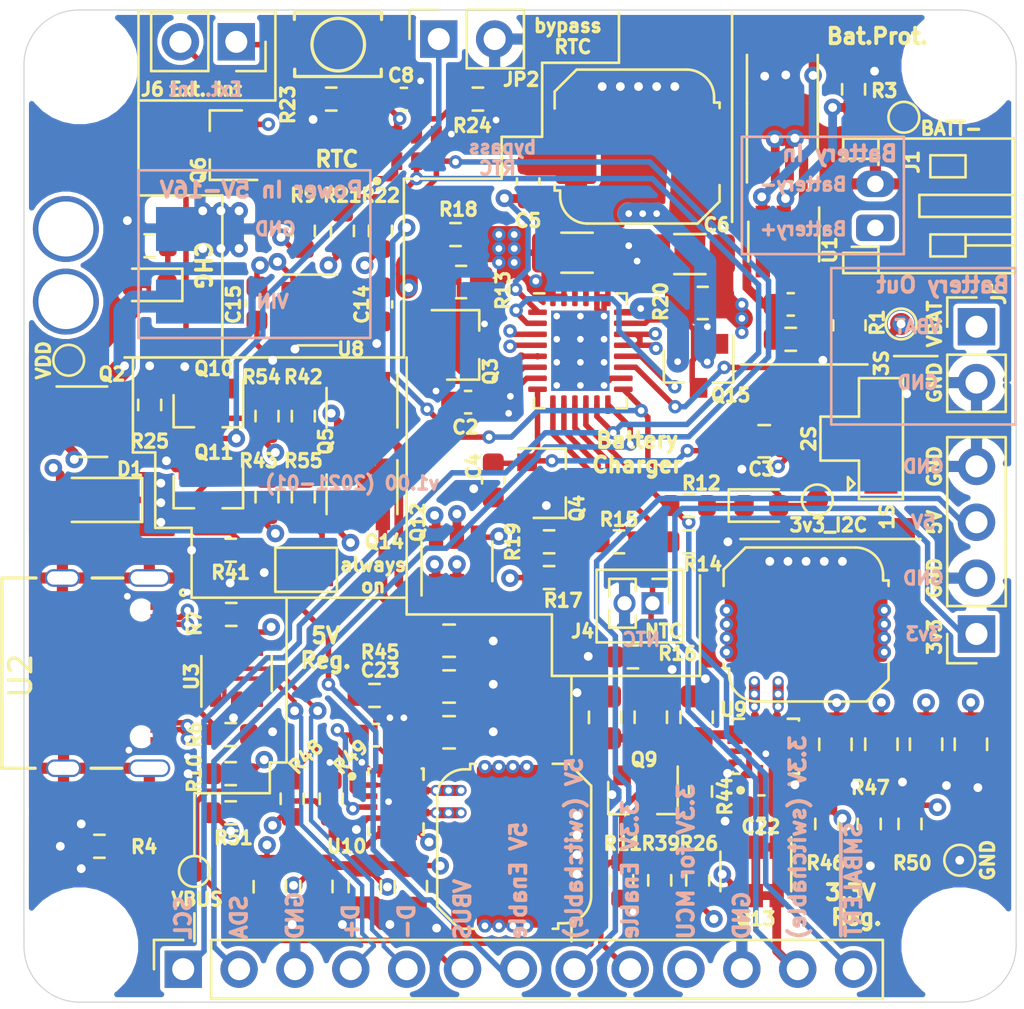
<source format=kicad_pcb>
(kicad_pcb (version 20171130) (host pcbnew "(5.1.8)-1")
  (layers (0 F.Cu signal) (1 In1.Cu power) (2 In2.Cu signal) (31 B.Cu signal) (34 B.Paste user) (35 F.Paste user) (36 B.SilkS user) (37 F.SilkS user) (38 B.Mask user) (39 F.Mask user) (44 Edge.Cuts user))
  (net 0 "")
  (net 1 -BATT)
  (net 2 "Net-(C1-Pad1)")
  (net 3 GND)
  (net 4 VDD)
  (net 5 "/Charging Module/CELLS1")
  (net 6 "/Charging Module/VCC2P5")
  (net 7 "Net-(C5-Pad2)")
  (net 8 "Net-(C5-Pad1)")
  (net 9 VCC)
  (net 10 "/Charging Module/3v3_I2C")
  (net 11 "/Regulator and Cut-Off Module/VIN")
  (net 12 "/Charging Module/NTC")
  (net 13 /~SMBALERT)
  (net 14 VBUS)
  (net 15 /SDA)
  (net 16 /SCL)
  (net 17 "/Charger inputs and USB IO/V_CHARGE")
  (net 18 /RTC/EVI)
  (net 19 "Net-(JP2-Pad1)")
  (net 20 "Net-(LED1-Pad1)")
  (net 21 "Net-(LED2-Pad1)")
  (net 22 "Net-(Q1-Pad8)")
  (net 23 "Net-(Q1-Pad5)")
  (net 24 "Net-(Q1-Pad4)")
  (net 25 "Net-(Q1-Pad1)")
  (net 26 "Net-(L1-Pad2)")
  (net 27 "/Charging Module/NTCbias")
  (net 28 "Net-(R24-Pad2)")
  (net 29 /D-)
  (net 30 /D+)
  (net 31 "Net-(U1-Pad4)")
  (net 32 "/Charging Module/CELLS0")
  (net 33 "Net-(JP3-Pad1)")
  (net 34 "Net-(C16-Pad1)")
  (net 35 "Net-(C18-Pad1)")
  (net 36 "Net-(C22-Pad1)")
  (net 37 "Net-(C23-Pad1)")
  (net 38 "Net-(L2-Pad2)")
  (net 39 "Net-(L2-Pad1)")
  (net 40 "Net-(L3-Pad1)")
  (net 41 "Net-(L3-Pad2)")
  (net 42 "Net-(Q3-Pad2)")
  (net 43 "Net-(Q4-Pad3)")
  (net 44 "Net-(R3-Pad1)")
  (net 45 "Net-(R4-Pad1)")
  (net 46 "Net-(R6-Pad1)")
  (net 47 "Net-(R7-Pad1)")
  (net 48 "Net-(R14-Pad2)")
  (net 49 "Net-(R44-Pad1)")
  (net 50 "Net-(R45-Pad1)")
  (net 51 "Net-(R46-Pad1)")
  (net 52 "Net-(R47-Pad2)")
  (net 53 "Net-(R48-Pad1)")
  (net 54 "Net-(R49-Pad2)")
  (net 55 "Net-(U2-PadA8)")
  (net 56 "Net-(U2-PadB8)")
  (net 57 "Net-(U3-Pad4)")
  (net 58 "Net-(U3-Pad3)")
  (net 59 "Net-(U5-Pad1)")
  (net 60 "Net-(U8-Pad4)")
  (net 61 "Net-(Q5-Pad3)")
  (net 62 "Net-(Q9-Pad3)")
  (net 63 "Net-(Q12-Pad3)")
  (net 64 "Net-(Q13-Pad3)")
  (net 65 "Net-(Q14-Pad3)")
  (net 66 /RTC/VIN)
  (net 67 /RTC/INT)
  (net 68 /RTC/~INT)
  (net 69 "Net-(U9-Pad6)")
  (net 70 "Net-(U10-Pad6)")
  (net 71 /EN_5V)
  (net 72 /EN_3V3)
  (net 73 /5V)
  (net 74 /3v3)
  (net 75 /3v3_MCU)
  (net 76 "Net-(Q15-Pad2)")
  (net 77 "Net-(Q3-Pad1)")
  (net 78 "/Battery Module/VBAT")
  (module usb_c:usb-c-usb4105 (layer F.Cu) (at 121.031 105.3084 270)
    (fp_text reference U2 (at 0.1 3.2 270) (layer F.SilkS))
    (fp_text value USB-C)
    (pad S1 thru_hole oval (at -4.35 1.3 270) (size 0.8 1.6) (drill oval 0.6 1.4) (layers *.Cu *.Mask) (net 45 "Net-(R4-Pad1)"))
    (pad S1 thru_hole oval (at 4.3 1.25 270) (size 0.8 1.6) (drill oval 0.6 1.4) (layers *.Cu *.Mask) (net 45 "Net-(R4-Pad1)"))
    (pad S1 thru_hole oval (at -4.35 -2.65 270) (size 0.8 1.9) (drill oval 0.6 1.7) (layers *.Cu *.Mask) (net 45 "Net-(R4-Pad1)"))
    (pad S1 thru_hole oval (at 4.3 -2.65 270) (size 0.8 1.9) (drill oval 0.6 1.7) (layers *.Cu *.Mask) (net 45 "Net-(R4-Pad1)"))
    (pad B6 smd rect (at 0.75111 -3.2766 270) (size 0.3 1.15) (layers F.Cu F.Paste F.Mask) (net 30 /D+))
    (pad B8 smd rect (at -1.7526 -3.2766 270) (size 0.3 1.15) (layers F.Cu F.Paste F.Mask) (net 56 "Net-(U2-PadB8)"))
    (pad A5 smd rect (at -1.251858 -3.2766 270) (size 0.3 1.15) (layers F.Cu F.Paste F.Mask) (net 47 "Net-(R7-Pad1)"))
    (pad B7 smd rect (at -0.751116 -3.2766 270) (size 0.3 1.15) (layers F.Cu F.Paste F.Mask) (net 29 /D-))
    (pad A6 smd rect (at -0.250374 -3.2766 270) (size 0.3 1.15) (layers F.Cu F.Paste F.Mask) (net 30 /D+))
    (pad A7 smd rect (at 0.250368 -3.2766 270) (size 0.3 1.15) (layers F.Cu F.Paste F.Mask) (net 29 /D-))
    (pad A8 smd rect (at 1.251852 -3.2766 270) (size 0.3 1.15) (layers F.Cu F.Paste F.Mask) (net 55 "Net-(U2-PadA8)"))
    (pad B5 smd rect (at 1.7526 -3.2766 270) (size 0.3 1.15) (layers F.Cu F.Paste F.Mask) (net 46 "Net-(R6-Pad1)"))
    (pad B4 smd rect (at 2.2352 -3.2766 270) (size 0.3 1.15) (layers F.Cu F.Paste F.Mask) (net 14 VBUS))
    (pad A9 smd rect (at 2.54 -3.2766 270) (size 0.3 1.15) (layers F.Cu F.Paste F.Mask) (net 14 VBUS))
    (pad B1 smd rect (at 3.0353 -3.2766 270) (size 0.3 1.15) (layers F.Cu F.Paste F.Mask) (net 3 GND))
    (pad A12 smd rect (at 3.3274 -3.2766 270) (size 0.3 1.15) (layers F.Cu F.Paste F.Mask) (net 3 GND))
    (pad B9 smd rect (at -2.2479 -3.2766 270) (size 0.3 1.15) (layers F.Cu F.Paste F.Mask) (net 14 VBUS))
    (pad A4 smd rect (at -2.5527 -3.2766 270) (size 0.3 1.15) (layers F.Cu F.Paste F.Mask) (net 14 VBUS))
    (pad B12 smd rect (at -3.048 -3.2766 270) (size 0.3 1.15) (layers F.Cu F.Paste F.Mask) (net 3 GND))
    (pad A1 smd rect (at -3.3528 -3.2766 270) (size 0.3 1.15) (layers F.Cu F.Paste F.Mask) (net 3 GND))
    (pad "" np_thru_hole circle (at -2.8956 -2.286 270) (size 0.65 0.65) (drill 0.65) (layers *.Cu *.Mask))
    (pad "" np_thru_hole circle (at 2.8702 -2.286 270) (size 0.65 0.65) (drill 0.65) (layers *.Cu *.Mask))
  )
  (module SPM6530T-4R7M:L_TDK_SPM6530T (layer F.Cu) (at 145.8595 81.3435)
    (fp_text reference L1 hide)
    (fp_text value SPM6530T-4R7M)
    (pad 1 smd roundrect (at -2.775 0) (size 1.85 3.4) (layers F.Cu F.Paste F.Mask) (roundrect_rratio 0.1) (net 7 "Net-(C5-Pad2)"))
    (pad 2 smd roundrect (at 2.775 0) (size 1.85 3.4) (layers F.Cu F.Paste F.Mask) (roundrect_rratio 0.1) (net 26 "Net-(L1-Pad2)"))
  )
  (module MountingHole:MountingHole_2.5mm (layer F.Cu) (at 120.523 117.6782)
    (fp_text reference H4 hide)
    (fp_text value MountingHole)
    (pad 1 np_thru_hole circle (at 0 0) (size 2.5 2.5) (drill 2.5) (layers *.Cu *.Mask))
  )
  (module MountingHole:MountingHole_2.5mm (layer F.Cu) (at 160.528 117.6782)
    (fp_text reference H3 hide)
    (fp_text value MountingHole)
    (pad 1 np_thru_hole circle (at 0 0) (size 2.5 2.5) (drill 2.5) (layers *.Cu *.Mask))
  )
  (module MountingHole:MountingHole_2.5mm (layer F.Cu) (at 160.528 77.6732)
    (fp_text reference H2 hide)
    (fp_text value MountingHole)
    (pad 1 np_thru_hole circle (at 0 0) (size 2.5 2.5) (drill 2.5) (layers *.Cu *.Mask))
  )
  (module MountingHole:MountingHole_2.5mm (layer F.Cu) (at 120.523 77.6732)
    (fp_text reference H1 hide)
    (fp_text value MountingHole)
    (pad 1 np_thru_hole circle (at 0 0) (size 2.5 2.5) (drill 2.5) (layers *.Cu *.Mask))
  )
  (module SKRKAEE020:SKRKAEE020 (layer F.Cu) (at 132.2705 76.708)
    (fp_text reference SW1 hide)
    (fp_text value DNP/SKRKAEE020)
    (pad 2 smd rect (at 2.0955 0) (size 0.8 2) (layers F.Cu F.Paste F.Mask) (net 18 /RTC/EVI))
    (pad 1 smd rect (at -2.0955 0) (size 0.8 2) (layers F.Cu F.Paste F.Mask) (net 10 "/Charging Module/3v3_I2C"))
  )
  (module Connector_PinSocket_2.54mm:PinSocket_1x04_P2.54mm_Vertical (layer F.Cu) (at 161.29 103.505 180)
    (fp_text reference J11 hide)
    (fp_text value Conn_01x04_Male)
    (pad 4 thru_hole oval (at 0 7.62 180) (size 1.7 1.7) (drill 1) (layers *.Cu *.Mask) (net 3 GND))
    (pad 3 thru_hole oval (at 0 5.08 180) (size 1.7 1.7) (drill 1) (layers *.Cu *.Mask) (net 73 /5V))
    (pad 2 thru_hole oval (at 0 2.54 180) (size 1.7 1.7) (drill 1) (layers *.Cu *.Mask) (net 3 GND))
    (pad 1 thru_hole rect (at 0 0 180) (size 1.7 1.7) (drill 1) (layers *.Cu *.Mask) (net 74 /3v3))
  )
  (module TestPoint:TestPoint_Pad_D1.0mm (layer F.Cu) (at 120.015 91.059)
    (fp_text reference TP5 hide)
    (fp_text value TestPoint)
    (pad 1 smd circle (at 0 0) (size 1 1) (layers F.Cu F.Mask) (net 4 VDD))
  )
  (module TestPoint:TestPoint_Pad_D1.0mm (layer F.Cu) (at 157.988 80.01)
    (fp_text reference TP2 hide)
    (fp_text value BATT-)
    (pad 1 smd circle (at 0 0) (size 1 1) (layers F.Cu F.Mask) (net 1 -BATT))
  )
  (module TestPoint:TestPoint_Pad_D1.0mm (layer F.Cu) (at 154.051 97.409)
    (fp_text reference TP10 hide)
    (fp_text value 3V3_I2C)
    (pad 1 smd circle (at 0 0) (size 1 1) (layers F.Cu F.Mask) (net 10 "/Charging Module/3v3_I2C"))
  )
  (module TestPoint:TestPoint_Pad_D1.0mm (layer F.Cu) (at 125.73 114.3)
    (fp_text reference TP4 hide)
    (fp_text value TestPoint)
    (pad 1 smd circle (at 0 0) (size 1 1) (layers F.Cu F.Mask) (net 14 VBUS))
  )
  (module TestPoint:TestPoint_Pad_D1.0mm (layer F.Cu) (at 160.528 113.792)
    (fp_text reference TP3 hide)
    (fp_text value GND)
    (pad 1 smd circle (at 0 0) (size 1 1) (layers F.Cu F.Mask) (net 3 GND))
  )
  (module TestPoint:TestPoint_Pad_D1.0mm (layer F.Cu) (at 157.861 89.408)
    (fp_text reference TP1 hide)
    (fp_text value VBAT)
    (pad 1 smd circle (at 0 0) (size 1 1) (layers F.Cu F.Mask) (net 78 "/Battery Module/VBAT"))
  )
  (module Package_DFN_QFN:QFN-28-1EP_4x5mm_P0.5mm_EP2.65x3.65mm_ThermalVias (layer F.Cu) (at 143.2814 90.6272)
    (fp_text reference U4 hide)
    (fp_text value LTC4162EUFD-LAD)
    (pad 29 smd rect (at 0 0) (size 2.65 3.65) (layers B.Cu) (net 3 GND))
    (pad 29 thru_hole circle (at 1.075 1.575) (size 0.5 0.5) (drill 0.3) (layers *.Cu) (net 3 GND))
    (pad 29 thru_hole circle (at 0 1.575) (size 0.5 0.5) (drill 0.3) (layers *.Cu) (net 3 GND))
    (pad 29 thru_hole circle (at -1.075 1.575) (size 0.5 0.5) (drill 0.3) (layers *.Cu) (net 3 GND))
    (pad 29 thru_hole circle (at 1.075 0.525) (size 0.5 0.5) (drill 0.3) (layers *.Cu) (net 3 GND))
    (pad 29 thru_hole circle (at 0 0.525) (size 0.5 0.5) (drill 0.3) (layers *.Cu) (net 3 GND))
    (pad 29 thru_hole circle (at -1.075 0.525) (size 0.5 0.5) (drill 0.3) (layers *.Cu) (net 3 GND))
    (pad 29 thru_hole circle (at 1.075 -0.525) (size 0.5 0.5) (drill 0.3) (layers *.Cu) (net 3 GND))
    (pad 29 thru_hole circle (at 0 -0.525) (size 0.5 0.5) (drill 0.3) (layers *.Cu) (net 3 GND))
    (pad 29 thru_hole circle (at -1.075 -0.525) (size 0.5 0.5) (drill 0.3) (layers *.Cu) (net 3 GND))
    (pad 29 thru_hole circle (at 1.075 -1.575) (size 0.5 0.5) (drill 0.3) (layers *.Cu) (net 3 GND))
    (pad 29 thru_hole circle (at 0 -1.575) (size 0.5 0.5) (drill 0.3) (layers *.Cu) (net 3 GND))
    (pad 29 thru_hole circle (at -1.075 -1.575) (size 0.5 0.5) (drill 0.3) (layers *.Cu) (net 3 GND))
    (pad 29 smd rect (at 0 0) (size 2.65 3.65) (layers F.Cu F.Mask) (net 3 GND))
    (pad 28 smd roundrect (at -1.25 -2.45) (size 0.25 0.85) (layers F.Cu F.Paste F.Mask) (net 9 VCC))
    (pad 27 smd roundrect (at -0.75 -2.45) (size 0.25 0.85) (layers F.Cu F.Paste F.Mask) (net 9 VCC))
    (pad 26 smd roundrect (at -0.25 -2.45) (size 0.25 0.85) (layers F.Cu F.Paste F.Mask) (net 7 "Net-(C5-Pad2)"))
    (pad 25 smd roundrect (at 0.25 -2.45) (size 0.25 0.85) (layers F.Cu F.Paste F.Mask) (net 7 "Net-(C5-Pad2)"))
    (pad 24 smd roundrect (at 0.75 -2.45) (size 0.25 0.85) (layers F.Cu F.Paste F.Mask) (net 3 GND))
    (pad 23 smd roundrect (at 1.25 -2.45) (size 0.25 0.85) (layers F.Cu F.Paste F.Mask) (net 3 GND))
    (pad 22 smd roundrect (at 1.95 -1.75) (size 0.85 0.25) (layers F.Cu F.Paste F.Mask) (net 76 "Net-(Q15-Pad2)"))
    (pad 21 smd roundrect (at 1.95 -1.25) (size 0.85 0.25) (layers F.Cu F.Paste F.Mask) (net 26 "Net-(L1-Pad2)"))
    (pad 20 smd roundrect (at 1.95 -0.75) (size 0.85 0.25) (layers F.Cu F.Paste F.Mask) (net 78 "/Battery Module/VBAT"))
    (pad 19 smd roundrect (at 1.95 -0.25) (size 0.85 0.25) (layers F.Cu F.Paste F.Mask) (net 78 "/Battery Module/VBAT"))
    (pad 18 smd roundrect (at 1.95 0.25) (size 0.85 0.25) (layers F.Cu F.Paste F.Mask) (net 5 "/Charging Module/CELLS1"))
    (pad 17 smd roundrect (at 1.95 0.75) (size 0.85 0.25) (layers F.Cu F.Paste F.Mask) (net 32 "/Charging Module/CELLS0"))
    (pad 16 smd roundrect (at 1.95 1.25) (size 0.85 0.25) (layers F.Cu F.Paste F.Mask) (net 3 GND))
    (pad 15 smd roundrect (at 1.95 1.75) (size 0.85 0.25) (layers F.Cu F.Paste F.Mask) (net 10 "/Charging Module/3v3_I2C"))
    (pad 14 smd roundrect (at 1.25 2.45) (size 0.25 0.85) (layers F.Cu F.Paste F.Mask) (net 15 /SDA))
    (pad 13 smd roundrect (at 0.75 2.45) (size 0.25 0.85) (layers F.Cu F.Paste F.Mask) (net 16 /SCL))
    (pad 12 smd roundrect (at 0.25 2.45) (size 0.25 0.85) (layers F.Cu F.Paste F.Mask) (net 13 /~SMBALERT))
    (pad 11 smd roundrect (at -0.25 2.45) (size 0.25 0.85) (layers F.Cu F.Paste F.Mask) (net 48 "Net-(R14-Pad2)"))
    (pad 10 smd roundrect (at -0.75 2.45) (size 0.25 0.85) (layers F.Cu F.Paste F.Mask) (net 12 "/Charging Module/NTC"))
    (pad 9 smd roundrect (at -1.25 2.45) (size 0.25 0.85) (layers F.Cu F.Paste F.Mask) (net 27 "/Charging Module/NTCbias"))
    (pad 8 smd roundrect (at -1.95 1.75) (size 0.85 0.25) (layers F.Cu F.Paste F.Mask) (net 6 "/Charging Module/VCC2P5"))
    (pad 7 smd roundrect (at -1.95 1.25) (size 0.85 0.25) (layers F.Cu F.Paste F.Mask) (net 4 VDD))
    (pad 6 smd roundrect (at -1.95 0.75) (size 0.85 0.25) (layers F.Cu F.Paste F.Mask) (net 42 "Net-(Q3-Pad2)"))
    (pad 5 smd roundrect (at -1.95 0.25) (size 0.85 0.25) (layers F.Cu F.Paste F.Mask) (net 77 "Net-(Q3-Pad1)"))
    (pad 4 smd roundrect (at -1.95 -0.25) (size 0.85 0.25) (layers F.Cu F.Paste F.Mask) (net 9 VCC))
    (pad 3 smd roundrect (at -1.95 -0.75) (size 0.85 0.25) (layers F.Cu F.Paste F.Mask) (net 9 VCC))
    (pad 2 smd roundrect (at -1.95 -1.25) (size 0.85 0.25) (layers F.Cu F.Paste F.Mask) (net 5 "/Charging Module/CELLS1"))
    (pad 1 smd roundrect (at -1.95 -1.75) (size 0.85 0.25) (layers F.Cu F.Paste F.Mask) (net 8 "Net-(C5-Pad1)"))
  )
  (module ext_input:ext_input_pads (layer B.Cu) (at 123.952 86.741 90)
    (fp_text reference J3 hide)
    (fp_text value Conn_01x02_Male)
    (pad "" np_thru_hole circle (at 1.651 -4.064) (size 3 3) (drill 2.5) (layers *.Cu *.Mask))
    (pad "" np_thru_hole circle (at -1.651 -4.064) (size 3 3) (drill 2.5) (layers *.Cu *.Mask))
    (pad 2 smd rect (at 1.651 2.032) (size 4 2) (layers B.Cu B.Paste B.Mask) (net 3 GND))
    (pad 1 smd rect (at -1.651 2.032) (size 4 2) (layers B.Cu B.Paste B.Mask) (net 17 "/Charger inputs and USB IO/V_CHARGE"))
  )
  (module Package_SO:TSOP-6_1.65x3.05mm_P0.95mm (layer F.Cu) (at 120.9675 93.853)
    (fp_text reference Q2 (at 1.016 -2.159 180) (layer F.SilkS) (effects (font (size 0.6 0.6))))
    (fp_text value Si3421DV)
    (pad 6 smd rect (at 1.16 -0.95) (size 0.7 0.51) (layers F.Cu F.Paste F.Mask) (net 17 "/Charger inputs and USB IO/V_CHARGE"))
    (pad 5 smd rect (at 1.16 0) (size 0.7 0.51) (layers F.Cu F.Paste F.Mask) (net 17 "/Charger inputs and USB IO/V_CHARGE"))
    (pad 4 smd rect (at 1.16 0.95) (size 0.7 0.51) (layers F.Cu F.Paste F.Mask) (net 4 VDD))
    (pad 3 smd rect (at -1.16 0.95) (size 0.7 0.51) (layers F.Cu F.Paste F.Mask) (net 14 VBUS))
    (pad 2 smd rect (at -1.16 0) (size 0.7 0.51) (layers F.Cu F.Paste F.Mask) (net 17 "/Charger inputs and USB IO/V_CHARGE"))
    (pad 1 smd rect (at -1.16 -0.95) (size 0.7 0.51) (layers F.Cu F.Paste F.Mask) (net 17 "/Charger inputs and USB IO/V_CHARGE"))
  )
  (module Connector_PinSocket_2.54mm:PinSocket_1x13_P2.54mm_Vertical (layer F.Cu) (at 125.222 118.745 90)
    (fp_text reference J10 hide)
    (fp_text value Conn_01x13_Male)
    (pad 13 thru_hole oval (at 0 30.48 90) (size 1.7 1.7) (drill 1) (layers *.Cu *.Mask) (net 13 /~SMBALERT))
    (pad 12 thru_hole oval (at 0 27.94 90) (size 1.7 1.7) (drill 1) (layers *.Cu *.Mask) (net 74 /3v3))
    (pad 11 thru_hole oval (at 0 25.4 90) (size 1.7 1.7) (drill 1) (layers *.Cu *.Mask) (net 3 GND))
    (pad 10 thru_hole oval (at 0 22.86 90) (size 1.7 1.7) (drill 1) (layers *.Cu *.Mask) (net 75 /3v3_MCU))
    (pad 9 thru_hole oval (at 0 20.32 90) (size 1.7 1.7) (drill 1) (layers *.Cu *.Mask) (net 72 /EN_3V3))
    (pad 8 thru_hole oval (at 0 17.78 90) (size 1.7 1.7) (drill 1) (layers *.Cu *.Mask) (net 73 /5V))
    (pad 7 thru_hole oval (at 0 15.24 90) (size 1.7 1.7) (drill 1) (layers *.Cu *.Mask) (net 71 /EN_5V))
    (pad 6 thru_hole oval (at 0 12.7 90) (size 1.7 1.7) (drill 1) (layers *.Cu *.Mask) (net 14 VBUS))
    (pad 5 thru_hole oval (at 0 10.16 90) (size 1.7 1.7) (drill 1) (layers *.Cu *.Mask) (net 29 /D-))
    (pad 4 thru_hole oval (at 0 7.62 90) (size 1.7 1.7) (drill 1) (layers *.Cu *.Mask) (net 30 /D+))
    (pad 3 thru_hole oval (at 0 5.08 90) (size 1.7 1.7) (drill 1) (layers *.Cu *.Mask) (net 3 GND))
    (pad 2 thru_hole oval (at 0 2.54 90) (size 1.7 1.7) (drill 1) (layers *.Cu *.Mask) (net 15 /SDA))
    (pad 1 thru_hole rect (at 0 0 90) (size 1.7 1.7) (drill 1) (layers *.Cu *.Mask) (net 16 /SCL))
  )
  (module Package_TO_SOT_SMD:SOT-23 (layer F.Cu) (at 127.1905 81.28 180)
    (fp_text reference Q6 (at 1.27 -1.143 270) (layer F.SilkS) (effects (font (size 0.6 0.6))))
    (fp_text value BSS84-7-F)
    (pad 3 smd rect (at 1 0 180) (size 0.9 0.8) (layers F.Cu F.Paste F.Mask) (net 67 /RTC/INT))
    (pad 2 smd rect (at -1 0.95 180) (size 0.9 0.8) (layers F.Cu F.Paste F.Mask) (net 10 "/Charging Module/3v3_I2C"))
    (pad 1 smd rect (at -1 -0.95 180) (size 0.9 0.8) (layers F.Cu F.Paste F.Mask) (net 68 /RTC/~INT))
  )
  (module Package_TO_SOT_SMD:SOT-23 (layer F.Cu) (at 148.6535 91.313 270)
    (fp_text reference Q15 (at 1.3335 -1.4605 180) (layer F.SilkS) (effects (font (size 0.6 0.6))))
    (fp_text value DMN3023L)
    (pad 3 smd rect (at 1 0 270) (size 0.9 0.8) (layers F.Cu F.Paste F.Mask) (net 26 "Net-(L1-Pad2)"))
    (pad 2 smd rect (at -1 0.95 270) (size 0.9 0.8) (layers F.Cu F.Paste F.Mask) (net 76 "Net-(Q15-Pad2)"))
    (pad 1 smd rect (at -1 -0.95 270) (size 0.9 0.8) (layers F.Cu F.Paste F.Mask) (net 9 VCC))
  )
  (module Package_TO_SOT_SMD:SOT-23 (layer F.Cu) (at 137.922 90.3605)
    (fp_text reference Q3 (at 1.27 1.2065 270) (layer F.SilkS) (effects (font (size 0.6 0.6))))
    (fp_text value DMN3023L)
    (pad 3 smd rect (at 1 0) (size 0.9 0.8) (layers F.Cu F.Paste F.Mask) (net 4 VDD))
    (pad 2 smd rect (at -1 0.95) (size 0.9 0.8) (layers F.Cu F.Paste F.Mask) (net 42 "Net-(Q3-Pad2)"))
    (pad 1 smd rect (at -1 -0.95) (size 0.9 0.8) (layers F.Cu F.Paste F.Mask) (net 77 "Net-(Q3-Pad1)"))
  )
  (module Package_TO_SOT_SMD:SOT-23-6 (layer F.Cu) (at 131.318 88.773)
    (fp_text reference U8 (at 1.524 1.778) (layer F.SilkS) (effects (font (size 0.6 0.6))))
    (fp_text value TPS70933DRVT)
    (pad 5 smd rect (at 1.1 0) (size 1.06 0.65) (layers F.Cu F.Paste F.Mask))
    (pad 6 smd rect (at 1.1 -0.95) (size 1.06 0.65) (layers F.Cu F.Paste F.Mask) (net 66 /RTC/VIN))
    (pad 4 smd rect (at 1.1 0.95) (size 1.06 0.65) (layers F.Cu F.Paste F.Mask) (net 60 "Net-(U8-Pad4)"))
    (pad 3 smd rect (at -1.1 0.95) (size 1.06 0.65) (layers F.Cu F.Paste F.Mask) (net 3 GND))
    (pad 2 smd rect (at -1.1 0) (size 1.06 0.65) (layers F.Cu F.Paste F.Mask))
    (pad 1 smd rect (at -1.1 -0.95) (size 1.06 0.65) (layers F.Cu F.Paste F.Mask) (net 10 "/Charging Module/3v3_I2C"))
  )
  (module Resistor_SMD:R_0603_1608Metric (layer F.Cu) (at 145.161 114.7064 90)
    (fp_text reference R11 (at 1.6764 0.0508 180) (layer F.SilkS) (effects (font (size 0.6 0.6))))
    (fp_text value 1M)
    (pad 2 smd roundrect (at 0.825 0 90) (size 0.8 0.95) (layers F.Cu F.Paste F.Mask) (net 72 /EN_3V3))
    (pad 1 smd roundrect (at -0.825 0 90) (size 0.8 0.95) (layers F.Cu F.Paste F.Mask) (net 3 GND))
  )
  (module SOLDERJUMPER_4_BRIDGED_1C:SolderJumper-4_P2.0mm_Bridged1C_TrianglePad1.0x1.5mm_NumberLabels (layer F.Cu) (at 156.9466 96.6216 270)
    (fp_text reference JP1 hide)
    (fp_text value SolderJumper_4_Bridged_1C)
    (fp_poly (pts (xy -0.3 0.15) (xy -1 0.15) (xy -1 -0.2) (xy -0.3 -0.2)) (layer F.Cu) (width 0.1))
    (fp_text user 2S (at -2 3.2766 270) (layer F.SilkS) (effects (font (size 0.6 0.6))))
    (fp_text user 1S (at 1.5494 -0.2794 270) (layer F.SilkS) (effects (font (size 0.6 0.6))))
    (fp_text user 3S (at -5.4356 -0.0254 270) (layer F.SilkS) (effects (font (size 0.6 0.6))))
    (pad 2 smd custom (at -2 2) (size 0.3 0.3) (layers F.Cu F.Mask) (net 6 "/Charging Module/VCC2P5") (options (clearance outline) (anchor rect)) (primitives (gr_poly (pts (xy -0.5 -0.75) (xy 0.5 -0.75) (xy 1 0) (xy 0.5 0.75) (xy -0.5 0.75)) (width 0))))
    (pad 3 smd custom (at -4 0 270) (size 0.3 0.3) (layers F.Cu F.Mask) (net 3 GND) (options (clearance outline) (anchor rect)) (primitives (gr_poly (pts (xy -0.5 -0.75) (xy 0.5 -0.75) (xy 1 0) (xy 0.5 0.75) (xy -0.5 0.75)) (width 0))))
    (pad 1 smd custom (at 0 0 270) (size 0.3 0.3) (layers F.Cu F.Mask) (net 5 "/Charging Module/CELLS1") (options (clearance outline) (anchor rect)) (primitives (gr_poly (pts (xy -0.5 -0.75) (xy 0.5 -0.75) (xy 0.5 0) (xy 0.5 0.75) (xy -0.5 0.75)) (width 0))))
    (pad C smd custom (at -2 0 270) (size 0.3 0.3) (layers F.Cu) (net 32 "/Charging Module/CELLS0") (options (clearance outline) (anchor rect)) (primitives (gr_poly (pts (xy -1.2 -0.75) (xy 1.2 -0.75) (xy 1.2 0) (xy 1.2 0.75) (xy 0.75 0.75) (xy 0.75 1.2) (xy 0 0.7) (xy -0.75 1.2) (xy -0.75 0.75) (xy -1.2 0.75) (xy -0.7 0)) (width 0))))
  )
  (module Package_TO_SOT_SMD:SOT-23 (layer F.Cu) (at 141.859 96.647)
    (fp_text reference Q4 (at 1.27 1.143 90) (layer F.SilkS) (effects (font (size 0.6 0.6))))
    (fp_text value 2N7002A)
    (pad 3 smd rect (at 1 0) (size 0.9 0.8) (layers F.Cu F.Paste F.Mask) (net 43 "Net-(Q4-Pad3)"))
    (pad 2 smd rect (at -1 0.95) (size 0.9 0.8) (layers F.Cu F.Paste F.Mask) (net 3 GND))
    (pad 1 smd rect (at -1 -0.95) (size 0.9 0.8) (layers F.Cu F.Paste F.Mask) (net 6 "/Charging Module/VCC2P5"))
  )
  (module Connector_PinHeader_2.54mm:PinHeader_1x02_P2.54mm_Vertical (layer F.Cu) (at 161.29 89.535)
    (fp_text reference J5 (at 1.016 -1.524 90) (layer F.SilkS) (effects (font (size 0.6 0.6))))
    (fp_text value DNP/JST_XH_S2B_thru)
    (pad 2 thru_hole oval (at 0 2.54) (size 1.7 1.7) (drill 1) (layers *.Cu *.Mask) (net 3 GND))
    (pad 1 thru_hole rect (at 0 0) (size 1.7 1.7) (drill 1) (layers *.Cu *.Mask) (net 78 "/Battery Module/VBAT"))
  )
  (module Connector_PinHeader_1.27mm:PinHeader_1x02_P1.27mm_Vertical (layer F.Cu) (at 146.558 102.108 270)
    (fp_text reference J4 (at 1.27 3.175 180) (layer F.SilkS) (effects (font (size 0.6 0.6))))
    (fp_text value DNP/JST_ZH_S2B_thru)
    (pad 2 thru_hole oval (at 0 1.27 270) (size 1 1) (drill 0.65) (layers *.Cu *.Mask) (net 3 GND))
    (pad 1 thru_hole rect (at 0 0 270) (size 1 1) (drill 0.65) (layers *.Cu *.Mask) (net 12 "/Charging Module/NTC"))
  )
  (module Capacitor_SMD:C_1206_3216Metric (layer F.Cu) (at 143.129 86.1695)
    (fp_text reference C7 hide)
    (fp_text value CL31B106KAHNNNE)
    (pad 1 smd roundrect (at -1.475 0) (size 1.15 1.8) (layers F.Cu F.Paste F.Mask) (roundrect_rratio 0.2173904347826087) (net 9 VCC))
    (pad 2 smd roundrect (at 1.475 0) (size 1.15 1.8) (layers F.Cu F.Paste F.Mask) (roundrect_rratio 0.2173904347826087) (net 3 GND))
  )
  (module Package_SO:TSOP-6_1.65x3.05mm_P0.95mm (layer F.Cu) (at 127.6477 105.3084 90)
    (fp_text reference U3 (at -0.13208 -2.0447 270) (layer F.SilkS) (effects (font (size 0.6 0.6))))
    (fp_text value IP4220CZ6)
    (pad 6 smd rect (at 1.16 -0.95 90) (size 0.7 0.51) (layers F.Cu F.Paste F.Mask) (net 29 /D-))
    (pad 5 smd rect (at 1.16 0 90) (size 0.7 0.51) (layers F.Cu F.Paste F.Mask) (net 14 VBUS))
    (pad 4 smd rect (at 1.16 0.95 90) (size 0.7 0.51) (layers F.Cu F.Paste F.Mask) (net 57 "Net-(U3-Pad4)"))
    (pad 3 smd rect (at -1.16 0.95 90) (size 0.7 0.51) (layers F.Cu F.Paste F.Mask) (net 58 "Net-(U3-Pad3)"))
    (pad 2 smd rect (at -1.16 0 90) (size 0.7 0.51) (layers F.Cu F.Paste F.Mask) (net 3 GND))
    (pad 1 smd rect (at -1.16 -0.95 90) (size 0.7 0.51) (layers F.Cu F.Paste F.Mask) (net 30 /D+))
  )
  (module Resistor_SMD:R_0603_1608Metric (layer F.Cu) (at 146.8882 114.7064 90)
    (fp_text reference R39 (at 1.6764 0.0508 180) (layer F.SilkS) (effects (font (size 0.6 0.6))))
    (fp_text value 390k)
    (pad 2 smd roundrect (at 0.825 0 90) (size 0.8 0.95) (layers F.Cu F.Paste F.Mask) (net 64 "Net-(Q13-Pad3)"))
    (pad 1 smd roundrect (at -0.825 0 90) (size 0.8 0.95) (layers F.Cu F.Paste F.Mask) (net 62 "Net-(Q9-Pad3)"))
  )
  (module Resistor_SMD:R_0603_1608Metric (layer F.Cu) (at 148.6154 114.7064 270)
    (fp_text reference R26 (at -1.6764 -0.0508 180) (layer F.SilkS) (effects (font (size 0.6 0.6))))
    (fp_text value 1M)
    (pad 2 smd roundrect (at 0.825 0 270) (size 0.8 0.95) (layers F.Cu F.Paste F.Mask) (net 75 /3v3_MCU))
    (pad 1 smd roundrect (at -0.825 0 270) (size 0.8 0.95) (layers F.Cu F.Paste F.Mask) (net 64 "Net-(Q13-Pad3)"))
  )
  (module Resistor_SMD:R_0603_1608Metric (layer F.Cu) (at 130.683 85.1789 270)
    (fp_text reference R9 (at -1.6129 0 180) (layer F.SilkS) (effects (font (size 0.6 0.6))))
    (fp_text value 390k)
    (pad 2 smd roundrect (at 0.825 0 270) (size 0.8 0.95) (layers F.Cu F.Paste F.Mask) (net 10 "/Charging Module/3v3_I2C"))
    (pad 1 smd roundrect (at -0.825 0 270) (size 0.8 0.95) (layers F.Cu F.Paste F.Mask) (net 68 /RTC/~INT))
  )
  (module Package_TO_SOT_SMD:SOT-23-6 (layer F.Cu) (at 151.257 114.3 270)
    (fp_text reference Q13 (at 2.159 0 180) (layer F.SilkS) (effects (font (size 0.6 0.6))))
    (fp_text value DMP2035UVT)
    (pad 5 smd rect (at 1.1 0 270) (size 1.06 0.65) (layers F.Cu F.Paste F.Mask) (net 74 /3v3))
    (pad 6 smd rect (at 1.1 -0.95 270) (size 1.06 0.65) (layers F.Cu F.Paste F.Mask) (net 74 /3v3))
    (pad 4 smd rect (at 1.1 0.95 270) (size 1.06 0.65) (layers F.Cu F.Paste F.Mask) (net 75 /3v3_MCU))
    (pad 3 smd rect (at -1.1 0.95 270) (size 1.06 0.65) (layers F.Cu F.Paste F.Mask) (net 64 "Net-(Q13-Pad3)"))
    (pad 2 smd rect (at -1.1 0 270) (size 1.06 0.65) (layers F.Cu F.Paste F.Mask) (net 74 /3v3))
    (pad 1 smd rect (at -1.1 -0.95 270) (size 1.06 0.65) (layers F.Cu F.Paste F.Mask) (net 74 /3v3))
  )
  (module Package_TO_SOT_SMD:SOT-23 (layer F.Cu) (at 146.1262 110.9345 270)
    (fp_text reference Q9 (at -1.7145 -0.0508 180) (layer F.SilkS) (effects (font (size 0.6 0.6))))
    (fp_text value 2N7002A)
    (pad 3 smd rect (at 1 0 270) (size 0.9 0.8) (layers F.Cu F.Paste F.Mask) (net 62 "Net-(Q9-Pad3)"))
    (pad 2 smd rect (at -1 0.95 270) (size 0.9 0.8) (layers F.Cu F.Paste F.Mask) (net 3 GND))
    (pad 1 smd rect (at -1 -0.95 270) (size 0.9 0.8) (layers F.Cu F.Paste F.Mask) (net 72 /EN_3V3))
  )
  (module Capacitor_SMD:C_0603_1608Metric (layer F.Cu) (at 128.5748 88.4809 270)
    (fp_text reference C15 (at 0.0381 1.0668 90) (layer F.SilkS) (effects (font (size 0.6 0.6))))
    (fp_text value 2.2μF)
    (pad 2 smd roundrect (at 0.775 0 270) (size 0.9 0.95) (layers F.Cu F.Paste F.Mask) (net 3 GND))
    (pad 1 smd roundrect (at -0.775 0 270) (size 0.9 0.95) (layers F.Cu F.Paste F.Mask) (net 10 "/Charging Module/3v3_I2C"))
  )
  (module Capacitor_SMD:C_0603_1608Metric (layer F.Cu) (at 134.2136 88.519 270)
    (fp_text reference C14 (at 0 0.8636 270) (layer F.SilkS) (effects (font (size 0.6 0.6))))
    (fp_text value 2.2μF)
    (pad 2 smd roundrect (at 0.775 0 270) (size 0.9 0.95) (layers F.Cu F.Paste F.Mask) (net 3 GND))
    (pad 1 smd roundrect (at -0.775 0 270) (size 0.9 0.95) (layers F.Cu F.Paste F.Mask) (net 66 /RTC/VIN))
  )
  (module Jumper:SolderJumper-2_P1.3mm_Open_TrianglePad1.0x1.5mm (layer F.Cu) (at 130.81 100.584 180)
    (fp_text reference JP3 hide)
    (fp_text value Jumper_NC_Small)
    (pad 1 smd custom (at -0.725 0 180) (size 0.3 0.3) (layers F.Cu F.Mask) (net 33 "Net-(JP3-Pad1)") (options (clearance outline) (anchor rect)) (primitives (gr_poly (pts (xy -0.5 -0.75) (xy 0.5 -0.75) (xy 1 0) (xy 0.5 0.75) (xy -0.5 0.75)) (width 0))))
    (pad 2 smd custom (at 0.725 0 180) (size 0.3 0.3) (layers F.Cu F.Mask) (net 3 GND) (options (clearance outline) (anchor rect)) (primitives (gr_poly (pts (xy -0.65 -0.75) (xy 0.5 -0.75) (xy 0.5 0.75) (xy -0.65 0.75) (xy -0.15 0)) (width 0))))
  )
  (module Diode_SMD:D_PowerDI-123 (layer F.Cu) (at 121.158 97.409 180)
    (fp_text reference D1 (at -1.651 1.397) (layer F.SilkS) (effects (font (size 0.6 0.6))))
    (fp_text value DFLS230L)
    (pad 2 smd rect (at 1.525 0) (size 1.05 1.5) (layers F.Cu F.Paste F.Mask) (net 14 VBUS))
    (pad 1 smd rect (at -0.85 0) (size 2.4 1.5) (layers F.Cu F.Paste F.Mask) (net 4 VDD))
  )
  (module Package_TO_SOT_SMD:SOT-23 (layer F.Cu) (at 126.365 97.028 270)
    (fp_text reference Q11 (at -1.778 -0.254) (layer F.SilkS) (effects (font (size 0.6 0.6))))
    (fp_text value 2N7002A)
    (pad 1 smd rect (at -1 -0.95 270) (size 0.9 0.8) (layers F.Cu F.Paste F.Mask) (net 71 /EN_5V))
    (pad 2 smd rect (at -1 0.95 270) (size 0.9 0.8) (layers F.Cu F.Paste F.Mask) (net 3 GND))
    (pad 3 smd rect (at 1 0 270) (size 0.9 0.8) (layers F.Cu F.Paste F.Mask) (net 33 "Net-(JP3-Pad1)"))
  )
  (module Resistor_SMD:R_0805_2012Metric (layer F.Cu) (at 137.8585 87.503 180)
    (fp_text reference R13 (at -1.905 -0.381 270) (layer F.SilkS) (effects (font (size 0.6 0.6))))
    (fp_text value RL0805FR-7W0R068L)
    (pad 1 smd roundrect (at -0.9125 0 180) (size 1.025 1.4) (layers F.Cu F.Paste F.Mask) (roundrect_rratio 0.2439004878048781) (net 9 VCC))
    (pad 2 smd roundrect (at 0.9125 0 180) (size 1.025 1.4) (layers F.Cu F.Paste F.Mask) (roundrect_rratio 0.2439004878048781) (net 77 "Net-(Q3-Pad1)"))
  )
  (module Resistor_SMD:R_0805_2012Metric (layer F.Cu) (at 148.844 88.4555 180)
    (fp_text reference R20 (at 1.905 0.0635 90) (layer F.SilkS) (effects (font (size 0.6 0.6))))
    (fp_text value RL0805FR-7W0R068L)
    (pad 2 smd roundrect (at 0.9125 0 180) (size 1.025 1.4) (layers F.Cu F.Paste F.Mask) (roundrect_rratio 0.2439004878048781) (net 26 "Net-(L1-Pad2)"))
    (pad 1 smd roundrect (at -0.9125 0 180) (size 1.025 1.4) (layers F.Cu F.Paste F.Mask) (roundrect_rratio 0.2439004878048781) (net 78 "/Battery Module/VBAT"))
  )
  (module Resistor_SMD:R_0603_1608Metric (layer F.Cu) (at 141.859 99.314 180)
    (fp_text reference R19 (at 1.651 0 270) (layer F.SilkS) (effects (font (size 0.6 0.6))))
    (fp_text value 390k)
    (pad 2 smd roundrect (at 0.825 0 180) (size 0.8 0.95) (layers F.Cu F.Paste F.Mask) (net 43 "Net-(Q4-Pad3)"))
    (pad 1 smd roundrect (at -0.825 0 180) (size 0.8 0.95) (layers F.Cu F.Paste F.Mask) (net 63 "Net-(Q12-Pad3)"))
  )
  (module Package_TO_SOT_SMD:SOT-23 (layer F.Cu) (at 126.365 93.345 270)
    (fp_text reference Q10 (at -1.905 -0.254) (layer F.SilkS) (effects (font (size 0.6 0.6))))
    (fp_text value 2N7002A)
    (pad 1 smd rect (at -1 -0.95 270) (size 0.9 0.8) (layers F.Cu F.Paste F.Mask) (net 67 /RTC/INT))
    (pad 2 smd rect (at -1 0.95 270) (size 0.9 0.8) (layers F.Cu F.Paste F.Mask) (net 3 GND))
    (pad 3 smd rect (at 1 0 270) (size 0.9 0.8) (layers F.Cu F.Paste F.Mask) (net 19 "Net-(JP2-Pad1)"))
  )
  (module TPS63070RNM:VREG_TPS63070RNMR (layer F.Cu) (at 134.8994 111.125)
    (fp_text reference U10 (at -2.2479 2.032 180) (layer F.SilkS) (effects (font (size 0.6 0.6))))
    (fp_text value TPS63070RNMT)
    (pad 10 smd rect (at 0.6 0) (size 1.8 0.35) (layers F.Cu) (net 3 GND))
    (pad 9 smd rect (at 0.775 0.5) (size 1.45 0.35) (layers F.Cu) (net 40 "Net-(L3-Pad1)"))
    (pad 11 smd rect (at 0.775 -0.5) (size 1.45 0.35) (layers F.Cu) (net 41 "Net-(L3-Pad2)"))
    (pad 7_8 smd rect (at 0.525 1.4) (size 0.85 0.7) (layers F.Cu) (net 73 /5V))
    (pad 12_13 smd rect (at 0.525 -1.4) (size 0.85 0.7) (layers F.Cu) (net 35 "Net-(C18-Pad1)"))
    (pad 6 smd rect (at -0.225 1.4) (size 0.25 0.6) (layers F.Cu F.Paste) (net 70 "Net-(U10-Pad6)"))
    (pad 5 smd rect (at -0.725 1.4) (size 0.25 0.6) (layers F.Cu F.Paste) (net 54 "Net-(R49-Pad2)"))
    (pad 14 smd rect (at -0.225 -1.4) (size 0.25 0.6) (layers F.Cu F.Paste) (net 50 "Net-(R45-Pad1)"))
    (pad 15 smd rect (at -0.725 -1.4) (size 0.25 0.6) (layers F.Cu F.Paste) (net 3 GND))
    (pad 4 smd rect (at -1.15 0.75) (size 0.6 0.25) (layers F.Cu F.Paste) (net 3 GND))
    (pad 3 smd rect (at -1.15 0.25) (size 0.6 0.25) (layers F.Cu F.Paste) (net 37 "Net-(C23-Pad1)"))
    (pad 2 smd rect (at -1.15 -0.25) (size 0.6 0.25) (layers F.Cu F.Paste) (net 53 "Net-(R48-Pad1)"))
    (pad 1 smd rect (at -1.15 -0.75) (size 0.6 0.25) (layers F.Cu F.Paste) (net 50 "Net-(R45-Pad1)"))
  )
  (module TPS63070RNM:VREG_TPS63070RNMR (layer F.Cu) (at 151.7164 108.6083 90)
    (fp_text reference U9 (at 1.6743 -1.4754 180) (layer F.SilkS) (effects (font (size 0.6 0.6))))
    (fp_text value TPS63070RNMT)
    (pad 1 smd rect (at -1.15 -0.75 90) (size 0.6 0.25) (layers F.Cu F.Paste) (net 49 "Net-(R44-Pad1)"))
    (pad 2 smd rect (at -1.15 -0.25 90) (size 0.6 0.25) (layers F.Cu F.Paste) (net 51 "Net-(R46-Pad1)"))
    (pad 3 smd rect (at -1.15 0.25 90) (size 0.6 0.25) (layers F.Cu F.Paste) (net 36 "Net-(C22-Pad1)"))
    (pad 4 smd rect (at -1.15 0.75 90) (size 0.6 0.25) (layers F.Cu F.Paste) (net 3 GND))
    (pad 15 smd rect (at -0.725 -1.4 90) (size 0.25 0.6) (layers F.Cu F.Paste) (net 3 GND))
    (pad 14 smd rect (at -0.225 -1.4 90) (size 0.25 0.6) (layers F.Cu F.Paste) (net 49 "Net-(R44-Pad1)"))
    (pad 5 smd rect (at -0.725 1.4 90) (size 0.25 0.6) (layers F.Cu F.Paste) (net 52 "Net-(R47-Pad2)"))
    (pad 6 smd rect (at -0.225 1.4 90) (size 0.25 0.6) (layers F.Cu F.Paste) (net 69 "Net-(U9-Pad6)"))
    (pad 12_13 smd rect (at 0.525 -1.4 90) (size 0.85 0.7) (layers F.Cu) (net 34 "Net-(C16-Pad1)"))
    (pad 7_8 smd rect (at 0.525 1.4 90) (size 0.85 0.7) (layers F.Cu) (net 75 /3v3_MCU))
    (pad 11 smd rect (at 0.775 -0.5 90) (size 1.45 0.35) (layers F.Cu) (net 38 "Net-(L2-Pad2)"))
    (pad 9 smd rect (at 0.775 0.5 90) (size 1.45 0.35) (layers F.Cu) (net 39 "Net-(L2-Pad1)"))
    (pad 10 smd rect (at 0.6 0 90) (size 1.8 0.35) (layers F.Cu) (net 3 GND))
  )
  (module RV-3028-C7:IC_RV-3028-C7 (layer F.Cu) (at 135.382 81.407 90)
    (fp_text reference U5 hide)
    (fp_text value RV-3028-C7)
    (pad 8 smd rect (at 0.6 -1.35 90) (size 0.8 0.5) (layers F.Cu F.Paste F.Mask) (net 18 /RTC/EVI))
    (pad 7 smd rect (at 0.6 -0.45 90) (size 0.8 0.5) (layers F.Cu F.Paste F.Mask) (net 10 "/Charging Module/3v3_I2C"))
    (pad 6 smd rect (at 0.6 0.45 90) (size 0.8 0.5) (layers F.Cu F.Paste F.Mask) (net 28 "Net-(R24-Pad2)"))
    (pad 5 smd rect (at 0.6 1.35 90) (size 0.8 0.5) (layers F.Cu F.Paste F.Mask) (net 3 GND))
    (pad 4 smd rect (at -0.6 1.35 90) (size 0.8 0.5) (layers F.Cu F.Paste F.Mask) (net 15 /SDA))
    (pad 3 smd rect (at -0.6 0.45 90) (size 0.8 0.5) (layers F.Cu F.Paste F.Mask) (net 16 /SCL))
    (pad 2 smd rect (at -0.6 -0.45 90) (size 0.8 0.5) (layers F.Cu F.Paste F.Mask) (net 68 /RTC/~INT))
    (pad 1 smd rect (at -0.6 -1.35 90) (size 0.8 0.5) (layers F.Cu F.Paste F.Mask) (net 59 "Net-(U5-Pad1)"))
  )
  (module Resistor_SMD:R_0603_1608Metric (layer F.Cu) (at 133.9215 106.299)
    (fp_text reference R45 (at 0.254 -1.9685 180) (layer F.SilkS) (effects (font (size 0.6 0.6))))
    (fp_text value 10k)
    (pad 2 smd roundrect (at 0.825 0) (size 0.8 0.95) (layers F.Cu F.Paste F.Mask) (net 35 "Net-(C18-Pad1)"))
    (pad 1 smd roundrect (at -0.825 0) (size 0.8 0.95) (layers F.Cu F.Paste F.Mask) (net 50 "Net-(R45-Pad1)"))
  )
  (module Resistor_SMD:R_0603_1608Metric (layer F.Cu) (at 130.175 110.998 270)
    (fp_text reference R48 (at -1.905 -0.635 225) (layer F.SilkS) (effects (font (size 0.6 0.6))))
    (fp_text value 100k)
    (pad 2 smd roundrect (at 0.825 0 270) (size 0.8 0.95) (layers F.Cu F.Paste F.Mask) (net 73 /5V))
    (pad 1 smd roundrect (at -0.825 0 270) (size 0.8 0.95) (layers F.Cu F.Paste F.Mask) (net 53 "Net-(R48-Pad1)"))
  )
  (module Resistor_SMD:R_0603_1608Metric (layer F.Cu) (at 131.953 110.998 270)
    (fp_text reference R49 (at -1.905 -0.889 44) (layer F.SilkS) (effects (font (size 0.6 0.6))))
    (fp_text value 130k)
    (pad 2 smd roundrect (at 0.825 0 270) (size 0.8 0.95) (layers F.Cu F.Paste F.Mask) (net 54 "Net-(R49-Pad2)"))
    (pad 1 smd roundrect (at -0.825 0 270) (size 0.8 0.95) (layers F.Cu F.Paste F.Mask) (net 3 GND))
  )
  (module Resistor_SMD:R_0603_1608Metric (layer F.Cu) (at 127.381 111.633 180)
    (fp_text reference R51 (at -0.127 -1.143 180) (layer F.SilkS) (effects (font (size 0.6 0.6))))
    (fp_text value 680k)
    (pad 2 smd roundrect (at 0.825 0 180) (size 0.8 0.95) (layers F.Cu F.Paste F.Mask) (net 73 /5V))
    (pad 1 smd roundrect (at -0.825 0 180) (size 0.8 0.95) (layers F.Cu F.Paste F.Mask) (net 54 "Net-(R49-Pad2)"))
  )
  (module Resistor_SMD:R_0603_1608Metric (layer F.Cu) (at 148.7424 110.6678 90)
    (fp_text reference R44 (at -0.2032 1.1176 270) (layer F.SilkS) (effects (font (size 0.6 0.6))))
    (fp_text value 10k)
    (pad 1 smd roundrect (at -0.825 0 90) (size 0.8 0.95) (layers F.Cu F.Paste F.Mask) (net 49 "Net-(R44-Pad1)"))
    (pad 2 smd roundrect (at 0.825 0 90) (size 0.8 0.95) (layers F.Cu F.Paste F.Mask) (net 34 "Net-(C16-Pad1)"))
  )
  (module Resistor_SMD:R_0603_1608Metric (layer F.Cu) (at 154.4828 112.141 90)
    (fp_text reference R46 (at -1.778 -0.0508 180) (layer F.SilkS) (effects (font (size 0.6 0.6))))
    (fp_text value 100k)
    (pad 1 smd roundrect (at -0.825 0 90) (size 0.8 0.95) (layers F.Cu F.Paste F.Mask) (net 51 "Net-(R46-Pad1)"))
    (pad 2 smd roundrect (at 0.825 0 90) (size 0.8 0.95) (layers F.Cu F.Paste F.Mask) (net 75 /3v3_MCU))
  )
  (module Resistor_SMD:R_0603_1608Metric (layer F.Cu) (at 156.4132 112.141 90)
    (fp_text reference R47 (at 1.651 0.0508 180) (layer F.SilkS) (effects (font (size 0.6 0.6))))
    (fp_text value 150k)
    (pad 1 smd roundrect (at -0.825 0 90) (size 0.8 0.95) (layers F.Cu F.Paste F.Mask) (net 3 GND))
    (pad 2 smd roundrect (at 0.825 0 90) (size 0.8 0.95) (layers F.Cu F.Paste F.Mask) (net 52 "Net-(R47-Pad2)"))
  )
  (module Resistor_SMD:R_0603_1608Metric (layer F.Cu) (at 158.2674 112.141 90)
    (fp_text reference R50 (at -1.778 0.1016 180) (layer F.SilkS) (effects (font (size 0.6 0.6))))
    (fp_text value 470k)
    (pad 1 smd roundrect (at -0.825 0 90) (size 0.8 0.95) (layers F.Cu F.Paste F.Mask) (net 52 "Net-(R47-Pad2)"))
    (pad 2 smd roundrect (at 0.825 0 90) (size 0.8 0.95) (layers F.Cu F.Paste F.Mask) (net 75 /3v3_MCU))
  )
  (module Resistor_SMD:R_0603_1608Metric (layer F.Cu) (at 138.6205 79.1845 180)
    (fp_text reference R24 (at 0.254 -1.2065) (layer F.SilkS) (effects (font (size 0.6 0.6))))
    (fp_text value 10k)
    (pad 2 smd roundrect (at 0.825 0 180) (size 0.8 0.95) (layers F.Cu F.Paste F.Mask) (net 28 "Net-(R24-Pad2)"))
    (pad 1 smd roundrect (at -0.825 0 180) (size 0.8 0.95) (layers F.Cu F.Paste F.Mask) (net 3 GND))
  )
  (module Resistor_SMD:R_0603_1608Metric (layer F.Cu) (at 131.953 79.1845 180)
    (fp_text reference R23 (at 1.9685 -0.254 270) (layer F.SilkS) (effects (font (size 0.6 0.6))))
    (fp_text value 100k)
    (pad 2 smd roundrect (at 0.825 0 180) (size 0.8 0.95) (layers F.Cu F.Paste F.Mask) (net 3 GND))
    (pad 1 smd roundrect (at -0.825 0 180) (size 0.8 0.95) (layers F.Cu F.Paste F.Mask) (net 18 /RTC/EVI))
  )
  (module Resistor_SMD:R_0603_1608Metric (layer F.Cu) (at 134.1882 85.1789 90)
    (fp_text reference R22 (at 1.6129 0.01016 180) (layer F.SilkS) (effects (font (size 0.6 0.6))))
    (fp_text value 4.7k)
    (pad 2 smd roundrect (at 0.825 0 90) (size 0.8 0.95) (layers F.Cu F.Paste F.Mask) (net 15 /SDA))
    (pad 1 smd roundrect (at -0.825 0 90) (size 0.8 0.95) (layers F.Cu F.Paste F.Mask) (net 10 "/Charging Module/3v3_I2C"))
  )
  (module Resistor_SMD:R_0603_1608Metric (layer F.Cu) (at 132.461 85.1789 90)
    (fp_text reference R21 (at 1.6129 0 180) (layer F.SilkS) (effects (font (size 0.6 0.6))))
    (fp_text value 4.7k)
    (pad 2 smd roundrect (at 0.825 0 90) (size 0.8 0.95) (layers F.Cu F.Paste F.Mask) (net 16 /SCL))
    (pad 1 smd roundrect (at -0.825 0 90) (size 0.8 0.95) (layers F.Cu F.Paste F.Mask) (net 10 "/Charging Module/3v3_I2C"))
  )
  (module Connector_PinSocket_2.54mm:PinSocket_1x02_P2.54mm_Vertical (layer F.Cu) (at 127.635 76.581 270)
    (fp_text reference J6 (at 2.159 3.81) (layer F.SilkS) (effects (font (size 0.6 0.6))))
    (fp_text value Conn_01x02_Male)
    (pad 2 thru_hole oval (at 0 2.54 270) (size 1.7 1.7) (drill 1) (layers *.Cu *.Mask) (net 18 /RTC/EVI))
    (pad 1 thru_hole rect (at 0 0 270) (size 1.7 1.7) (drill 1) (layers *.Cu *.Mask) (net 10 "/Charging Module/3v3_I2C"))
  )
  (module Capacitor_SMD:C_0805_2012Metric (layer F.Cu) (at 135.5725 114.9985 270)
    (fp_text reference C25 hide)
    (fp_text value 10μF)
    (pad 2 smd roundrect (at 0.95 0 270) (size 1 1.45) (layers F.Cu F.Paste F.Mask) (net 3 GND))
    (pad 1 smd roundrect (at -0.95 0 270) (size 1 1.45) (layers F.Cu F.Paste F.Mask) (net 73 /5V))
  )
  (module Capacitor_SMD:C_0603_1608Metric (layer F.Cu) (at 133.985 108.1024)
    (fp_text reference C23 (at 0.1905 -2.9464 180) (layer F.SilkS) (effects (font (size 0.6 0.6))))
    (fp_text value 0.1µF)
    (pad 2 smd roundrect (at 0.775 0) (size 0.9 0.95) (layers F.Cu F.Paste F.Mask) (net 3 GND))
    (pad 1 smd roundrect (at -0.775 0) (size 0.9 0.95) (layers F.Cu F.Paste F.Mask) (net 37 "Net-(C23-Pad1)"))
  )
  (module Capacitor_SMD:C_0805_2012Metric (layer F.Cu) (at 129.159 114.9985 270)
    (fp_text reference C31 hide)
    (fp_text value 22μF)
    (pad 2 smd roundrect (at 0.95 0 270) (size 1 1.45) (layers F.Cu F.Paste F.Mask) (net 3 GND))
    (pad 1 smd roundrect (at -0.95 0 270) (size 1 1.45) (layers F.Cu F.Paste F.Mask) (net 73 /5V))
  )
  (module Capacitor_SMD:C_0805_2012Metric (layer F.Cu) (at 131.276 114.9846 270)
    (fp_text reference C29 hide)
    (fp_text value 22μF)
    (pad 2 smd roundrect (at 0.95 0 270) (size 1 1.45) (layers F.Cu F.Paste F.Mask) (net 3 GND))
    (pad 1 smd roundrect (at -0.95 0 270) (size 1 1.45) (layers F.Cu F.Paste F.Mask) (net 73 /5V))
  )
  (module Capacitor_SMD:C_0805_2012Metric (layer F.Cu) (at 133.477 114.9846 270)
    (fp_text reference C27 hide)
    (fp_text value 22μF)
    (pad 2 smd roundrect (at 0.95 0 270) (size 1 1.45) (layers F.Cu F.Paste F.Mask) (net 3 GND))
    (pad 1 smd roundrect (at -0.95 0 270) (size 1 1.45) (layers F.Cu F.Paste F.Mask) (net 73 /5V))
  )
  (module Capacitor_SMD:C_0805_2012Metric (layer F.Cu) (at 137.3124 107.9754)
    (fp_text reference C21 hide)
    (fp_text value 10μF)
    (pad 2 smd roundrect (at 0.95 0) (size 1 1.45) (layers F.Cu F.Paste F.Mask) (net 3 GND))
    (pad 1 smd roundrect (at -0.95 0) (size 1 1.45) (layers F.Cu F.Paste F.Mask) (net 35 "Net-(C18-Pad1)"))
  )
  (module Capacitor_SMD:C_0805_2012Metric (layer F.Cu) (at 137.3124 103.8098)
    (fp_text reference C20 hide)
    (fp_text value 10μF)
    (pad 2 smd roundrect (at 0.95 0) (size 1 1.45) (layers F.Cu F.Paste F.Mask) (net 3 GND))
    (pad 1 smd roundrect (at -0.95 0) (size 1 1.45) (layers F.Cu F.Paste F.Mask) (net 35 "Net-(C18-Pad1)"))
  )
  (module Capacitor_SMD:C_0805_2012Metric (layer F.Cu) (at 137.3124 105.8926)
    (fp_text reference C18 hide)
    (fp_text value 10μF)
    (pad 2 smd roundrect (at 0.95 0) (size 1 1.45) (layers F.Cu F.Paste F.Mask) (net 3 GND))
    (pad 1 smd roundrect (at -0.95 0) (size 1 1.45) (layers F.Cu F.Paste F.Mask) (net 35 "Net-(C18-Pad1)"))
  )
  (module Capacitor_SMD:C_0805_2012Metric (layer F.Cu) (at 154.8765 108.5215 270)
    (fp_text reference C24 hide)
    (fp_text value 10μF)
    (pad 1 smd roundrect (at -0.95 0 270) (size 1 1.45) (layers F.Cu F.Paste F.Mask) (net 75 /3v3_MCU))
    (pad 2 smd roundrect (at 0.95 0 270) (size 1 1.45) (layers F.Cu F.Paste F.Mask) (net 3 GND))
  )
  (module Capacitor_SMD:C_0603_1608Metric (layer F.Cu) (at 151.511 111.3536 180)
    (fp_text reference C22 (at 0.0254 -0.9144) (layer F.SilkS) (effects (font (size 0.6 0.6))))
    (fp_text value 0.1µF)
    (pad 1 smd roundrect (at -0.775 0 180) (size 0.9 0.95) (layers F.Cu F.Paste F.Mask) (net 36 "Net-(C22-Pad1)"))
    (pad 2 smd roundrect (at 0.775 0 180) (size 0.9 0.95) (layers F.Cu F.Paste F.Mask) (net 3 GND))
  )
  (module Capacitor_SMD:C_0805_2012Metric (layer F.Cu) (at 158.9978 108.5164 270)
    (fp_text reference C30 hide)
    (fp_text value 22μF)
    (pad 1 smd roundrect (at -0.95 0 270) (size 1 1.45) (layers F.Cu F.Paste F.Mask) (net 75 /3v3_MCU))
    (pad 2 smd roundrect (at 0.95 0 270) (size 1 1.45) (layers F.Cu F.Paste F.Mask) (net 3 GND))
  )
  (module Capacitor_SMD:C_0805_2012Metric (layer F.Cu) (at 156.9658 108.5164 270)
    (fp_text reference C28 hide)
    (fp_text value 22μF)
    (pad 1 smd roundrect (at -0.95 0 270) (size 1 1.45) (layers F.Cu F.Paste F.Mask) (net 75 /3v3_MCU))
    (pad 2 smd roundrect (at 0.95 0 270) (size 1 1.45) (layers F.Cu F.Paste F.Mask) (net 3 GND))
  )
  (module Capacitor_SMD:C_0805_2012Metric (layer F.Cu) (at 161.036 108.5189 270)
    (fp_text reference C26 hide)
    (fp_text value 22μF)
    (pad 1 smd roundrect (at -0.95 0 270) (size 1 1.45) (layers F.Cu F.Paste F.Mask) (net 75 /3v3_MCU))
    (pad 2 smd roundrect (at 0.95 0 270) (size 1 1.45) (layers F.Cu F.Paste F.Mask) (net 3 GND))
  )
  (module Capacitor_SMD:C_0805_2012Metric (layer F.Cu) (at 148.5646 107.2896 90)
    (fp_text reference C19 hide)
    (fp_text value 10μF)
    (pad 1 smd roundrect (at -0.95 0 90) (size 1 1.45) (layers F.Cu F.Paste F.Mask) (net 34 "Net-(C16-Pad1)"))
    (pad 2 smd roundrect (at 0.95 0 90) (size 1 1.45) (layers F.Cu F.Paste F.Mask) (net 3 GND))
  )
  (module Capacitor_SMD:C_0805_2012Metric (layer F.Cu) (at 144.4055 107.2972 90)
    (fp_text reference C17 hide)
    (fp_text value 10μF)
    (pad 1 smd roundrect (at -0.95 0 90) (size 1 1.45) (layers F.Cu F.Paste F.Mask) (net 34 "Net-(C16-Pad1)"))
    (pad 2 smd roundrect (at 0.95 0 90) (size 1 1.45) (layers F.Cu F.Paste F.Mask) (net 3 GND))
  )
  (module Capacitor_SMD:C_0805_2012Metric (layer F.Cu) (at 146.4818 107.2896 90)
    (fp_text reference C16 hide)
    (fp_text value 10μF)
    (pad 1 smd roundrect (at -0.95 0 90) (size 1 1.45) (layers F.Cu F.Paste F.Mask) (net 34 "Net-(C16-Pad1)"))
    (pad 2 smd roundrect (at 0.95 0 90) (size 1 1.45) (layers F.Cu F.Paste F.Mask) (net 3 GND))
  )
  (module Capacitor_SMD:C_0603_1608Metric (layer F.Cu) (at 135.255 79.1845 180)
    (fp_text reference C8 (at 0.127 1.0795) (layer F.SilkS) (effects (font (size 0.6 0.6))))
    (fp_text value 0.1µF)
    (pad 2 smd roundrect (at 0.775 0 180) (size 0.9 0.95) (layers F.Cu F.Paste F.Mask) (net 10 "/Charging Module/3v3_I2C"))
    (pad 1 smd roundrect (at -0.775 0 180) (size 0.9 0.95) (layers F.Cu F.Paste F.Mask) (net 3 GND))
  )
  (module SPM6530T-1R5M:L_TDK_SPM6530T (layer F.Cu) (at 153.543 103.0732 180)
    (fp_text reference L2 hide)
    (fp_text value SPM6530T-1R5M)
    (pad 1 smd roundrect (at -2.775 0 180) (size 1.85 3.4) (layers F.Cu F.Paste F.Mask) (roundrect_rratio 0.1) (net 39 "Net-(L2-Pad1)"))
    (pad 2 smd roundrect (at 2.775 0 180) (size 1.85 3.4) (layers F.Cu F.Paste F.Mask) (roundrect_rratio 0.1) (net 38 "Net-(L2-Pad2)"))
  )
  (module SPM6530T-1R5M:L_TDK_SPM6530T (layer F.Cu) (at 140.2715 113.157 90)
    (fp_text reference L3 hide)
    (fp_text value SPM6530T-1R5M)
    (pad 1 smd roundrect (at -2.775 0 90) (size 1.85 3.4) (layers F.Cu F.Paste F.Mask) (roundrect_rratio 0.1) (net 40 "Net-(L3-Pad1)"))
    (pad 2 smd roundrect (at 2.775 0 90) (size 1.85 3.4) (layers F.Cu F.Paste F.Mask) (roundrect_rratio 0.1) (net 41 "Net-(L3-Pad2)"))
  )
  (module Package_TO_SOT_SMD:SOT-23-6 (layer F.Cu) (at 152.527 85.6615 270)
    (fp_text reference U1 (at 0.381 -2.0955 90) (layer F.SilkS) (effects (font (size 0.6 0.6))))
    (fp_text value AP9101CK6-AYTRG1)
    (pad 5 smd rect (at 1.1 0 270) (size 1.06 0.65) (layers F.Cu F.Paste F.Mask) (net 2 "Net-(C1-Pad1)"))
    (pad 6 smd rect (at 1.1 -0.95 270) (size 1.06 0.65) (layers F.Cu F.Paste F.Mask) (net 1 -BATT))
    (pad 4 smd rect (at 1.1 0.95 270) (size 1.06 0.65) (layers F.Cu F.Paste F.Mask) (net 31 "Net-(U1-Pad4)"))
    (pad 3 smd rect (at -1.1 0.95 270) (size 1.06 0.65) (layers F.Cu F.Paste F.Mask) (net 23 "Net-(Q1-Pad5)"))
    (pad 2 smd rect (at -1.1 0 270) (size 1.06 0.65) (layers F.Cu F.Paste F.Mask) (net 44 "Net-(R3-Pad1)"))
    (pad 1 smd rect (at -1.1 -0.95 270) (size 1.06 0.65) (layers F.Cu F.Paste F.Mask) (net 24 "Net-(Q1-Pad4)"))
  )
  (module Resistor_SMD:R_0603_1608Metric (layer F.Cu) (at 127.381 109.855 180)
    (fp_text reference R10 (at 1.651 0.01524 90) (layer F.SilkS) (effects (font (size 0.6 0.6))))
    (fp_text value 12k)
    (pad 2 smd roundrect (at 0.825 0 180) (size 0.8 0.95) (layers F.Cu F.Paste F.Mask) (net 3 GND))
    (pad 1 smd roundrect (at -0.825 0 180) (size 0.8 0.95) (layers F.Cu F.Paste F.Mask) (net 14 VBUS))
  )
  (module Resistor_SMD:R_0603_1608Metric (layer F.Cu) (at 127.4064 102.616)
    (fp_text reference R7 (at -1.6764 0.381 90) (layer F.SilkS) (effects (font (size 0.6 0.6))))
    (fp_text value 5.1k)
    (pad 2 smd roundrect (at 0.825 0) (size 0.8 0.95) (layers F.Cu F.Paste F.Mask) (net 3 GND))
    (pad 1 smd roundrect (at -0.825 0) (size 0.8 0.95) (layers F.Cu F.Paste F.Mask) (net 47 "Net-(R7-Pad1)"))
  )
  (module Resistor_SMD:R_0603_1608Metric (layer F.Cu) (at 127.381 108.077)
    (fp_text reference R6 (at -1.651 0 90) (layer F.SilkS) (effects (font (size 0.6 0.6))))
    (fp_text value 5.1k)
    (pad 2 smd roundrect (at 0.825 0) (size 0.8 0.95) (layers F.Cu F.Paste F.Mask) (net 3 GND))
    (pad 1 smd roundrect (at -0.825 0) (size 0.8 0.95) (layers F.Cu F.Paste F.Mask) (net 46 "Net-(R6-Pad1)"))
  )
  (module Resistor_SMD:R_0603_1608Metric (layer F.Cu) (at 121.412 113.157 180)
    (fp_text reference R4 (at -2.032 -0.0254) (layer F.SilkS) (effects (font (size 0.6 0.6))))
    (fp_text value DNP/0)
    (pad 2 smd roundrect (at 0.825 0 180) (size 0.8 0.95) (layers F.Cu F.Paste F.Mask) (net 3 GND))
    (pad 1 smd roundrect (at -0.825 0 180) (size 0.8 0.95) (layers F.Cu F.Paste F.Mask) (net 45 "Net-(R4-Pad1)"))
  )
  (module Resistor_SMD:R_0603_1608Metric (layer F.Cu) (at 129.032 93.599 270)
    (fp_text reference R42 (at -1.778 -1.651 180) (layer F.SilkS) (effects (font (size 0.6 0.6))))
    (fp_text value 1M)
    (pad 1 smd roundrect (at -0.825 0 270) (size 0.8 0.95) (layers F.Cu F.Paste F.Mask) (net 61 "Net-(Q5-Pad3)"))
    (pad 2 smd roundrect (at 0.825 0 270) (size 0.8 0.95) (layers F.Cu F.Paste F.Mask) (net 11 "/Regulator and Cut-Off Module/VIN"))
  )
  (module Resistor_SMD:R_0603_1608Metric (layer F.Cu) (at 145.669 104.5464)
    (fp_text reference R16 (at 2.032 -0.1524) (layer F.SilkS) (effects (font (size 0.6 0.6))))
    (fp_text value 10k)
    (pad 2 smd roundrect (at 0.825 0) (size 0.8 0.95) (layers F.Cu F.Paste F.Mask) (net 12 "/Charging Module/NTC"))
    (pad 1 smd roundrect (at -0.825 0) (size 0.8 0.95) (layers F.Cu F.Paste F.Mask) (net 3 GND))
  )
  (module Resistor_SMD:R_0603_1608Metric (layer F.Cu) (at 137.6045 85.344)
    (fp_text reference R18 (at 0.127 -1.143) (layer F.SilkS) (effects (font (size 0.6 0.6))))
    (fp_text value DNP/0)
    (pad 2 smd roundrect (at 0.825 0) (size 0.8 0.95) (layers F.Cu F.Paste F.Mask) (net 9 VCC))
    (pad 1 smd roundrect (at -0.825 0) (size 0.8 0.95) (layers F.Cu F.Paste F.Mask) (net 11 "/Regulator and Cut-Off Module/VIN"))
  )
  (module Resistor_SMD:R_0603_1608Metric (layer F.Cu) (at 141.859 100.9396)
    (fp_text reference R17 (at 0.635 1.0414 180) (layer F.SilkS) (effects (font (size 0.6 0.6))))
    (fp_text value 1M)
    (pad 2 smd roundrect (at 0.825 0) (size 0.8 0.95) (layers F.Cu F.Paste F.Mask) (net 63 "Net-(Q12-Pad3)"))
    (pad 1 smd roundrect (at -0.825 0) (size 0.8 0.95) (layers F.Cu F.Paste F.Mask) (net 9 VCC))
  )
  (module Resistor_SMD:R_0603_1608Metric (layer F.Cu) (at 145.034 99.314 180)
    (fp_text reference R15 (at 0 1.016 180) (layer F.SilkS) (effects (font (size 0.6 0.6))))
    (fp_text value 10k)
    (pad 2 smd roundrect (at 0.825 0 180) (size 0.8 0.95) (layers F.Cu F.Paste F.Mask) (net 27 "/Charging Module/NTCbias"))
    (pad 1 smd roundrect (at -0.825 0 180) (size 0.8 0.95) (layers F.Cu F.Paste F.Mask) (net 12 "/Charging Module/NTC"))
  )
  (module Resistor_SMD:R_0603_1608Metric (layer F.Cu) (at 148.209 99.314 180)
    (fp_text reference R14 (at -0.635 -1.016 180) (layer F.SilkS) (effects (font (size 0.6 0.6))))
    (fp_text value 63.4k)
    (pad 2 smd roundrect (at 0.825 0 180) (size 0.8 0.95) (layers F.Cu F.Paste F.Mask) (net 48 "Net-(R14-Pad2)"))
    (pad 1 smd roundrect (at -0.825 0 180) (size 0.8 0.95) (layers F.Cu F.Paste F.Mask) (net 3 GND))
  )
  (module Resistor_SMD:R_0603_1608Metric (layer F.Cu) (at 148.209 97.663)
    (fp_text reference R12 (at 0.5715 -1.016 180) (layer F.SilkS) (effects (font (size 0.6 0.6))))
    (fp_text value 2.2k)
    (pad 2 smd roundrect (at 0.825 0) (size 0.8 0.95) (layers F.Cu F.Paste F.Mask) (net 21 "Net-(LED2-Pad1)"))
    (pad 1 smd roundrect (at -0.825 0) (size 0.8 0.95) (layers F.Cu F.Paste F.Mask) (net 13 /~SMBALERT))
  )
  (module Resistor_SMD:R_0603_1608Metric (layer F.Cu) (at 123.698 85.852 180)
    (fp_text reference R8 hide)
    (fp_text value 2.2k)
    (pad 2 smd roundrect (at 0.825 0 180) (size 0.8 0.95) (layers F.Cu F.Paste F.Mask) (net 3 GND))
    (pad 1 smd roundrect (at -0.825 0 180) (size 0.8 0.95) (layers F.Cu F.Paste F.Mask) (net 20 "Net-(LED1-Pad1)"))
  )
  (module Resistor_SMD:R_0603_1608Metric (layer F.Cu) (at 152.8445 90.1065 180)
    (fp_text reference R2 hide)
    (fp_text value DNP/0)
    (pad 2 smd roundrect (at 0.825 0 180) (size 0.8 0.95) (layers F.Cu F.Paste F.Mask) (net 1 -BATT))
    (pad 1 smd roundrect (at -0.825 0 180) (size 0.8 0.95) (layers F.Cu F.Paste F.Mask) (net 3 GND))
  )
  (module Resistor_SMD:R_0603_1608Metric (layer F.Cu) (at 155.702 78.74 90)
    (fp_text reference R3 (at -0.0635 1.397 180) (layer F.SilkS) (effects (font (size 0.6 0.6))))
    (fp_text value 2.7k)
    (pad 2 smd roundrect (at 0.825 0 90) (size 0.8 0.95) (layers F.Cu F.Paste F.Mask) (net 3 GND))
    (pad 1 smd roundrect (at -0.825 0 90) (size 0.8 0.95) (layers F.Cu F.Paste F.Mask) (net 44 "Net-(R3-Pad1)"))
  )
  (module Package_SO:TSSOP-8_4.4x3mm_P0.65mm (layer F.Cu) (at 152.4635 79.375 90)
    (fp_text reference Q1 hide)
    (fp_text value DMN2019UTS)
    (pad 8 smd roundrect (at 2.8625 -0.975 90) (size 1.475 0.4) (layers F.Cu F.Paste F.Mask) (net 22 "Net-(Q1-Pad8)"))
    (pad 7 smd roundrect (at 2.8625 -0.325 90) (size 1.475 0.4) (layers F.Cu F.Paste F.Mask) (net 3 GND))
    (pad 6 smd roundrect (at 2.8625 0.325 90) (size 1.475 0.4) (layers F.Cu F.Paste F.Mask) (net 3 GND))
    (pad 5 smd roundrect (at 2.8625 0.975 90) (size 1.475 0.4) (layers F.Cu F.Paste F.Mask) (net 23 "Net-(Q1-Pad5)"))
    (pad 4 smd roundrect (at -2.8625 0.975 90) (size 1.475 0.4) (layers F.Cu F.Paste F.Mask) (net 24 "Net-(Q1-Pad4)"))
    (pad 3 smd roundrect (at -2.8625 0.325 90) (size 1.475 0.4) (layers F.Cu F.Paste F.Mask) (net 1 -BATT))
    (pad 2 smd roundrect (at -2.8625 -0.325 90) (size 1.475 0.4) (layers F.Cu F.Paste F.Mask) (net 1 -BATT))
    (pad 1 smd roundrect (at -2.8625 -0.975 90) (size 1.475 0.4) (layers F.Cu F.Paste F.Mask) (net 25 "Net-(Q1-Pad1)"))
  )
  (module LED_SMD:LED_0603_1608Metric (layer F.Cu) (at 123.698 87.63 180)
    (fp_text reference LED1 hide)
    (fp_text value 150060VS75000_0603)
    (pad 2 smd roundrect (at 0.7875 0 180) (size 0.875 0.95) (layers F.Cu F.Paste F.Mask) (net 4 VDD))
    (pad 1 smd roundrect (at -0.7875 0 180) (size 0.875 0.95) (layers F.Cu F.Paste F.Mask) (net 20 "Net-(LED1-Pad1)"))
  )
  (module LED_SMD:LED_0603_1608Metric (layer F.Cu) (at 151.511 97.663)
    (fp_text reference LED2 hide)
    (fp_text value 150060YS75000_0603)
    (pad 2 smd roundrect (at 0.7875 0) (size 0.875 0.95) (layers F.Cu F.Paste F.Mask) (net 10 "/Charging Module/3v3_I2C"))
    (pad 1 smd roundrect (at -0.7875 0) (size 0.875 0.95) (layers F.Cu F.Paste F.Mask) (net 21 "Net-(LED2-Pad1)"))
  )
  (module Resistor_SMD:R_0603_1608Metric (layer F.Cu) (at 127.381 99.695)
    (fp_text reference R41 (at 0 1.016) (layer F.SilkS) (effects (font (size 0.6 0.6))))
    (fp_text value 1M)
    (pad 2 smd roundrect (at 0.825 0) (size 0.8 0.95) (layers F.Cu F.Paste F.Mask) (net 71 /EN_5V))
    (pad 1 smd roundrect (at -0.825 0) (size 0.8 0.95) (layers F.Cu F.Paste F.Mask) (net 3 GND))
  )
  (module Resistor_SMD:R_0603_1608Metric (layer F.Cu) (at 129.032 97.282 270)
    (fp_text reference R43 (at -1.651 0.381 180) (layer F.SilkS) (effects (font (size 0.6 0.6))))
    (fp_text value 1M)
    (pad 1 smd roundrect (at -0.825 0 270) (size 0.8 0.95) (layers F.Cu F.Paste F.Mask) (net 65 "Net-(Q14-Pad3)"))
    (pad 2 smd roundrect (at 0.825 0 270) (size 0.8 0.95) (layers F.Cu F.Paste F.Mask) (net 11 "/Regulator and Cut-Off Module/VIN"))
  )
  (module Resistor_SMD:R_0805_2012Metric (layer F.Cu) (at 155.5115 89.4715 90)
    (fp_text reference R1 (at 0.127 1.27 90) (layer F.SilkS) (effects (font (size 0.6 0.6))))
    (fp_text value ERJ-P06F4700V)
    (pad 1 smd roundrect (at -0.9125 0 90) (size 1.025 1.4) (layers F.Cu F.Paste F.Mask) (roundrect_rratio 0.2439004878048781) (net 78 "/Battery Module/VBAT"))
    (pad 2 smd roundrect (at 0.9125 0 90) (size 1.025 1.4) (layers F.Cu F.Paste F.Mask) (roundrect_rratio 0.2439004878048781) (net 2 "Net-(C1-Pad1)"))
  )
  (module Package_TO_SOT_SMD:SOT-23-6 (layer F.Cu) (at 133.35 93.218 270)
    (fp_text reference Q5 (at 1.524 1.651 270) (layer F.SilkS) (effects (font (size 0.6 0.6))))
    (fp_text value DMP2035UVT)
    (pad 5 smd rect (at 1.1 0 270) (size 1.06 0.65) (layers F.Cu F.Paste F.Mask) (net 34 "Net-(C16-Pad1)"))
    (pad 6 smd rect (at 1.1 -0.95 270) (size 1.06 0.65) (layers F.Cu F.Paste F.Mask) (net 34 "Net-(C16-Pad1)"))
    (pad 4 smd rect (at 1.1 0.95 270) (size 1.06 0.65) (layers F.Cu F.Paste F.Mask) (net 11 "/Regulator and Cut-Off Module/VIN"))
    (pad 3 smd rect (at -1.1 0.95 270) (size 1.06 0.65) (layers F.Cu F.Paste F.Mask) (net 61 "Net-(Q5-Pad3)"))
    (pad 2 smd rect (at -1.1 0 270) (size 1.06 0.65) (layers F.Cu F.Paste F.Mask) (net 34 "Net-(C16-Pad1)"))
    (pad 1 smd rect (at -1.1 -0.95 270) (size 1.06 0.65) (layers F.Cu F.Paste F.Mask) (net 34 "Net-(C16-Pad1)"))
  )
  (module Package_TO_SOT_SMD:SOT-23-6 (layer F.Cu) (at 137.668 100.203 90)
    (fp_text reference Q12 (at 1.778 -1.778 270) (layer F.SilkS) (effects (font (size 0.6 0.6))))
    (fp_text value DMP2035UVT)
    (pad 5 smd rect (at 1.1 0 90) (size 1.06 0.65) (layers F.Cu F.Paste F.Mask) (net 11 "/Regulator and Cut-Off Module/VIN"))
    (pad 6 smd rect (at 1.1 -0.95 90) (size 1.06 0.65) (layers F.Cu F.Paste F.Mask) (net 11 "/Regulator and Cut-Off Module/VIN"))
    (pad 4 smd rect (at 1.1 0.95 90) (size 1.06 0.65) (layers F.Cu F.Paste F.Mask) (net 9 VCC))
    (pad 3 smd rect (at -1.1 0.95 90) (size 1.06 0.65) (layers F.Cu F.Paste F.Mask) (net 63 "Net-(Q12-Pad3)"))
    (pad 2 smd rect (at -1.1 0 90) (size 1.06 0.65) (layers F.Cu F.Paste F.Mask) (net 11 "/Regulator and Cut-Off Module/VIN"))
    (pad 1 smd rect (at -1.1 -0.95 90) (size 1.06 0.65) (layers F.Cu F.Paste F.Mask) (net 11 "/Regulator and Cut-Off Module/VIN"))
  )
  (module Package_TO_SOT_SMD:SOT-23-6 (layer F.Cu) (at 133.35 97.155 270)
    (fp_text reference Q14 (at 2.159 -1.016 180) (layer F.SilkS) (effects (font (size 0.6 0.6))))
    (fp_text value DMP2035UVT)
    (pad 5 smd rect (at 1.1 0 270) (size 1.06 0.65) (layers F.Cu F.Paste F.Mask) (net 35 "Net-(C18-Pad1)"))
    (pad 6 smd rect (at 1.1 -0.95 270) (size 1.06 0.65) (layers F.Cu F.Paste F.Mask) (net 35 "Net-(C18-Pad1)"))
    (pad 4 smd rect (at 1.1 0.95 270) (size 1.06 0.65) (layers F.Cu F.Paste F.Mask) (net 11 "/Regulator and Cut-Off Module/VIN"))
    (pad 3 smd rect (at -1.1 0.95 270) (size 1.06 0.65) (layers F.Cu F.Paste F.Mask) (net 65 "Net-(Q14-Pad3)"))
    (pad 2 smd rect (at -1.1 0 270) (size 1.06 0.65) (layers F.Cu F.Paste F.Mask) (net 35 "Net-(C18-Pad1)"))
    (pad 1 smd rect (at -1.1 -0.95 270) (size 1.06 0.65) (layers F.Cu F.Paste F.Mask) (net 35 "Net-(C18-Pad1)"))
  )
  (module Resistor_SMD:R_0603_1608Metric (layer F.Cu) (at 130.683 93.599 90)
    (fp_text reference R54 (at 1.778 -1.905 180) (layer F.SilkS) (effects (font (size 0.6 0.6))))
    (fp_text value 390k)
    (pad 1 smd roundrect (at -0.825 0 90) (size 0.8 0.95) (layers F.Cu F.Paste F.Mask) (net 19 "Net-(JP2-Pad1)"))
    (pad 2 smd roundrect (at 0.825 0 90) (size 0.8 0.95) (layers F.Cu F.Paste F.Mask) (net 61 "Net-(Q5-Pad3)"))
  )
  (module Resistor_SMD:R_0603_1608Metric (layer F.Cu) (at 130.683 97.282 90)
    (fp_text reference R55 (at 1.651 0 180) (layer F.SilkS) (effects (font (size 0.6 0.6))))
    (fp_text value 390k)
    (pad 1 smd roundrect (at -0.825 0 90) (size 0.8 0.95) (layers F.Cu F.Paste F.Mask) (net 33 "Net-(JP3-Pad1)"))
    (pad 2 smd roundrect (at 0.825 0 90) (size 0.8 0.95) (layers F.Cu F.Paste F.Mask) (net 65 "Net-(Q14-Pad3)"))
  )
  (module Connector_PinSocket_2.54mm:PinSocket_1x02_P2.54mm_Vertical (layer F.Cu) (at 136.8425 76.454 90)
    (fp_text reference JP2 (at -1.8415 3.7465) (layer F.SilkS) (effects (font (size 0.6 0.6))))
    (fp_text value Jumper_NC_Small)
    (pad 1 thru_hole rect (at 0 0 90) (size 1.7 1.7) (drill 1) (layers *.Cu *.Mask) (net 19 "Net-(JP2-Pad1)"))
    (pad 2 thru_hole oval (at 0 2.54 90) (size 1.7 1.7) (drill 1) (layers *.Cu *.Mask) (net 3 GND))
  )
  (module Resistor_SMD:R_0603_1608Metric (layer F.Cu) (at 123.698 93.091 270)
    (fp_text reference R25 (at 1.651 0 180) (layer F.SilkS) (effects (font (size 0.6 0.6))))
    (fp_text value 1M)
    (pad 1 smd roundrect (at -0.825 0 270) (size 0.8 0.95) (layers F.Cu F.Paste F.Mask) (net 3 GND))
    (pad 2 smd roundrect (at 0.825 0 270) (size 0.8 0.95) (layers F.Cu F.Paste F.Mask) (net 67 /RTC/INT))
  )
  (module Capacitor_SMD:C_0603_1608Metric (layer F.Cu) (at 152.8445 88.519 180)
    (fp_text reference C1 hide)
    (fp_text value CC0603JRX7R9BB104)
    (pad 1 smd roundrect (at -0.775 0 180) (size 0.9 0.95) (layers F.Cu F.Paste F.Mask) (net 2 "Net-(C1-Pad1)"))
    (pad 2 smd roundrect (at 0.775 0 180) (size 0.9 0.95) (layers F.Cu F.Paste F.Mask) (net 1 -BATT))
  )
  (module Capacitor_SMD:C_0603_1608Metric (layer F.Cu) (at 138.176 92.964 180)
    (fp_text reference C2 (at 0.127 -1.143) (layer F.SilkS) (effects (font (size 0.6 0.6))))
    (fp_text value CC0603JRX7R9BB104)
    (pad 2 smd roundrect (at 0.775 0 180) (size 0.9 0.95) (layers F.Cu F.Paste F.Mask) (net 3 GND))
    (pad 1 smd roundrect (at -0.775 0 180) (size 0.9 0.95) (layers F.Cu F.Paste F.Mask) (net 4 VDD))
  )
  (module Capacitor_SMD:C_0805_2012Metric (layer F.Cu) (at 151.638 94.742 180)
    (fp_text reference C3 (at 0.127 -1.27) (layer F.SilkS) (effects (font (size 0.6 0.6))))
    (fp_text value TMK212AB7475KG-T)
    (pad 1 smd roundrect (at -0.95 0 180) (size 1 1.45) (layers F.Cu F.Paste F.Mask) (net 5 "/Charging Module/CELLS1"))
    (pad 2 smd roundrect (at 0.95 0 180) (size 1 1.45) (layers F.Cu F.Paste F.Mask) (net 3 GND))
  )
  (module Capacitor_SMD:C_0603_1608Metric (layer F.Cu) (at 139.319 96.52 270)
    (fp_text reference C4 (at -0.635 0.889 90) (layer F.SilkS) (effects (font (size 0.6 0.6))))
    (fp_text value CL10B105KO8NNNC)
    (pad 1 smd roundrect (at -0.775 0 270) (size 0.9 0.95) (layers F.Cu F.Paste F.Mask) (net 6 "/Charging Module/VCC2P5"))
    (pad 2 smd roundrect (at 0.775 0 270) (size 0.9 0.95) (layers F.Cu F.Paste F.Mask) (net 3 GND))
  )
  (module Capacitor_SMD:C_0603_1608Metric (layer F.Cu) (at 140.9065 82.931 90)
    (fp_text reference C5 (at -1.778 0 180) (layer F.SilkS) (effects (font (size 0.6 0.6))))
    (fp_text value CL10B223KB8NNNC)
    (pad 2 smd roundrect (at 0.775 0 90) (size 0.9 0.95) (layers F.Cu F.Paste F.Mask) (net 7 "Net-(C5-Pad2)"))
    (pad 1 smd roundrect (at -0.775 0 90) (size 0.9 0.95) (layers F.Cu F.Paste F.Mask) (net 8 "Net-(C5-Pad1)"))
  )
  (module Capacitor_SMD:C_1206_3216Metric (layer F.Cu) (at 148.258 86.233 180)
    (fp_text reference C6 (at -1.221 1.3335) (layer F.SilkS) (effects (font (size 0.6 0.6))))
    (fp_text value CL31B106KAHNNNE)
    (pad 2 smd roundrect (at 1.475 0 180) (size 1.15 1.8) (layers F.Cu F.Paste F.Mask) (roundrect_rratio 0.2173904347826087) (net 3 GND))
    (pad 1 smd roundrect (at -1.475 0 180) (size 1.15 1.8) (layers F.Cu F.Paste F.Mask) (roundrect_rratio 0.2173904347826087) (net 78 "/Battery Module/VBAT"))
  )
  (module Connector_JST:JST_PH_S2B-PH-K_1x02_P2.00mm_Horizontal (layer F.Cu) (at 156.6926 85.0392 90)
    (fp_text reference J1 (at 2.9972 1.6764 90) (layer F.SilkS) (effects (font (size 0.6 0.6))))
    (fp_text value JST_PH_S2B_thru)
    (pad 1 thru_hole roundrect (at 0 0 90) (size 1.2 1.75) (drill 0.75) (layers *.Cu *.Mask) (roundrect_rratio 0.2083325) (net 78 "/Battery Module/VBAT"))
    (pad 2 thru_hole oval (at 2 0 90) (size 1.2 1.75) (drill 0.75) (layers *.Cu *.Mask) (net 1 -BATT))
  )
  (gr_line (start 117.983 79.502) (end 117.983 83.566) (layer Edge.Cuts) (width 0.05))
  (gr_line (start 117.983 111.506) (end 117.97792 115.57) (layer Edge.Cuts) (width 0.05))
  (gr_line (start 139.7 80.899) (end 141.5415 80.899) (layer F.SilkS) (width 0.12))
  (gr_line (start 145.034 77.5335) (end 145.034 75.2475) (layer F.SilkS) (width 0.12))
  (gr_line (start 141.5415 77.5335) (end 145.034 77.5335) (layer F.SilkS) (width 0.12))
  (gr_line (start 156.337 91.2495) (end 150.5585 91.2495) (layer F.SilkS) (width 0.12))
  (gr_line (start 159.512 90.8685) (end 157.5435 90.8685) (layer F.SilkS) (width 0.12))
  (gr_line (start 150.1775 75.2475) (end 150.1775 84.7725) (layer F.SilkS) (width 0.12))
  (gr_text NTC (at 146.05 103.759) (layer B.SilkS) (effects (font (size 0.6 0.6)) (justify mirror)))
  (gr_text "bypass \nRTC" (at 139.5095 81.8515) (layer B.SilkS) (effects (font (size 0.6 0.6)) (justify mirror)))
  (gr_text "Ext. Int" (at 126.238 78.74) (layer B.SilkS) (effects (font (size 0.6 0.6)) (justify mirror)))
  (gr_text 3v3 (at 159.385 103.632 90) (layer F.SilkS) (effects (font (size 0.6 0.6))))
  (gr_text GND (at 159.385 100.965 90) (layer F.SilkS) (effects (font (size 0.6 0.6))))
  (gr_text 5V (at 159.385 98.425 90) (layer F.SilkS) (effects (font (size 0.6 0.6))))
  (gr_text GND (at 159.385 95.885 90) (layer F.SilkS) (effects (font (size 0.6 0.6))))
  (gr_text GND (at 159.385 92.075 90) (layer F.SilkS) (effects (font (size 0.6 0.6))))
  (gr_text 3v3 (at 158.877 103.505) (layer B.SilkS) (effects (font (size 0.6 0.6)) (justify mirror)))
  (gr_text 5V (at 158.877 98.425) (layer B.SilkS) (effects (font (size 0.6 0.6)) (justify mirror)))
  (gr_text GND (at 158.877 100.965) (layer B.SilkS) (effects (font (size 0.6 0.6)) (justify mirror)))
  (gr_text GND (at 158.877 95.885) (layer B.SilkS) (effects (font (size 0.6 0.6)) (justify mirror)))
  (gr_text BATT- (at 160.147 80.518) (layer F.SilkS) (effects (font (size 0.6 0.6))))
  (gr_text VDD (at 118.872 91.059 90) (layer F.SilkS) (effects (font (size 0.6 0.6))))
  (gr_text VBUS (at 125.857 115.57) (layer F.SilkS) (effects (font (size 0.6 0.6))))
  (gr_text GND (at 161.798 113.792 90) (layer F.SilkS) (effects (font (size 0.6 0.6))))
  (gr_text VBAT (at 159.385 89.408 90) (layer F.SilkS) (effects (font (size 0.6 0.6))))
  (gr_text 3v3_I2C (at 154.559 98.552) (layer F.SilkS) (effects (font (size 0.6 0.6))))
  (gr_text "v1.00 (2021-01)" (at 132.9055 96.647) (layer B.SilkS) (effects (font (size 0.6 0.6)) (justify mirror)))
  (gr_line (start 125.73 116.205) (end 125.73 117.475) (layer F.SilkS) (width 0.12))
  (gr_text "always\non" (at 133.858 100.838) (layer F.SilkS) (effects (font (size 0.6 0.6))))
  (gr_line (start 127 83.566) (end 127 90.932) (layer F.SilkS) (width 0.12))
  (gr_line (start 123.19 83.566) (end 127 83.566) (layer F.SilkS) (width 0.12))
  (gr_text CHG (at 126.111 86.741 270) (layer F.SilkS) (effects (font (size 0.7 0.7) (thickness 0.175))))
  (gr_line (start 142.875 116.586) (end 142.875 117.475) (layer F.SilkS) (width 0.12))
  (gr_text "3.3V \nReg." (at 155.829 115.824) (layer F.SilkS) (effects (font (size 0.7 0.7) (thickness 0.175))))
  (gr_line (start 142.875 105.41) (end 142.875 108.966) (layer F.SilkS) (width 0.12))
  (gr_line (start 125.73 110.744) (end 125.73 113.538) (layer F.SilkS) (width 0.12))
  (gr_line (start 129.159 110.744) (end 125.73 110.744) (layer F.SilkS) (width 0.12))
  (gr_line (start 129.159 109.347) (end 129.159 110.744) (layer F.SilkS) (width 0.12))
  (gr_line (start 129.921 109.347) (end 129.159 109.347) (layer F.SilkS) (width 0.12))
  (gr_line (start 129.921 109.22) (end 129.921 109.347) (layer F.SilkS) (width 0.12))
  (gr_line (start 129.921 101.854) (end 129.921 109.22) (layer F.SilkS) (width 0.12))
  (gr_text "Battery\nCharger" (at 145.8595 95.25) (layer F.SilkS) (effects (font (size 0.7 0.7) (thickness 0.175))))
  (gr_line (start 135.382 102.616) (end 135.382 101.854) (layer F.SilkS) (width 0.12))
  (gr_line (start 141.986 102.616) (end 135.382 102.616) (layer F.SilkS) (width 0.12))
  (gr_line (start 141.986 105.41) (end 141.986 102.616) (layer F.SilkS) (width 0.12))
  (gr_line (start 148.717 105.41) (end 141.986 105.41) (layer F.SilkS) (width 0.12))
  (gr_line (start 148.717 100.838) (end 148.717 105.41) (layer F.SilkS) (width 0.12))
  (gr_line (start 158.75 99.187) (end 150.5585 99.187) (layer F.SilkS) (width 0.12))
  (gr_line (start 139.7 80.899) (end 139.7 82.804) (layer F.SilkS) (width 0.12))
  (gr_line (start 122.555 90.932) (end 123.19 90.932) (layer F.SilkS) (width 0.12))
  (gr_line (start 122.936 95.25) (end 122.936 90.932) (layer F.SilkS) (width 0.12))
  (gr_line (start 123.952 95.25) (end 122.936 95.25) (layer F.SilkS) (width 0.12))
  (gr_line (start 123.952 98.679) (end 123.952 95.25) (layer F.SilkS) (width 0.12))
  (gr_line (start 125.603 98.679) (end 123.952 98.679) (layer F.SilkS) (width 0.12))
  (gr_line (start 125.603 101.854) (end 125.603 98.679) (layer F.SilkS) (width 0.12))
  (gr_line (start 135.382 101.854) (end 125.603 101.854) (layer F.SilkS) (width 0.12))
  (gr_line (start 135.382 90.932) (end 135.382 101.854) (layer F.SilkS) (width 0.12))
  (gr_text RTC (at 132.207 81.915) (layer F.SilkS) (effects (font (size 0.7 0.7) (thickness 0.175))))
  (gr_line (start 123.19 83.566) (end 123.19 79.629) (layer F.SilkS) (width 0.12))
  (gr_line (start 135.255 90.932) (end 123.19 90.932) (layer F.SilkS) (width 0.12))
  (gr_line (start 135.255 82.804) (end 135.255 90.932) (layer F.SilkS) (width 0.12))
  (gr_line (start 139.7 82.804) (end 135.255 82.804) (layer F.SilkS) (width 0.12))
  (gr_text VIN (at 129.286 88.392) (layer B.SilkS) (effects (font (size 0.6 0.6)) (justify mirror)))
  (gr_text GND (at 129.413 85.09) (layer B.SilkS) (effects (font (size 0.6 0.6)) (justify mirror)))
  (gr_text "Battery In" (at 155.067 81.661) (layer B.SilkS) (effects (font (size 0.7 0.7) (thickness 0.175)) (justify mirror)))
  (gr_line (start 150.622 80.899) (end 157.988 80.899) (layer B.SilkS) (width 0.12))
  (gr_line (start 163.068 93.98) (end 154.686 93.98) (layer B.SilkS) (width 0.12))
  (gr_text "Battery Out" (at 159.766 87.63) (layer B.SilkS) (effects (font (size 0.7 0.7) (thickness 0.175)) (justify mirror)))
  (gr_line (start 133.731 90.043) (end 133.731 82.423) (layer B.SilkS) (width 0.12))
  (gr_line (start 123.19 90.043) (end 133.731 90.043) (layer B.SilkS) (width 0.12))
  (gr_line (start 123.19 82.423) (end 123.19 90.043) (layer B.SilkS) (width 0.12))
  (gr_line (start 133.731 82.423) (end 123.19 82.423) (layer B.SilkS) (width 0.12))
  (gr_line (start 129.413 75.184) (end 129.413 79.248) (layer F.SilkS) (width 0.12))
  (gr_line (start 123.19 75.184) (end 129.413 75.184) (layer F.SilkS) (width 0.12))
  (gr_line (start 123.19 79.629) (end 123.19 75.184) (layer F.SilkS) (width 0.12))
  (gr_line (start 129.413 79.248) (end 123.19 79.248) (layer F.SilkS) (width 0.12))
  (gr_text "Ext. Int" (at 126.238 78.74) (layer F.SilkS) (effects (font (size 0.6 0.6))))
  (gr_text NTC (at 147.066 103.378) (layer F.SilkS) (effects (font (size 0.6 0.6))))
  (gr_line (start 141.5415 80.899) (end 141.5415 77.5335) (layer F.SilkS) (width 0.12))
  (gr_text "bypass \nRTC" (at 142.9385 76.327) (layer F.SilkS) (effects (font (size 0.6 0.6))))
  (gr_line (start 147.955 100.584) (end 147.955 103.886) (layer F.SilkS) (width 0.12))
  (gr_line (start 144.018 100.584) (end 147.955 100.584) (layer F.SilkS) (width 0.12))
  (gr_line (start 144.018 103.886) (end 144.018 100.584) (layer F.SilkS) (width 0.12))
  (gr_line (start 147.955 103.886) (end 144.018 103.886) (layer F.SilkS) (width 0.12))
  (gr_text GND (at 130.302 116.303429 90) (layer B.SilkS) (effects (font (size 0.7 0.7) (thickness 0.175)) (justify mirror)))
  (gr_line (start 157.988 86.233) (end 150.622 86.233) (layer B.SilkS) (width 0.12))
  (gr_line (start 157.988 80.899) (end 157.988 86.233) (layer B.SilkS) (width 0.12))
  (gr_line (start 150.622 86.233) (end 150.622 80.899) (layer B.SilkS) (width 0.12))
  (gr_line (start 163.068 93.98) (end 163.068 86.868) (layer B.SilkS) (width 0.12))
  (gr_line (start 154.686 86.868) (end 154.686 93.98) (layer B.SilkS) (width 0.12))
  (gr_line (start 163.068 86.868) (end 154.686 86.868) (layer B.SilkS) (width 0.12))
  (gr_line (start 117.983 83.566) (end 117.983 111.506) (layer Edge.Cuts) (width 0.05))
  (gr_line (start 117.983 117.7036) (end 117.97792 115.57) (layer Edge.Cuts) (width 0.05))
  (gr_line (start 117.983 77.6224) (end 117.983 79.502) (layer Edge.Cuts) (width 0.05))
  (gr_text "Power In 5V-16V" (at 128.778 83.312) (layer B.SilkS) (effects (font (size 0.7 0.7) (thickness 0.175)) (justify mirror)))
  (gr_text GND (at 158.623 92.075) (layer B.SilkS) (effects (font (size 0.6 0.6)) (justify mirror)))
  (gr_text VBAT (at 158.623 89.535) (layer B.SilkS) (effects (font (size 0.6 0.6)) (justify mirror)))
  (gr_text Battery- (at 153.416 83.058) (layer B.SilkS) (effects (font (size 0.6 0.6)) (justify mirror)))
  (gr_text Battery+ (at 153.416 85.09) (layer B.SilkS) (effects (font (size 0.6 0.6)) (justify mirror)))
  (gr_text SCL (at 125.222 116.403429 90) (layer B.SilkS) (effects (font (size 0.7 0.7) (thickness 0.175)) (justify mirror)))
  (gr_text SDA (at 127.762 116.386762 90) (layer B.SilkS) (effects (font (size 0.7 0.7) (thickness 0.175)) (justify mirror)))
  (gr_text ~SMBALERT (at 155.702 114.681 90) (layer B.SilkS) (effects (font (size 0.7 0.7) (thickness 0.175)) (justify mirror)))
  (gr_text D+ (at 132.842 116.586 90) (layer B.SilkS) (effects (font (size 0.7 0.7) (thickness 0.175)) (justify mirror)))
  (gr_text D- (at 135.382 116.586 90) (layer B.SilkS) (effects (font (size 0.7 0.7) (thickness 0.175)) (justify mirror)))
  (gr_text VBUS (at 137.922 116.020095 90) (layer B.SilkS) (effects (font (size 0.7 0.7) (thickness 0.175)) (justify mirror)))
  (gr_text "5V (switchable)" (at 143.002 113.253429 90) (layer B.SilkS) (effects (font (size 0.7 0.7) (thickness 0.175)) (justify mirror)))
  (gr_text "3.3V Enable" (at 145.542 114.220095 90) (layer B.SilkS) (effects (font (size 0.7 0.7) (thickness 0.175)) (justify mirror)))
  (gr_text "3.3V for MCU" (at 148.082 113.853429 90) (layer B.SilkS) (effects (font (size 0.7 0.7) (thickness 0.175)) (justify mirror)))
  (gr_text "3.3V (switchable)" (at 153.162 112.753429 90) (layer B.SilkS) (effects (font (size 0.7 0.7) (thickness 0.175)) (justify mirror)))
  (gr_text "5V Enable" (at 140.462 114.720095 90) (layer B.SilkS) (effects (font (size 0.7 0.7) (thickness 0.175)) (justify mirror)))
  (gr_text GND (at 150.622 116.303429 90) (layer B.SilkS) (effects (font (size 0.7 0.7) (thickness 0.175)) (justify mirror)))
  (gr_text "5V\nReg." (at 131.699 104.14) (layer F.SilkS) (effects (font (size 0.7 0.7) (thickness 0.175))))
  (gr_text Bat.Prot. (at 156.7815 76.327) (layer F.SilkS) (effects (font (size 0.7 0.7) (thickness 0.175))))
  (gr_arc (start 120.523 117.7036) (end 117.983 117.7036) (angle -90) (layer Edge.Cuts) (width 0.05))
  (gr_arc (start 160.5026 117.6528) (end 160.5026 120.2436) (angle -90) (layer Edge.Cuts) (width 0.05))
  (gr_arc (start 160.5534 77.6732) (end 163.0934 77.6732) (angle -90) (layer Edge.Cuts) (width 0.05))
  (gr_arc (start 120.4722 77.6224) (end 120.4722 75.1332) (angle -90) (layer Edge.Cuts) (width 0.05))
  (gr_line (start 163.0934 77.6732) (end 163.0934 117.6528) (layer Edge.Cuts) (width 0.05))
  (gr_line (start 160.5534 75.1332) (end 120.4722 75.1332) (layer Edge.Cuts) (width 0.05))
  (gr_line (start 120.523 120.2436) (end 160.5026 120.2436) (layer Edge.Cuts) (width 0.05))
  (via (at 153.035 80.9625) (size 0.8) (drill 0.4) (layers F.Cu B.Cu) (net 1))
  (segment (start 152.7885 81.209) (end 153.035 80.9625) (width 0.4) (layer F.Cu) (net 1))
  (segment (start 152.7885 82.428) (end 152.7885 81.209) (width 0.4) (layer F.Cu) (net 1))
  (segment (start 151.6195 88.519) (end 152.0695 88.519) (width 0.4) (layer F.Cu) (net 1))
  (segment (start 150.851999 85.911499) (end 150.851999 87.751499) (width 0.4) (layer F.Cu) (net 1))
  (segment (start 150.851999 87.751499) (end 151.6195 88.519) (width 0.4) (layer F.Cu) (net 1))
  (segment (start 150.931999 85.831499) (end 150.851999 85.911499) (width 0.4) (layer F.Cu) (net 1))
  (segment (start 153.172001 85.831499) (end 150.931999 85.831499) (width 0.4) (layer F.Cu) (net 1))
  (segment (start 153.477 86.136498) (end 153.172001 85.831499) (width 0.4) (layer F.Cu) (net 1))
  (segment (start 153.477 86.7615) (end 153.477 86.136498) (width 0.4) (layer F.Cu) (net 1))
  (segment (start 152.1385 82.428) (end 152.1385 81.018858) (width 0.4) (layer F.Cu) (net 1))
  (via (at 152.113793 80.994151) (size 0.8) (drill 0.4) (layers F.Cu B.Cu) (net 1))
  (segment (start 152.1385 81.018858) (end 152.113793 80.994151) (width 0.4) (layer F.Cu) (net 1))
  (segment (start 152.527 87.4265) (end 153.6195 88.519) (width 0.4) (layer F.Cu) (net 2))
  (segment (start 152.527 86.7615) (end 152.527 87.4265) (width 0.4) (layer F.Cu) (net 2))
  (segment (start 155.4715 88.519) (end 155.5115 88.559) (width 0.4) (layer F.Cu) (net 2))
  (segment (start 153.6195 88.519) (end 155.4715 88.519) (width 0.4) (layer F.Cu) (net 2))
  (via (at 126.111 85.979) (size 0.8) (drill 0.4) (layers F.Cu B.Cu) (net 3))
  (via (at 126.9365 85.979) (size 0.8) (drill 0.4) (layers F.Cu B.Cu) (net 3))
  (via (at 126.111 84.2645) (size 0.8) (drill 0.4) (layers F.Cu B.Cu) (net 3))
  (via (at 126.9365 84.2645) (size 0.8) (drill 0.4) (layers F.Cu B.Cu) (net 3))
  (via (at 127.762 85.979) (size 0.8) (drill 0.4) (layers F.Cu B.Cu) (net 3))
  (via (at 127.762 84.2645) (size 0.8) (drill 0.4) (layers F.Cu B.Cu) (net 3))
  (via (at 160.528 113.792) (size 0.8) (drill 0.4) (layers F.Cu B.Cu) (net 3))
  (segment (start 144.0314 88.1772) (end 144.5314 88.1772) (width 0.25) (layer F.Cu) (net 3))
  (segment (start 144.6814 91.8772) (end 144.3564 92.2022) (width 0.25) (layer F.Cu) (net 3))
  (segment (start 145.2314 91.8772) (end 144.6814 91.8772) (width 0.25) (layer F.Cu) (net 3))
  (segment (start 143.2814 90.1272) (end 144.3564 89.0522) (width 0.25) (layer F.Cu) (net 3))
  (segment (start 143.2814 90.6272) (end 143.2814 90.1272) (width 0.25) (layer F.Cu) (net 3))
  (segment (start 144.3564 88.3522) (end 144.5314 88.1772) (width 0.25) (layer F.Cu) (net 3))
  (segment (start 144.3564 89.0522) (end 144.3564 88.3522) (width 0.25) (layer F.Cu) (net 3))
  (segment (start 144.0314 88.7272) (end 144.3564 89.0522) (width 0.25) (layer F.Cu) (net 3))
  (segment (start 144.0314 88.1772) (end 144.0314 88.7272) (width 0.25) (layer F.Cu) (net 3))
  (via (at 150.622 96.012) (size 0.8) (drill 0.4) (layers F.Cu B.Cu) (net 3))
  (segment (start 150.688 95.946) (end 150.622 96.012) (width 0.25) (layer F.Cu) (net 3))
  (segment (start 150.688 94.742) (end 150.688 95.946) (width 0.25) (layer F.Cu) (net 3))
  (via (at 149.987 99.314) (size 0.8) (drill 0.4) (layers F.Cu B.Cu) (net 3))
  (segment (start 149.034 99.314) (end 149.987 99.314) (width 0.25) (layer F.Cu) (net 3))
  (via (at 141.732 97.663) (size 0.8) (drill 0.4) (layers F.Cu B.Cu) (net 3))
  (segment (start 141.666 97.597) (end 141.732 97.663) (width 0.25) (layer F.Cu) (net 3))
  (segment (start 140.859 97.597) (end 141.666 97.597) (width 0.25) (layer F.Cu) (net 3))
  (via (at 138.43 96.901) (size 0.8) (drill 0.4) (layers F.Cu B.Cu) (net 3))
  (segment (start 138.824 97.295) (end 138.43 96.901) (width 0.25) (layer F.Cu) (net 3))
  (segment (start 139.319 97.295) (end 138.824 97.295) (width 0.25) (layer F.Cu) (net 3))
  (segment (start 123.698 92.266) (end 123.698 91.313) (width 0.25) (layer F.Cu) (net 3))
  (via (at 125.603 99.695) (size 0.8) (drill 0.4) (layers F.Cu B.Cu) (net 3))
  (segment (start 126.556 99.695) (end 125.603 99.695) (width 0.25) (layer F.Cu) (net 3))
  (segment (start 124.3076 102.2604) (end 124.3076 101.9556) (width 0.25) (layer F.Cu) (net 3))
  (via (at 128.905 100.711) (size 0.8) (drill 0.4) (layers F.Cu B.Cu) (net 3))
  (segment (start 129.032 100.584) (end 128.905 100.711) (width 0.25) (layer F.Cu) (net 3))
  (segment (start 130.085 100.584) (end 129.032 100.584) (width 0.25) (layer F.Cu) (net 3))
  (via (at 129.286 107.95) (size 0.8) (drill 0.4) (layers F.Cu B.Cu) (net 3))
  (segment (start 129.159 108.077) (end 129.286 107.95) (width 0.25) (layer F.Cu) (net 3))
  (segment (start 128.206 108.077) (end 129.159 108.077) (width 0.25) (layer F.Cu) (net 3))
  (segment (start 124.3076 108.3437) (end 124.3076 108.6584) (width 0.25) (layer F.Cu) (net 3))
  (via (at 132.460989 116.712989) (size 0.8) (drill 0.4) (layers F.Cu B.Cu) (net 3))
  (via (at 134.62 116.713) (size 0.8) (drill 0.4) (layers F.Cu B.Cu) (net 3))
  (via (at 143.129 106.172) (size 0.8) (drill 0.4) (layers F.Cu B.Cu) (net 3))
  (segment (start 143.3042 106.3472) (end 143.129 106.172) (width 0.25) (layer F.Cu) (net 3))
  (segment (start 144.4055 106.3472) (end 143.3042 106.3472) (width 0.25) (layer F.Cu) (net 3))
  (via (at 143.637 104.521) (size 0.8) (drill 0.4) (layers F.Cu B.Cu) (net 3))
  (segment (start 143.6624 104.5464) (end 143.637 104.521) (width 0.25) (layer F.Cu) (net 3))
  (segment (start 144.844 104.5464) (end 143.6624 104.5464) (width 0.25) (layer F.Cu) (net 3))
  (via (at 147.452464 105.115525) (size 0.8) (drill 0.4) (layers F.Cu B.Cu) (net 3))
  (segment (start 146.4818 106.086189) (end 147.452464 105.115525) (width 0.25) (layer F.Cu) (net 3))
  (segment (start 146.4818 106.3396) (end 146.4818 106.086189) (width 0.25) (layer F.Cu) (net 3))
  (via (at 156.464 114.046) (size 0.8) (drill 0.4) (layers F.Cu B.Cu) (net 3))
  (segment (start 156.4132 113.9952) (end 156.464 114.046) (width 0.25) (layer F.Cu) (net 3))
  (segment (start 156.4132 112.966) (end 156.4132 113.9952) (width 0.25) (layer F.Cu) (net 3))
  (segment (start 127.6477 107.1753) (end 127.508 107.315) (width 0.25) (layer F.Cu) (net 3))
  (segment (start 127.6477 106.4684) (end 127.6477 107.1753) (width 0.25) (layer F.Cu) (net 3))
  (via (at 127.508 107.315) (size 0.8) (drill 0.4) (layers F.Cu B.Cu) (net 3))
  (segment (start 128.5748 89.2559) (end 128.5748 90.3478) (width 0.25) (layer F.Cu) (net 3))
  (segment (start 128.5748 90.3478) (end 129.29066 91.06366) (width 0.25) (layer F.Cu) (net 3))
  (via (at 129.29066 91.06366) (size 0.8) (drill 0.4) (layers F.Cu B.Cu) (net 3))
  (via (at 123.698 91.313) (size 0.8) (drill 0.4) (layers F.Cu B.Cu) (net 3))
  (segment (start 151.7164 108.0284) (end 151.691401 108.053399) (width 0.2) (layer F.Cu) (net 3))
  (segment (start 151.7164 108.0083) (end 151.7164 108.0284) (width 0.2) (layer F.Cu) (net 3))
  (via (at 153.035 110.363) (size 0.8) (drill 0.4) (layers F.Cu B.Cu) (net 3))
  (segment (start 152.4664 109.7944) (end 153.035 110.363) (width 0.2) (layer F.Cu) (net 3))
  (segment (start 152.4664 109.7583) (end 152.4664 109.7944) (width 0.2) (layer F.Cu) (net 3))
  (via (at 133.096 112.395) (size 0.8) (drill 0.4) (layers F.Cu B.Cu) (net 3))
  (segment (start 133.616 111.875) (end 133.096 112.395) (width 0.25) (layer F.Cu) (net 3))
  (segment (start 133.7494 111.875) (end 133.616 111.875) (width 0.25) (layer F.Cu) (net 3))
  (segment (start 135.4994 111.125) (end 134.734398 111.125) (width 0.2) (layer F.Cu) (net 3))
  (via (at 122.682 84.709) (size 0.8) (drill 0.4) (layers F.Cu B.Cu) (net 3))
  (segment (start 122.873 84.9) (end 122.682 84.709) (width 0.25) (layer F.Cu) (net 3))
  (segment (start 122.873 85.852) (end 122.873 84.9) (width 0.25) (layer F.Cu) (net 3))
  (via (at 158.115 92.583) (size 0.8) (drill 0.4) (layers F.Cu B.Cu) (net 3))
  (segment (start 156.9466 92.6216) (end 158.0764 92.6216) (width 0.4) (layer F.Cu) (net 3))
  (segment (start 158.0764 92.6216) (end 158.115 92.583) (width 0.4) (layer F.Cu) (net 3))
  (via (at 124.46 95.631) (size 0.8) (drill 0.4) (layers F.Cu B.Cu) (net 3))
  (segment (start 124.857 96.028) (end 124.46 95.631) (width 0.25) (layer F.Cu) (net 3))
  (segment (start 125.415 96.028) (end 124.857 96.028) (width 0.25) (layer F.Cu) (net 3))
  (via (at 136.7155 92.456) (size 0.61) (drill 0.305) (layers F.Cu B.Cu) (net 3))
  (segment (start 137.2235 92.964) (end 136.7155 92.456) (width 0.25) (layer F.Cu) (net 3))
  (segment (start 137.401 92.964) (end 137.2235 92.964) (width 0.25) (layer F.Cu) (net 3))
  (via (at 156.6545 77.9145) (size 0.8) (drill 0.4) (layers F.Cu B.Cu) (net 3))
  (segment (start 156.654 77.915) (end 156.6545 77.9145) (width 0.4) (layer F.Cu) (net 3))
  (segment (start 155.702 77.915) (end 156.654 77.915) (width 0.4) (layer F.Cu) (net 3))
  (via (at 151.661722 78.14303) (size 0.8) (drill 0.4) (layers F.Cu B.Cu) (net 3))
  (segment (start 152.1385 77.666252) (end 151.661722 78.14303) (width 0.4) (layer F.Cu) (net 3))
  (segment (start 152.1385 76.703) (end 152.1385 77.666252) (width 0.4) (layer F.Cu) (net 3))
  (via (at 152.620307 78.086807) (size 0.8) (drill 0.4) (layers F.Cu B.Cu) (net 3))
  (segment (start 152.7885 76.703) (end 152.7885 77.918614) (width 0.4) (layer F.Cu) (net 3))
  (segment (start 152.7885 77.918614) (end 152.620307 78.086807) (width 0.4) (layer F.Cu) (net 3))
  (segment (start 134.2136 89.294) (end 134.2136 90.10539) (width 0.25) (layer F.Cu) (net 3))
  (via (at 134.02199 90.297) (size 0.8) (drill 0.4) (layers F.Cu B.Cu) (net 3))
  (segment (start 134.2136 90.10539) (end 134.02199 90.297) (width 0.25) (layer F.Cu) (net 3))
  (segment (start 154.9338 109.4689) (end 154.9338 109.4678) (width 0.25) (layer F.Cu) (net 3))
  (segment (start 154.9363 109.4664) (end 154.9338 109.4689) (width 0.4) (layer F.Cu) (net 3))
  (segment (start 161.0298 109.4664) (end 154.9363 109.4664) (width 0.4) (layer F.Cu) (net 3))
  (segment (start 134.7219 108.1024) (end 134.7851 108.1024) (width 0.25) (layer F.Cu) (net 3))
  (via (at 139.319 107.95) (size 0.8) (drill 0.4) (layers F.Cu B.Cu) (net 3))
  (segment (start 139.3444 107.9754) (end 139.319 107.95) (width 0.25) (layer F.Cu) (net 3))
  (via (at 139.319004 105.791) (size 0.8) (drill 0.4) (layers F.Cu B.Cu) (net 3))
  (segment (start 139.420604 105.8926) (end 139.319004 105.791) (width 0.25) (layer F.Cu) (net 3))
  (via (at 139.319 103.8225) (size 0.8) (drill 0.4) (layers F.Cu B.Cu) (net 3))
  (segment (start 139.3063 103.8098) (end 139.319 103.8225) (width 0.4) (layer F.Cu) (net 3))
  (segment (start 138.1989 103.8098) (end 139.3063 103.8098) (width 0.4) (layer F.Cu) (net 3))
  (segment (start 139.217404 105.8926) (end 139.319004 105.791) (width 0.4) (layer F.Cu) (net 3))
  (segment (start 138.1989 105.8926) (end 139.217404 105.8926) (width 0.4) (layer F.Cu) (net 3))
  (segment (start 138.2243 107.95) (end 138.1989 107.9754) (width 0.4) (layer F.Cu) (net 3))
  (segment (start 139.319 107.95) (end 138.2243 107.95) (width 0.4) (layer F.Cu) (net 3))
  (segment (start 138.1989 103.8098) (end 138.1989 107.9754) (width 0.4) (layer F.Cu) (net 3))
  (via (at 157.9245 110.236) (size 0.8) (drill 0.4) (layers F.Cu B.Cu) (net 3))
  (segment (start 156.9658 109.4664) (end 157.7354 110.236) (width 0.25) (layer F.Cu) (net 3))
  (segment (start 157.7354 110.236) (end 157.9245 110.236) (width 0.25) (layer F.Cu) (net 3))
  (via (at 159.924755 110.394755) (size 0.8) (drill 0.4) (layers F.Cu B.Cu) (net 3))
  (segment (start 158.9978 109.4664) (end 159.924755 110.393355) (width 0.25) (layer F.Cu) (net 3))
  (segment (start 159.924755 110.393355) (end 159.924755 110.394755) (width 0.25) (layer F.Cu) (net 3))
  (via (at 161.3535 110.49) (size 0.8) (drill 0.4) (layers F.Cu B.Cu) (net 3))
  (segment (start 161.0298 109.4664) (end 161.0298 110.1663) (width 0.25) (layer F.Cu) (net 3))
  (segment (start 161.0298 110.1663) (end 161.3535 110.49) (width 0.25) (layer F.Cu) (net 3))
  (via (at 155.769042 110.359458) (size 0.8) (drill 0.4) (layers F.Cu B.Cu) (net 3))
  (segment (start 154.881084 109.4715) (end 155.769042 110.359458) (width 0.25) (layer F.Cu) (net 3))
  (segment (start 154.8765 109.4715) (end 154.881084 109.4715) (width 0.25) (layer F.Cu) (net 3))
  (via (at 145.669 116.1415) (size 0.61) (drill 0.305) (layers F.Cu B.Cu) (net 3))
  (segment (start 145.161 115.6335) (end 145.669 116.1415) (width 0.25) (layer F.Cu) (net 3))
  (segment (start 145.161 115.5314) (end 145.161 115.6335) (width 0.25) (layer F.Cu) (net 3))
  (via (at 130.175029 116.713029) (size 0.8) (drill 0.4) (layers F.Cu B.Cu) (net 3))
  (segment (start 136.732 80.807) (end 137.38097 80.807) (width 0.25) (layer F.Cu) (net 3))
  (segment (start 137.38097 80.807) (end 137.414985 80.772985) (width 0.25) (layer F.Cu) (net 3))
  (via (at 137.414985 80.772985) (size 0.61) (drill 0.305) (layers F.Cu B.Cu) (net 3))
  (via (at 136.74259 116.87641) (size 0.8) (drill 0.4) (layers F.Cu B.Cu) (net 3))
  (segment (start 136.579209 116.713029) (end 136.74259 116.87641) (width 0.4) (layer F.Cu) (net 3))
  (segment (start 135.4994 111.125) (end 134.784919 111.125) (width 0.2) (layer F.Cu) (net 3))
  (segment (start 148.964254 105.939946) (end 148.964254 105.539574) (width 0.25) (layer F.Cu) (net 3))
  (segment (start 148.5646 106.3396) (end 148.964254 105.939946) (width 0.25) (layer F.Cu) (net 3))
  (via (at 148.964254 105.539574) (size 0.8) (drill 0.4) (layers F.Cu B.Cu) (net 3))
  (segment (start 135.81468 115.9485) (end 136.74259 116.87641) (width 0.5) (layer F.Cu) (net 3))
  (segment (start 135.5725 115.9485) (end 135.81468 115.9485) (width 0.5) (layer F.Cu) (net 3))
  (segment (start 129.923529 116.713029) (end 129.159 115.9485) (width 0.5) (layer F.Cu) (net 3))
  (segment (start 130.175029 116.713029) (end 129.923529 116.713029) (width 0.5) (layer F.Cu) (net 3))
  (segment (start 134.2554 116.713) (end 133.477 115.9346) (width 0.5) (layer F.Cu) (net 3))
  (segment (start 134.62 116.713) (end 134.2554 116.713) (width 0.5) (layer F.Cu) (net 3))
  (segment (start 132.054389 116.712989) (end 131.276 115.9346) (width 0.5) (layer F.Cu) (net 3))
  (segment (start 132.460989 116.712989) (end 132.054389 116.712989) (width 0.5) (layer F.Cu) (net 3))
  (via (at 134.62 107.315) (size 0.61) (drill 0.305) (layers F.Cu B.Cu) (net 3))
  (via (at 135.254998 107.315002) (size 0.61) (drill 0.305) (layers F.Cu B.Cu) (net 3))
  (segment (start 134.62 107.9624) (end 134.76 108.1024) (width 0.4) (layer F.Cu) (net 3))
  (segment (start 134.62 107.315) (end 134.62 107.9624) (width 0.4) (layer F.Cu) (net 3))
  (segment (start 135.254998 107.607402) (end 134.76 108.1024) (width 0.4) (layer F.Cu) (net 3))
  (segment (start 135.254998 107.315002) (end 135.254998 107.607402) (width 0.4) (layer F.Cu) (net 3))
  (segment (start 135.254996 107.315) (end 135.254998 107.315002) (width 0.4) (layer F.Cu) (net 3))
  (segment (start 135.128 107.315) (end 134.874 107.569) (width 0.4) (layer F.Cu) (net 3))
  (segment (start 134.62 107.315) (end 135.128 107.315) (width 0.4) (layer F.Cu) (net 3))
  (segment (start 135.128 107.315) (end 135.254996 107.315) (width 0.4) (layer F.Cu) (net 3))
  (via (at 149.971723 109.839723) (size 0.8) (drill 0.4) (layers F.Cu B.Cu) (net 3))
  (segment (start 150.3164 109.3333) (end 149.971723 109.677977) (width 0.25) (layer F.Cu) (net 3))
  (segment (start 149.971723 109.677977) (end 149.971723 109.839723) (width 0.25) (layer F.Cu) (net 3))
  (via (at 143.129 111.76) (size 0.8) (drill 0.4) (layers F.Cu B.Cu) (net 3))
  (via (at 143.129 112.649) (size 0.8) (drill 0.4) (layers F.Cu B.Cu) (net 3))
  (via (at 143.129 113.538) (size 0.8) (drill 0.4) (layers F.Cu B.Cu) (net 3))
  (via (at 143.129 114.427) (size 0.8) (drill 0.4) (layers F.Cu B.Cu) (net 3))
  (via (at 153.543 100.203) (size 0.8) (drill 0.4) (layers F.Cu B.Cu) (net 3))
  (via (at 152.7175 100.203) (size 0.8) (drill 0.4) (layers F.Cu B.Cu) (net 3))
  (via (at 151.892 100.203) (size 0.8) (drill 0.4) (layers F.Cu B.Cu) (net 3))
  (via (at 154.3685 100.203) (size 0.8) (drill 0.4) (layers F.Cu B.Cu) (net 3))
  (via (at 155.194 100.203) (size 0.8) (drill 0.4) (layers F.Cu B.Cu) (net 3))
  (via (at 145.923 78.613) (size 0.8) (drill 0.4) (layers F.Cu B.Cu) (net 3))
  (via (at 145.0975 78.613) (size 0.8) (drill 0.4) (layers F.Cu B.Cu) (net 3))
  (via (at 144.272 78.613) (size 0.8) (drill 0.4) (layers F.Cu B.Cu) (net 3))
  (via (at 146.7485 78.613) (size 0.8) (drill 0.4) (layers F.Cu B.Cu) (net 3))
  (via (at 147.574 78.613) (size 0.8) (drill 0.4) (layers F.Cu B.Cu) (net 3))
  (via (at 131.1275 80.1105) (size 0.8) (drill 0.4) (layers F.Cu B.Cu) (net 3))
  (segment (start 131.128 80.11) (end 131.1275 80.1105) (width 0.25) (layer F.Cu) (net 3))
  (segment (start 131.128 79.1845) (end 131.128 80.11) (width 0.25) (layer F.Cu) (net 3))
  (via (at 136.017 78.359) (size 0.61) (drill 0.305) (layers F.Cu B.Cu) (net 3))
  (segment (start 136.03 78.372) (end 136.017 78.359) (width 0.25) (layer F.Cu) (net 3))
  (segment (start 136.03 79.1845) (end 136.03 78.372) (width 0.25) (layer F.Cu) (net 3))
  (segment (start 125.415 92.345) (end 125.415 91.47032) (width 0.25) (layer F.Cu) (net 3))
  (via (at 125.292791 91.348111) (size 0.8) (drill 0.4) (layers F.Cu B.Cu) (net 3))
  (segment (start 125.415 91.47032) (end 125.292791 91.348111) (width 0.25) (layer F.Cu) (net 3))
  (via (at 151.711944 108.948529) (size 0.61) (drill 0.305) (layers F.Cu B.Cu) (net 3))
  (segment (start 151.7164 108.944073) (end 151.711944 108.948529) (width 0.25) (layer F.Cu) (net 3))
  (segment (start 151.7164 108.0083) (end 151.7164 108.944073) (width 0.25) (layer F.Cu) (net 3))
  (via (at 134.559187 111.129436) (size 0.61) (drill 0.305) (layers F.Cu B.Cu) (net 3))
  (segment (start 134.563623 111.125) (end 134.559187 111.129436) (width 0.25) (layer F.Cu) (net 3))
  (segment (start 135.4994 111.125) (end 134.563623 111.125) (width 0.25) (layer F.Cu) (net 3))
  (segment (start 134.259402 111.875) (end 133.7494 111.875) (width 0.25) (layer F.Cu) (net 3))
  (segment (start 134.559187 111.575215) (end 134.259402 111.875) (width 0.25) (layer F.Cu) (net 3))
  (segment (start 134.559187 111.129436) (end 134.559187 111.575215) (width 0.25) (layer F.Cu) (net 3))
  (segment (start 152.206629 108.948529) (end 151.711944 108.948529) (width 0.25) (layer F.Cu) (net 3))
  (segment (start 152.4664 109.2083) (end 152.206629 108.948529) (width 0.25) (layer F.Cu) (net 3))
  (segment (start 152.4664 109.7583) (end 152.4664 109.2083) (width 0.25) (layer F.Cu) (net 3))
  (segment (start 134.1744 109.725) (end 133.729401 109.725) (width 0.25) (layer F.Cu) (net 3))
  (segment (start 133.729401 109.725) (end 133.34501 109.340609) (width 0.25) (layer F.Cu) (net 3))
  (via (at 133.34501 109.340609) (size 0.61) (drill 0.305) (layers F.Cu B.Cu) (net 3))
  (via (at 120.5865 112.141) (size 0.8) (drill 0.4) (layers F.Cu B.Cu) (net 3))
  (segment (start 120.587 112.1415) (end 120.5865 112.141) (width 0.25) (layer F.Cu) (net 3))
  (via (at 120.5865 114.173) (size 0.8) (drill 0.4) (layers F.Cu B.Cu) (net 3))
  (segment (start 120.587 114.1725) (end 120.5865 114.173) (width 0.25) (layer F.Cu) (net 3))
  (via (at 119.634 113.157) (size 0.8) (drill 0.4) (layers F.Cu B.Cu) (net 3))
  (segment (start 120.5865 113.1565) (end 120.587 113.157) (width 0.5) (layer F.Cu) (net 3))
  (segment (start 120.5865 112.141) (end 120.5865 113.1565) (width 0.5) (layer F.Cu) (net 3))
  (segment (start 119.634 113.157) (end 120.587 113.157) (width 0.5) (layer F.Cu) (net 3))
  (segment (start 120.5865 113.1575) (end 120.587 113.157) (width 0.5) (layer F.Cu) (net 3))
  (segment (start 120.5865 114.173) (end 120.5865 113.1575) (width 0.5) (layer F.Cu) (net 3))
  (via (at 125.4125 109.077503) (size 0.61) (drill 0.305) (layers F.Cu B.Cu) (net 3))
  (segment (start 124.3076 108.3437) (end 125.041403 109.077503) (width 0.25) (layer F.Cu) (net 3))
  (segment (start 125.041403 109.077503) (end 125.4125 109.077503) (width 0.25) (layer F.Cu) (net 3))
  (segment (start 126.556 109.855) (end 125.443979 109.855) (width 0.25) (layer F.Cu) (net 3))
  (via (at 125.443979 109.855) (size 0.8) (drill 0.4) (layers F.Cu B.Cu) (net 3))
  (via (at 122.75198 108.786591) (size 0.61) (drill 0.305) (layers F.Cu B.Cu) (net 3))
  (segment (start 124.139799 108.803601) (end 122.76899 108.803601) (width 0.2) (layer F.Cu) (net 3))
  (segment (start 122.76899 108.803601) (end 122.75198 108.786591) (width 0.2) (layer F.Cu) (net 3))
  (segment (start 124.3076 108.6358) (end 124.139799 108.803601) (width 0.2) (layer F.Cu) (net 3))
  (via (at 122.682 101.7905) (size 0.61) (drill 0.305) (layers F.Cu B.Cu) (net 3))
  (segment (start 124.3076 101.9556) (end 124.091841 101.739841) (width 0.2) (layer F.Cu) (net 3))
  (segment (start 124.091841 101.739841) (end 122.732659 101.739841) (width 0.2) (layer F.Cu) (net 3))
  (segment (start 122.732659 101.739841) (end 122.682 101.7905) (width 0.2) (layer F.Cu) (net 3))
  (via (at 144.716498 110.8075) (size 0.8) (drill 0.4) (layers F.Cu B.Cu) (net 3))
  (segment (start 145.1762 109.9345) (end 144.716498 110.394202) (width 0.25) (layer F.Cu) (net 3))
  (segment (start 144.716498 110.394202) (end 144.716498 110.8075) (width 0.25) (layer F.Cu) (net 3))
  (via (at 145.4785 85.852) (size 0.61) (drill 0.305) (layers F.Cu B.Cu) (net 3))
  (segment (start 144.604 86.1695) (end 145.161 86.1695) (width 0.5) (layer F.Cu) (net 3))
  (segment (start 145.161 86.1695) (end 145.4785 85.852) (width 0.5) (layer F.Cu) (net 3))
  (via (at 145.8595 86.5505) (size 0.61) (drill 0.305) (layers F.Cu B.Cu) (net 3))
  (segment (start 146.783 86.233) (end 146.177 86.233) (width 0.5) (layer F.Cu) (net 3))
  (segment (start 146.177 86.233) (end 145.8595 86.5505) (width 0.5) (layer F.Cu) (net 3))
  (segment (start 130.218 90.467) (end 130.302 90.551) (width 0.25) (layer F.Cu) (net 3))
  (segment (start 130.218 89.723) (end 130.218 90.467) (width 0.25) (layer F.Cu) (net 3))
  (via (at 130.302 90.551) (size 0.8) (drill 0.4) (layers F.Cu B.Cu) (net 3))
  (segment (start 124.963493 101.604507) (end 125.411734 101.604507) (width 0.25) (layer F.Cu) (net 3))
  (via (at 125.411734 101.604507) (size 0.61) (drill 0.305) (layers F.Cu B.Cu) (net 3))
  (segment (start 124.3076 102.2604) (end 124.963493 101.604507) (width 0.25) (layer F.Cu) (net 3))
  (via (at 127.357239 101.185744) (size 0.8) (drill 0.4) (layers F.Cu B.Cu) (net 3))
  (segment (start 128.2314 102.059905) (end 127.357239 101.185744) (width 0.25) (layer F.Cu) (net 3))
  (segment (start 128.2314 102.616) (end 128.2314 102.059905) (width 0.25) (layer F.Cu) (net 3))
  (segment (start 131.953 109.4105) (end 131.8895 109.347) (width 0.25) (layer F.Cu) (net 3))
  (segment (start 131.953 110.173) (end 131.953 109.4105) (width 0.25) (layer F.Cu) (net 3))
  (via (at 131.8895 109.347) (size 0.61) (drill 0.305) (layers F.Cu B.Cu) (net 3))
  (via (at 149.86 112.014) (size 0.8) (drill 0.4) (layers F.Cu B.Cu) (net 3))
  (segment (start 150.736 111.3536) (end 150.5204 111.3536) (width 0.25) (layer F.Cu) (net 3))
  (segment (start 150.5204 111.3536) (end 149.86 112.014) (width 0.25) (layer F.Cu) (net 3))
  (via (at 154.305 91.059) (size 0.8) (drill 0.4) (layers F.Cu B.Cu) (net 3))
  (segment (start 153.6695 90.1065) (end 154.0695 90.1065) (width 0.4) (layer F.Cu) (net 3))
  (segment (start 154.0695 90.1065) (end 154.305 90.342) (width 0.4) (layer F.Cu) (net 3))
  (segment (start 154.305 90.342) (end 154.305 91.059) (width 0.4) (layer F.Cu) (net 3))
  (via (at 139.445504 80.136504) (size 0.61) (drill 0.305) (layers F.Cu B.Cu) (net 3))
  (segment (start 139.4455 79.1845) (end 139.4455 80.1365) (width 0.25) (layer F.Cu) (net 3))
  (segment (start 139.4455 80.1365) (end 139.445504 80.136504) (width 0.25) (layer F.Cu) (net 3))
  (via (at 124.206 96.647) (size 0.8) (drill 0.4) (layers F.Cu B.Cu) (net 4))
  (via (at 124.206 98.425) (size 0.8) (drill 0.4) (layers F.Cu B.Cu) (net 4))
  (segment (start 122.135 97.536) (end 122.008 97.409) (width 0.25) (layer F.Cu) (net 4))
  (via (at 124.206 97.536) (size 0.8) (drill 0.4) (layers F.Cu B.Cu) (net 4))
  (via (at 140.0175 93.472) (size 0.61) (drill 0.305) (layers F.Cu B.Cu) (net 4))
  (segment (start 139.5095 92.964) (end 140.0175 93.472) (width 0.25) (layer F.Cu) (net 4))
  (segment (start 138.951 92.964) (end 139.5095 92.964) (width 0.25) (layer F.Cu) (net 4))
  (via (at 140.097617 92.698527) (size 0.61) (drill 0.305) (layers F.Cu B.Cu) (net 4))
  (segment (start 141.3314 91.8772) (end 140.8441 91.8772) (width 0.25) (layer F.Cu) (net 4))
  (segment (start 140.8441 91.8772) (end 140.097617 92.623683) (width 0.25) (layer F.Cu) (net 4))
  (segment (start 140.097617 92.623683) (end 140.097617 92.698527) (width 0.25) (layer F.Cu) (net 4))
  (segment (start 138.922 89.405521) (end 138.921593 89.405114) (width 0.25) (layer F.Cu) (net 4))
  (segment (start 138.922 90.3605) (end 138.922 89.405521) (width 0.25) (layer F.Cu) (net 4))
  (via (at 138.921593 89.405114) (size 0.61) (drill 0.305) (layers F.Cu B.Cu) (net 4))
  (segment (start 154.4676 96.6216) (end 156.9466 96.6216) (width 0.25) (layer F.Cu) (net 5))
  (segment (start 152.588 94.742) (end 154.4676 96.6216) (width 0.25) (layer F.Cu) (net 5))
  (via (at 152.273 95.885) (size 0.61) (drill 0.305) (layers F.Cu B.Cu) (net 5))
  (segment (start 152.588 95.57) (end 152.273 95.885) (width 0.25) (layer F.Cu) (net 5))
  (segment (start 152.588 94.742) (end 152.588 95.57) (width 0.25) (layer F.Cu) (net 5))
  (via (at 140.359825 88.788868) (size 0.61) (drill 0.305) (layers F.Cu B.Cu) (net 5))
  (segment (start 140.359825 88.878647) (end 140.359825 88.788868) (width 0.25) (layer F.Cu) (net 5))
  (segment (start 141.3314 89.3772) (end 140.858378 89.3772) (width 0.25) (layer F.Cu) (net 5))
  (segment (start 140.858378 89.3772) (end 140.359825 88.878647) (width 0.25) (layer F.Cu) (net 5))
  (segment (start 146.032599 90.8772) (end 147.418699 92.2633) (width 0.25) (layer F.Cu) (net 5))
  (segment (start 145.2314 90.8772) (end 146.032599 90.8772) (width 0.25) (layer F.Cu) (net 5))
  (via (at 147.569268 92.2633) (size 0.61) (drill 0.305) (layers F.Cu B.Cu) (net 5))
  (segment (start 147.418699 92.2633) (end 147.569268 92.2633) (width 0.25) (layer F.Cu) (net 5))
  (segment (start 145.034 89.728032) (end 147.569268 92.2633) (width 0.25) (layer B.Cu) (net 5))
  (segment (start 145.034 88.5825) (end 145.034 89.728032) (width 0.25) (layer B.Cu) (net 5))
  (segment (start 144.71594 88.26444) (end 145.034 88.5825) (width 0.25) (layer B.Cu) (net 5))
  (segment (start 140.884253 88.26444) (end 144.71594 88.26444) (width 0.25) (layer B.Cu) (net 5))
  (segment (start 140.359825 88.788868) (end 140.884253 88.26444) (width 0.25) (layer B.Cu) (net 5))
  (segment (start 140.811 95.745) (end 140.859 95.697) (width 0.25) (layer F.Cu) (net 6))
  (segment (start 139.319 95.745) (end 140.811 95.745) (width 0.25) (layer F.Cu) (net 6))
  (segment (start 141.3314 95.2246) (end 140.859 95.697) (width 0.25) (layer F.Cu) (net 6))
  (segment (start 141.3314 92.3772) (end 141.3314 95.2246) (width 0.25) (layer F.Cu) (net 6))
  (via (at 141.986 95.631) (size 0.61) (drill 0.305) (layers F.Cu B.Cu) (net 6))
  (segment (start 140.925 95.631) (end 140.859 95.697) (width 0.25) (layer F.Cu) (net 6))
  (segment (start 141.986 95.631) (end 140.925 95.631) (width 0.25) (layer F.Cu) (net 6))
  (segment (start 141.986 95.631) (end 147.682474 95.631) (width 0.25) (layer B.Cu) (net 6))
  (via (at 148.1455 95.167974) (size 0.61) (drill 0.305) (layers F.Cu B.Cu) (net 6))
  (segment (start 147.682474 95.631) (end 148.1455 95.167974) (width 0.25) (layer B.Cu) (net 6))
  (segment (start 149.422028 95.167974) (end 148.1455 95.167974) (width 0.25) (layer F.Cu) (net 6))
  (segment (start 149.86 94.730002) (end 149.422028 95.167974) (width 0.25) (layer F.Cu) (net 6))
  (segment (start 149.86 93.98) (end 149.86 94.730002) (width 0.25) (layer F.Cu) (net 6))
  (segment (start 150.14801 93.69199) (end 149.86 93.98) (width 0.25) (layer F.Cu) (net 6))
  (segment (start 154.01699 93.69199) (end 150.14801 93.69199) (width 0.25) (layer F.Cu) (net 6))
  (segment (start 154.9466 94.6216) (end 154.01699 93.69199) (width 0.25) (layer F.Cu) (net 6))
  (segment (start 143.0845 81.3435) (end 143.0845 87.226948) (width 1) (layer F.Cu) (net 7))
  (segment (start 143.0845 87.226948) (end 143.2814 87.423848) (width 0.8) (layer F.Cu) (net 7))
  (segment (start 143.0314 87.280048) (end 143.0845 87.226948) (width 0.25) (layer F.Cu) (net 7))
  (segment (start 143.0314 88.1772) (end 143.0314 87.280048) (width 0.25) (layer F.Cu) (net 7))
  (segment (start 143.5314 87.673848) (end 143.2814 87.423848) (width 0.25) (layer F.Cu) (net 7))
  (segment (start 143.5314 88.1772) (end 143.5314 87.673848) (width 0.25) (layer F.Cu) (net 7))
  (segment (start 142.272 82.156) (end 143.0845 81.3435) (width 1) (layer F.Cu) (net 7))
  (segment (start 140.9065 82.156) (end 142.272 82.156) (width 1) (layer F.Cu) (net 7))
  (segment (start 139.84 83.706) (end 139.827 83.693) (width 0.4) (layer F.Cu) (net 8))
  (via (at 139.827 83.693) (size 0.8) (drill 0.4) (layers F.Cu B.Cu) (net 8))
  (segment (start 140.9065 83.706) (end 139.84 83.706) (width 0.4) (layer F.Cu) (net 8))
  (segment (start 141.3314 88.827262) (end 140.335096 87.830958) (width 0.25) (layer F.Cu) (net 8))
  (segment (start 140.335096 87.482806) (end 140.335096 87.830958) (width 0.25) (layer B.Cu) (net 8))
  (segment (start 140.901501 86.916401) (end 140.335096 87.482806) (width 0.25) (layer B.Cu) (net 8))
  (segment (start 140.901501 84.767501) (end 140.901501 86.916401) (width 0.25) (layer B.Cu) (net 8))
  (segment (start 139.827 83.693) (end 140.901501 84.767501) (width 0.25) (layer B.Cu) (net 8))
  (via (at 140.335096 87.830958) (size 0.61) (drill 0.305) (layers F.Cu B.Cu) (net 8))
  (segment (start 141.3314 88.8772) (end 141.3314 88.827262) (width 0.25) (layer F.Cu) (net 8))
  (via (at 140.081 100.965) (size 0.8) (drill 0.4) (layers F.Cu B.Cu) (net 9))
  (segment (start 140.1064 100.9396) (end 140.081 100.965) (width 0.25) (layer F.Cu) (net 9))
  (segment (start 141.034 100.9396) (end 140.1064 100.9396) (width 0.25) (layer F.Cu) (net 9))
  (via (at 139.573 99.06) (size 0.8) (drill 0.4) (layers F.Cu B.Cu) (net 9))
  (segment (start 139.53 99.103) (end 139.573 99.06) (width 0.25) (layer F.Cu) (net 9))
  (segment (start 138.618 99.103) (end 139.53 99.103) (width 0.25) (layer F.Cu) (net 9))
  (via (at 140.2715 85.344) (size 0.61) (drill 0.305) (layers F.Cu B.Cu) (net 9))
  (via (at 140.2715 85.979) (size 0.61) (drill 0.305) (layers F.Cu B.Cu) (net 9))
  (via (at 140.2715 86.614) (size 0.61) (drill 0.305) (layers F.Cu B.Cu) (net 9))
  (via (at 139.573 85.344) (size 0.61) (drill 0.305) (layers F.Cu B.Cu) (net 9))
  (via (at 139.573 85.979) (size 0.61) (drill 0.305) (layers F.Cu B.Cu) (net 9))
  (via (at 139.573 86.614) (size 0.61) (drill 0.305) (layers F.Cu B.Cu) (net 9))
  (via (at 146.7485 84.3915) (size 0.61) (drill 0.305) (layers F.Cu B.Cu) (net 9))
  (segment (start 148.957544 86.600544) (end 148.957544 90.728044) (width 1) (layer B.Cu) (net 9))
  (segment (start 146.7485 84.3915) (end 148.957544 86.600544) (width 1) (layer B.Cu) (net 9))
  (via (at 146.1135 84.3915) (size 0.61) (drill 0.305) (layers F.Cu B.Cu) (net 9))
  (segment (start 146.7485 84.3915) (end 146.1135 84.3915) (width 1) (layer B.Cu) (net 9))
  (via (at 145.4785 84.3915) (size 0.61) (drill 0.305) (layers F.Cu B.Cu) (net 9))
  (segment (start 146.1135 84.3915) (end 145.4785 84.3915) (width 1) (layer B.Cu) (net 9))
  (segment (start 141.310994 87.456794) (end 141.252077 87.456794) (width 0.25) (layer F.Cu) (net 9))
  (via (at 141.252077 87.456794) (size 0.61) (drill 0.305) (layers F.Cu B.Cu) (net 9))
  (segment (start 142.0314 88.1772) (end 141.310994 87.456794) (width 0.25) (layer F.Cu) (net 9))
  (segment (start 141.3314 90.3772) (end 140.1278 90.3772) (width 0.25) (layer F.Cu) (net 9))
  (segment (start 140.1278 90.3772) (end 140.081 90.424) (width 0.25) (layer F.Cu) (net 9))
  (via (at 140.081 90.424) (size 0.61) (drill 0.305) (layers F.Cu B.Cu) (net 9))
  (via (at 140.081 89.7255) (size 0.61) (drill 0.305) (layers F.Cu B.Cu) (net 9))
  (segment (start 141.3314 89.8772) (end 140.2327 89.8772) (width 0.25) (layer F.Cu) (net 9))
  (segment (start 140.2327 89.8772) (end 140.081 89.7255) (width 0.25) (layer F.Cu) (net 9))
  (via (at 149.054584 89.532747) (size 0.61) (drill 0.305) (layers F.Cu B.Cu) (net 9))
  (segment (start 149.6035 90.313) (end 149.054584 89.764084) (width 0.25) (layer F.Cu) (net 9))
  (segment (start 149.054584 89.764084) (end 149.054584 89.532747) (width 0.25) (layer F.Cu) (net 9))
  (segment (start 149.048587 90.867913) (end 149.048587 91.134398) (width 0.25) (layer F.Cu) (net 9))
  (segment (start 149.6035 90.313) (end 149.048587 90.867913) (width 0.25) (layer F.Cu) (net 9))
  (via (at 149.048587 91.134398) (size 0.61) (drill 0.305) (layers F.Cu B.Cu) (net 9))
  (segment (start 130.1999 86.0039) (end 129.667 85.471) (width 0.25) (layer F.Cu) (net 10))
  (segment (start 130.683 86.0039) (end 130.1999 86.0039) (width 0.25) (layer F.Cu) (net 10))
  (via (at 129.667 85.471) (size 0.8) (drill 0.4) (layers F.Cu B.Cu) (net 10))
  (segment (start 153.797 97.663) (end 154.051 97.409) (width 0.25) (layer F.Cu) (net 10))
  (segment (start 152.2985 97.663) (end 153.797 97.663) (width 0.25) (layer F.Cu) (net 10))
  (via (at 139.1285 94.5515) (size 0.61) (drill 0.305) (layers F.Cu B.Cu) (net 10))
  (via (at 136.31099 93.2815) (size 0.61) (drill 0.305) (layers F.Cu B.Cu) (net 10))
  (segment (start 137.58099 94.5515) (end 136.31099 93.2815) (width 0.25) (layer F.Cu) (net 10))
  (segment (start 139.1285 94.5515) (end 137.58099 94.5515) (width 0.25) (layer F.Cu) (net 10))
  (via (at 135.382 85.0265) (size 0.8) (drill 0.4) (layers F.Cu B.Cu) (net 10))
  (segment (start 130.218 87.823) (end 130.218 87.292) (width 0.25) (layer F.Cu) (net 10))
  (via (at 129.506839 86.580839) (size 0.8) (drill 0.4) (layers F.Cu B.Cu) (net 10))
  (segment (start 130.218 87.292) (end 129.506839 86.580839) (width 0.25) (layer F.Cu) (net 10))
  (via (at 131.826 86.741) (size 0.8) (drill 0.4) (layers F.Cu B.Cu) (net 10))
  (segment (start 132.461 86.0039) (end 132.461 86.106) (width 0.25) (layer F.Cu) (net 10))
  (segment (start 132.461 86.106) (end 131.826 86.741) (width 0.25) (layer F.Cu) (net 10))
  (via (at 133.477 86.741) (size 0.8) (drill 0.4) (layers F.Cu B.Cu) (net 10))
  (segment (start 133.477 86.7151) (end 133.477 86.741) (width 0.25) (layer F.Cu) (net 10))
  (segment (start 134.1882 86.0039) (end 133.477 86.7151) (width 0.25) (layer F.Cu) (net 10))
  (segment (start 134.747 85.6615) (end 135.382 85.0265) (width 0.25) (layer B.Cu) (net 10))
  (segment (start 134.747 91.71751) (end 134.747 85.6615) (width 0.25) (layer B.Cu) (net 10))
  (segment (start 136.31099 93.2815) (end 134.747 91.71751) (width 0.25) (layer B.Cu) (net 10))
  (segment (start 152.2985 97.188) (end 151.847501 96.737001) (width 0.25) (layer F.Cu) (net 10))
  (segment (start 140.1445 94.5515) (end 141.348852 93.347148) (width 0.25) (layer B.Cu) (net 10))
  (via (at 146.043555 93.347148) (size 0.61) (drill 0.305) (layers F.Cu B.Cu) (net 10))
  (segment (start 151.847501 96.737001) (end 147.511811 96.737001) (width 0.25) (layer F.Cu) (net 10))
  (segment (start 146.043555 93.189355) (end 146.043555 93.347148) (width 0.25) (layer F.Cu) (net 10))
  (segment (start 139.1285 94.5515) (end 140.1445 94.5515) (width 0.25) (layer B.Cu) (net 10))
  (segment (start 152.2985 97.663) (end 152.2985 97.188) (width 0.25) (layer F.Cu) (net 10))
  (segment (start 146.348554 95.573744) (end 146.348554 93.652147) (width 0.25) (layer F.Cu) (net 10))
  (segment (start 145.2314 92.3772) (end 146.043555 93.189355) (width 0.25) (layer F.Cu) (net 10))
  (segment (start 147.511811 96.737001) (end 146.348554 95.573744) (width 0.25) (layer F.Cu) (net 10))
  (segment (start 141.348852 93.347148) (end 146.043555 93.347148) (width 0.25) (layer B.Cu) (net 10))
  (segment (start 146.348554 93.652147) (end 146.043555 93.347148) (width 0.25) (layer F.Cu) (net 10))
  (segment (start 127.762 76.708) (end 127.635 76.581) (width 0.25) (layer F.Cu) (net 10))
  (segment (start 130.175 76.708) (end 127.762 76.708) (width 0.25) (layer F.Cu) (net 10))
  (via (at 135.0645 80.0735) (size 0.61) (drill 0.305) (layers F.Cu B.Cu) (net 10))
  (segment (start 134.932 80.206) (end 135.0645 80.0735) (width 0.25) (layer F.Cu) (net 10))
  (segment (start 134.932 80.807) (end 134.932 80.206) (width 0.25) (layer F.Cu) (net 10))
  (segment (start 134.48 79.489) (end 135.0645 80.0735) (width 0.25) (layer F.Cu) (net 10))
  (segment (start 134.48 79.1845) (end 134.48 79.489) (width 0.25) (layer F.Cu) (net 10))
  (via (at 129.0955 80.3275) (size 0.61) (drill 0.305) (layers F.Cu B.Cu) (net 10))
  (segment (start 129.093 80.33) (end 129.0955 80.3275) (width 0.25) (layer F.Cu) (net 10))
  (segment (start 128.1905 80.33) (end 129.093 80.33) (width 0.25) (layer F.Cu) (net 10))
  (segment (start 128.5748 86.8807) (end 128.7145 86.741) (width 0.25) (layer F.Cu) (net 10))
  (segment (start 128.5748 87.7059) (end 128.5748 86.8807) (width 0.25) (layer F.Cu) (net 10))
  (via (at 128.7145 86.741) (size 0.8) (drill 0.4) (layers F.Cu B.Cu) (net 10))
  (via (at 136.652 100.33) (size 0.8) (drill 0.4) (layers F.Cu B.Cu) (net 11))
  (via (at 137.668 100.33) (size 0.8) (drill 0.4) (layers F.Cu B.Cu) (net 11))
  (via (at 132.828844 99.352032) (size 0.8) (drill 0.4) (layers F.Cu B.Cu) (net 11))
  (segment (start 132.4 98.923188) (end 132.828844 99.352032) (width 0.25) (layer F.Cu) (net 11))
  (segment (start 132.4 98.255) (end 132.4 98.923188) (width 0.25) (layer F.Cu) (net 11))
  (via (at 129.413 98.933) (size 0.8) (drill 0.4) (layers F.Cu B.Cu) (net 11))
  (segment (start 129.032 98.552) (end 129.413 98.933) (width 0.25) (layer F.Cu) (net 11))
  (segment (start 129.032 98.107) (end 129.032 98.552) (width 0.25) (layer F.Cu) (net 11))
  (via (at 131.953 93.472) (size 0.8) (drill 0.4) (layers F.Cu B.Cu) (net 11))
  (segment (start 132.4 93.919) (end 131.953 93.472) (width 0.25) (layer F.Cu) (net 11))
  (segment (start 132.4 94.318) (end 132.4 93.919) (width 0.25) (layer F.Cu) (net 11))
  (via (at 129.413 95.25) (size 0.8) (drill 0.4) (layers F.Cu B.Cu) (net 11))
  (segment (start 129.032 94.869) (end 129.413 95.25) (width 0.25) (layer F.Cu) (net 11))
  (segment (start 129.032 94.424) (end 129.032 94.869) (width 0.25) (layer F.Cu) (net 11))
  (via (at 137.668 98.043988) (size 0.8) (drill 0.4) (layers F.Cu B.Cu) (net 11))
  (segment (start 136.7795 85.344) (end 135.38861 86.73489) (width 1) (layer F.Cu) (net 11))
  (segment (start 135.38861 86.73489) (end 135.38861 87.135846) (width 1) (layer F.Cu) (net 11))
  (segment (start 135.38861 87.135846) (end 135.38861 87.757) (width 1) (layer F.Cu) (net 11))
  (via (at 135.472 87.757) (size 0.8) (drill 0.4) (layers F.Cu B.Cu) (net 11))
  (segment (start 135.38861 87.757) (end 135.472 87.757) (width 0.4) (layer F.Cu) (net 11))
  (via (at 136.652 98.1075) (size 0.8) (drill 0.4) (layers F.Cu B.Cu) (net 11))
  (segment (start 136.718 98.1735) (end 136.652 98.1075) (width 0.4) (layer F.Cu) (net 11))
  (segment (start 136.718 99.103) (end 136.718 98.1735) (width 0.4) (layer F.Cu) (net 11))
  (segment (start 137.668 98.043988) (end 137.668 99.103) (width 0.4) (layer F.Cu) (net 11))
  (segment (start 137.668 101.303) (end 137.668 100.33) (width 0.4) (layer F.Cu) (net 11))
  (segment (start 136.718 100.396) (end 136.652 100.33) (width 0.4) (layer F.Cu) (net 11))
  (segment (start 136.718 101.303) (end 136.718 100.396) (width 0.4) (layer F.Cu) (net 11))
  (segment (start 146.494 102.172) (end 146.558 102.108) (width 0.25) (layer F.Cu) (net 12))
  (segment (start 146.494 104.5464) (end 146.494 102.172) (width 0.25) (layer F.Cu) (net 12))
  (segment (start 146.558 100.013) (end 145.859 99.314) (width 0.25) (layer F.Cu) (net 12))
  (segment (start 146.558 102.108) (end 146.558 100.013) (width 0.25) (layer F.Cu) (net 12))
  (segment (start 144.084012 95.826832) (end 142.5314 94.27422) (width 0.25) (layer F.Cu) (net 12))
  (segment (start 144.084012 97.539012) (end 144.084012 95.826832) (width 0.25) (layer F.Cu) (net 12))
  (segment (start 145.859 99.314) (end 144.084012 97.539012) (width 0.25) (layer F.Cu) (net 12))
  (segment (start 142.5314 94.27422) (end 142.5314 93.0772) (width 0.25) (layer F.Cu) (net 12))
  (segment (start 147.193 97.663) (end 143.5314 94.0014) (width 0.25) (layer F.Cu) (net 13))
  (segment (start 143.5314 94.0014) (end 143.5314 93.0772) (width 0.25) (layer F.Cu) (net 13))
  (segment (start 147.384 97.663) (end 147.193 97.663) (width 0.25) (layer F.Cu) (net 13))
  (via (at 148.209 98.425) (size 0.61) (drill 0.305) (layers F.Cu B.Cu) (net 13))
  (segment (start 148.146 98.425) (end 147.384 97.663) (width 0.25) (layer F.Cu) (net 13))
  (segment (start 148.209 98.425) (end 148.146 98.425) (width 0.25) (layer F.Cu) (net 13))
  (segment (start 149.9235 105.4735) (end 149.9235 108.110946) (width 0.25) (layer B.Cu) (net 13))
  (segment (start 148.209 103.759) (end 149.9235 105.4735) (width 0.25) (layer B.Cu) (net 13))
  (segment (start 151.707011 109.894457) (end 151.707011 114.877011) (width 0.25) (layer B.Cu) (net 13))
  (segment (start 151.707011 114.877011) (end 155.702 118.872) (width 0.25) (layer B.Cu) (net 13))
  (segment (start 148.209 98.425) (end 148.209 103.759) (width 0.25) (layer B.Cu) (net 13))
  (segment (start 149.9235 108.110946) (end 151.707011 109.894457) (width 0.25) (layer B.Cu) (net 13))
  (segment (start 124.3076 102.7557) (end 124.3076 103.0605) (width 0.25) (layer F.Cu) (net 14))
  (segment (start 124.3076 107.5436) (end 124.3076 107.8484) (width 0.25) (layer F.Cu) (net 14))
  (via (at 128.905 109.22) (size 0.8) (drill 0.4) (layers F.Cu B.Cu) (net 14))
  (segment (start 128.27 109.855) (end 128.905 109.22) (width 0.25) (layer F.Cu) (net 14))
  (segment (start 128.206 109.855) (end 128.27 109.855) (width 0.25) (layer F.Cu) (net 14))
  (segment (start 124.3076 107.8484) (end 123.8826 107.8484) (width 0.25) (layer F.Cu) (net 14))
  (segment (start 119.673 94.803) (end 119.878 94.803) (width 0.4) (layer F.Cu) (net 14))
  (via (at 120.269 95.5675) (size 0.8) (drill 0.4) (layers F.Cu B.Cu) (net 14))
  (via (at 119.316502 95.9485) (size 0.8) (drill 0.4) (layers F.Cu B.Cu) (net 14))
  (segment (start 119.633 97.409) (end 119.633 96.264998) (width 0.4) (layer F.Cu) (net 14))
  (segment (start 119.633 96.264998) (end 119.316502 95.9485) (width 0.4) (layer F.Cu) (net 14))
  (segment (start 120.269 95.2645) (end 119.8075 94.803) (width 0.4) (layer F.Cu) (net 14))
  (segment (start 120.269 95.5675) (end 120.269 95.2645) (width 0.4) (layer F.Cu) (net 14))
  (segment (start 127.40599 110.65501) (end 128.206 109.855) (width 0.25) (layer F.Cu) (net 14))
  (segment (start 125.83099 111.140532) (end 126.316512 110.65501) (width 0.25) (layer F.Cu) (net 14))
  (segment (start 125.83099 114.27178) (end 125.83099 111.140532) (width 0.25) (layer F.Cu) (net 14))
  (segment (start 128.99724 117.43803) (end 125.83099 114.27178) (width 0.25) (layer F.Cu) (net 14))
  (segment (start 136.231206 117.43803) (end 128.99724 117.43803) (width 0.25) (layer F.Cu) (net 14))
  (segment (start 137.665176 118.872) (end 136.231206 117.43803) (width 0.25) (layer F.Cu) (net 14))
  (segment (start 137.922 118.872) (end 137.665176 118.872) (width 0.25) (layer F.Cu) (net 14))
  (segment (start 126.316512 110.65501) (end 127.40599 110.65501) (width 0.25) (layer F.Cu) (net 14))
  (via (at 125.4125 107.665253) (size 0.61) (drill 0.305) (layers F.Cu B.Cu) (net 14))
  (segment (start 125.290847 107.5436) (end 125.4125 107.665253) (width 0.25) (layer F.Cu) (net 14))
  (segment (start 124.3076 107.5436) (end 125.290847 107.5436) (width 0.25) (layer F.Cu) (net 14))
  (via (at 125.4125 103.0605) (size 0.61) (drill 0.305) (layers F.Cu B.Cu) (net 14))
  (segment (start 124.3076 103.0605) (end 125.4125 103.0605) (width 0.25) (layer F.Cu) (net 14))
  (via (at 125.4125 102.4255) (size 0.61) (drill 0.305) (layers F.Cu B.Cu) (net 14))
  (segment (start 125.0823 102.7557) (end 125.4125 102.4255) (width 0.25) (layer F.Cu) (net 14))
  (segment (start 124.3076 102.7557) (end 125.0823 102.7557) (width 0.25) (layer F.Cu) (net 14))
  (segment (start 125.4125 108.1283) (end 125.4125 108.2675) (width 0.25) (layer F.Cu) (net 14))
  (via (at 125.4125 108.2675) (size 0.61) (drill 0.305) (layers F.Cu B.Cu) (net 14))
  (segment (start 124.3076 107.8484) (end 125.1326 107.8484) (width 0.25) (layer F.Cu) (net 14))
  (segment (start 125.1326 107.8484) (end 125.4125 108.1283) (width 0.25) (layer F.Cu) (net 14))
  (segment (start 127.78009 103.41601) (end 128.99399 103.41601) (width 0.25) (layer F.Cu) (net 14))
  (via (at 129.2225 103.1875) (size 0.8) (drill 0.4) (layers F.Cu B.Cu) (net 14))
  (segment (start 127.6477 104.1484) (end 127.6477 103.5484) (width 0.25) (layer F.Cu) (net 14))
  (segment (start 128.99399 103.41601) (end 129.2225 103.1875) (width 0.25) (layer F.Cu) (net 14))
  (segment (start 127.6477 103.5484) (end 127.78009 103.41601) (width 0.25) (layer F.Cu) (net 14))
  (via (at 145.547 94.870488) (size 0.61) (drill 0.305) (layers F.Cu B.Cu) (net 15))
  (segment (start 145.547 94.0928) (end 145.547 94.870488) (width 0.25) (layer F.Cu) (net 15))
  (segment (start 144.5314 93.0772) (end 145.547 94.0928) (width 0.25) (layer F.Cu) (net 15))
  (segment (start 137.5695 82.007) (end 137.6045 82.042) (width 0.25) (layer F.Cu) (net 15))
  (segment (start 136.732 82.007) (end 137.5695 82.007) (width 0.25) (layer F.Cu) (net 15))
  (via (at 137.6045 82.042) (size 0.61) (drill 0.305) (layers F.Cu B.Cu) (net 15))
  (segment (start 134.240601 84.301499) (end 134.1882 84.3539) (width 0.25) (layer F.Cu) (net 15))
  (segment (start 135.218001 84.301499) (end 134.240601 84.301499) (width 0.25) (layer F.Cu) (net 15))
  (segment (start 136.732 82.007) (end 136.732 82.7875) (width 0.25) (layer F.Cu) (net 15))
  (segment (start 136.732 82.7875) (end 135.218001 84.301499) (width 0.25) (layer F.Cu) (net 15))
  (segment (start 145.547 94.870488) (end 145.879514 94.537974) (width 0.25) (layer B.Cu) (net 15))
  (segment (start 145.879514 94.537974) (end 148.203838 94.537974) (width 0.25) (layer B.Cu) (net 15))
  (segment (start 148.203838 94.537974) (end 151.834011 90.907802) (width 0.25) (layer B.Cu) (net 15))
  (segment (start 151.834011 90.907802) (end 151.834011 87.4436) (width 0.25) (layer B.Cu) (net 15))
  (segment (start 151.834011 87.4436) (end 146.432411 82.042) (width 0.25) (layer B.Cu) (net 15))
  (segment (start 146.432411 82.042) (end 137.6045 82.042) (width 0.25) (layer B.Cu) (net 15))
  (segment (start 141.355999 95.328599) (end 141.355999 95.428991) (width 0.25) (layer B.Cu) (net 15))
  (segment (start 145.547 94.870488) (end 145.416489 95.000999) (width 0.25) (layer B.Cu) (net 15))
  (segment (start 126.619 109.289998) (end 126.619 117.729) (width 0.25) (layer B.Cu) (net 15))
  (segment (start 137.179991 99.604999) (end 136.303999 99.604999) (width 0.25) (layer B.Cu) (net 15))
  (segment (start 145.416489 95.000999) (end 141.683599 95.000999) (width 0.25) (layer B.Cu) (net 15))
  (segment (start 126.619 117.729) (end 127.762 118.872) (width 0.25) (layer B.Cu) (net 15))
  (segment (start 141.683599 95.000999) (end 141.355999 95.328599) (width 0.25) (layer B.Cu) (net 15))
  (segment (start 141.355999 95.428991) (end 137.179991 99.604999) (width 0.25) (layer B.Cu) (net 15))
  (segment (start 136.303999 99.604999) (end 126.619 109.289998) (width 0.25) (layer B.Cu) (net 15))
  (via (at 144.776433 94.355477) (size 0.61) (drill 0.305) (layers F.Cu B.Cu) (net 16))
  (segment (start 144.0314 93.610444) (end 144.776433 94.355477) (width 0.25) (layer F.Cu) (net 16))
  (segment (start 144.0314 93.0772) (end 144.0314 93.610444) (width 0.25) (layer F.Cu) (net 16))
  (segment (start 133.18601 83.62889) (end 134.99964 83.62889) (width 0.25) (layer F.Cu) (net 16))
  (segment (start 132.461 84.3539) (end 133.18601 83.62889) (width 0.25) (layer F.Cu) (net 16))
  (segment (start 144.776433 94.355477) (end 145.15476 93.97715) (width 0.25) (layer B.Cu) (net 16))
  (segment (start 146.551515 82.797515) (end 135.831015 82.797515) (width 0.25) (layer B.Cu) (net 16))
  (segment (start 151.384 87.63) (end 146.551515 82.797515) (width 0.25) (layer B.Cu) (net 16))
  (segment (start 148.128252 93.97715) (end 151.384 90.721402) (width 0.25) (layer B.Cu) (net 16))
  (segment (start 135.832 82.79653) (end 135.831015 82.797515) (width 0.25) (layer F.Cu) (net 16))
  (segment (start 135.832 82.007) (end 135.832 82.79653) (width 0.25) (layer F.Cu) (net 16))
  (via (at 135.831015 82.797515) (size 0.61) (drill 0.305) (layers F.Cu B.Cu) (net 16))
  (segment (start 145.15476 93.97715) (end 148.128252 93.97715) (width 0.25) (layer B.Cu) (net 16))
  (segment (start 134.99964 83.62889) (end 135.831015 82.797515) (width 0.25) (layer F.Cu) (net 16))
  (segment (start 151.384 90.721402) (end 151.384 87.63) (width 0.25) (layer B.Cu) (net 16))
  (segment (start 130.501089 103.121913) (end 130.501089 103.889485) (width 0.25) (layer B.Cu) (net 16))
  (segment (start 139.872189 96.175999) (end 137.447003 96.175999) (width 0.25) (layer B.Cu) (net 16))
  (segment (start 129.033141 104.589861) (end 126.168989 107.454013) (width 0.25) (layer B.Cu) (net 16))
  (segment (start 129.800713 104.589861) (end 129.033141 104.589861) (width 0.25) (layer B.Cu) (net 16))
  (segment (start 126.168989 117.925011) (end 125.222 118.872) (width 0.25) (layer B.Cu) (net 16))
  (segment (start 126.168989 107.454013) (end 126.168989 117.925011) (width 0.25) (layer B.Cu) (net 16))
  (segment (start 144.776433 94.355477) (end 141.692711 94.355477) (width 0.25) (layer B.Cu) (net 16))
  (segment (start 141.692711 94.355477) (end 139.872189 96.175999) (width 0.25) (layer B.Cu) (net 16))
  (segment (start 137.447003 96.175999) (end 130.501089 103.121913) (width 0.25) (layer B.Cu) (net 16))
  (segment (start 130.501089 103.889485) (end 129.800713 104.589861) (width 0.25) (layer B.Cu) (net 16))
  (segment (start 122.555 91.186) (end 122.555 91.313) (width 0.4) (layer B.Cu) (net 17))
  (via (at 122.555 91.313) (size 0.8) (drill 0.4) (layers F.Cu B.Cu) (net 17))
  (segment (start 122.984 88.392) (end 122.555 88.821) (width 1) (layer B.Cu) (net 17))
  (segment (start 122.555 88.821) (end 122.555 91.313) (width 1) (layer B.Cu) (net 17))
  (segment (start 125.984 88.392) (end 122.984 88.392) (width 1) (layer B.Cu) (net 17))
  (segment (start 121.683 92.185) (end 121.683 92.903) (width 1) (layer F.Cu) (net 17))
  (segment (start 122.555 91.313) (end 121.683 92.185) (width 1) (layer F.Cu) (net 17))
  (segment (start 122.047 92.9005) (end 119.727 92.9005) (width 1) (layer F.Cu) (net 17))
  (segment (start 119.8245 92.903) (end 119.8245 93.847999) (width 1) (layer F.Cu) (net 17))
  (segment (start 122.047 92.844501) (end 122.047 93.7895) (width 1) (layer F.Cu) (net 17))
  (segment (start 134.0485 80.7905) (end 134.032 80.807) (width 0.25) (layer F.Cu) (net 18))
  (segment (start 134.366 77.5965) (end 132.778 79.1845) (width 0.25) (layer F.Cu) (net 18))
  (segment (start 134.366 76.708) (end 134.366 77.5965) (width 0.25) (layer F.Cu) (net 18))
  (segment (start 132.778 79.553) (end 134.032 80.807) (width 0.25) (layer F.Cu) (net 18))
  (segment (start 132.778 79.1845) (end 132.778 79.553) (width 0.25) (layer F.Cu) (net 18))
  (segment (start 134.032 80.807) (end 134.0035 80.8355) (width 0.25) (layer F.Cu) (net 18))
  (segment (start 126.89849 78.38449) (end 125.095 76.581) (width 0.25) (layer F.Cu) (net 18))
  (segment (start 131.97799 78.38449) (end 126.89849 78.38449) (width 0.25) (layer F.Cu) (net 18))
  (segment (start 132.778 79.1845) (end 131.97799 78.38449) (width 0.25) (layer F.Cu) (net 18))
  (segment (start 129.95799 93.69899) (end 130.683 94.424) (width 0.25) (layer F.Cu) (net 19))
  (segment (start 127.01101 93.69899) (end 129.95799 93.69899) (width 0.25) (layer F.Cu) (net 19))
  (segment (start 126.365 94.345) (end 127.01101 93.69899) (width 0.25) (layer F.Cu) (net 19))
  (via (at 127.635 94.615) (size 0.8) (drill 0.4) (layers F.Cu B.Cu) (net 19))
  (segment (start 126.635 94.615) (end 126.365 94.345) (width 0.25) (layer F.Cu) (net 19))
  (segment (start 127.635 94.615) (end 126.635 94.615) (width 0.25) (layer F.Cu) (net 19))
  (segment (start 127.635 91.1225) (end 127.635 94.615) (width 0.25) (layer B.Cu) (net 19))
  (segment (start 128.8415 89.916) (end 127.635 91.1225) (width 0.25) (layer B.Cu) (net 19))
  (segment (start 128.8415 88.31918) (end 128.8415 89.916) (width 0.25) (layer B.Cu) (net 19))
  (segment (start 136.8425 80.31818) (end 128.8415 88.31918) (width 0.25) (layer B.Cu) (net 19))
  (segment (start 136.8425 76.454) (end 136.8425 80.31818) (width 0.25) (layer B.Cu) (net 19))
  (segment (start 124.523 87.5925) (end 124.4855 87.63) (width 0.25) (layer F.Cu) (net 20))
  (segment (start 124.523 85.852) (end 124.523 87.5925) (width 0.25) (layer F.Cu) (net 20))
  (segment (start 150.7235 97.663) (end 149.034 97.663) (width 0.25) (layer F.Cu) (net 21))
  (via (at 153.8605 78.105) (size 0.8) (drill 0.4) (layers F.Cu B.Cu) (net 23))
  (segment (start 153.8605 76.9345) (end 153.4385 76.5125) (width 0.4) (layer F.Cu) (net 23))
  (segment (start 153.8605 78.105) (end 153.8605 76.9345) (width 0.4) (layer F.Cu) (net 23))
  (via (at 151.526997 83.6295) (size 0.8) (drill 0.4) (layers F.Cu B.Cu) (net 23))
  (segment (start 151.577 83.679503) (end 151.526997 83.6295) (width 0.4) (layer F.Cu) (net 23))
  (segment (start 151.577 84.5615) (end 151.577 83.679503) (width 0.4) (layer F.Cu) (net 23))
  (segment (start 153.8605 81.321002) (end 153.8605 78.105) (width 0.4) (layer B.Cu) (net 23))
  (segment (start 151.552002 83.6295) (end 153.8605 81.321002) (width 0.4) (layer B.Cu) (net 23))
  (segment (start 151.526997 83.6295) (end 151.552002 83.6295) (width 0.4) (layer B.Cu) (net 23))
  (segment (start 153.416 82.4505) (end 153.4385 82.428) (width 0.4) (layer F.Cu) (net 24))
  (segment (start 153.416 84.5005) (end 153.416 82.4505) (width 0.4) (layer F.Cu) (net 24))
  (segment (start 153.477 84.5615) (end 153.416 84.5005) (width 0.4) (layer F.Cu) (net 24))
  (segment (start 146.227896 89.3772) (end 146.382607 89.222489) (width 0.25) (layer F.Cu) (net 26))
  (segment (start 146.382607 89.222489) (end 147.164511 89.222489) (width 0.25) (layer F.Cu) (net 26))
  (segment (start 145.2314 89.3772) (end 146.227896 89.3772) (width 0.25) (layer F.Cu) (net 26))
  (segment (start 147.164511 89.222489) (end 147.9315 88.4555) (width 0.25) (layer F.Cu) (net 26))
  (segment (start 148.428501 89.652501) (end 147.9315 89.1555) (width 0.25) (layer F.Cu) (net 26))
  (segment (start 148.428501 91.023001) (end 148.428501 89.652501) (width 0.25) (layer F.Cu) (net 26))
  (segment (start 148.363501 91.088001) (end 148.428501 91.023001) (width 0.25) (layer F.Cu) (net 26))
  (segment (start 148.363501 92.023001) (end 148.363501 91.088001) (width 0.25) (layer F.Cu) (net 26))
  (segment (start 148.6535 92.313) (end 148.363501 92.023001) (width 0.25) (layer F.Cu) (net 26))
  (segment (start 147.9315 89.1555) (end 147.9315 88.4555) (width 0.25) (layer F.Cu) (net 26))
  (segment (start 143.634001 96.013231) (end 143.634001 98.739001) (width 0.25) (layer F.Cu) (net 27))
  (segment (start 142.0314 94.41063) (end 143.634001 96.013231) (width 0.25) (layer F.Cu) (net 27))
  (segment (start 143.634001 98.739001) (end 144.209 99.314) (width 0.25) (layer F.Cu) (net 27))
  (segment (start 142.0314 93.0772) (end 142.0314 94.41063) (width 0.25) (layer F.Cu) (net 27))
  (segment (start 135.832 80.131) (end 135.832 80.807) (width 0.25) (layer F.Cu) (net 28))
  (segment (start 136.898001 80.081999) (end 137.7955 79.1845) (width 0.25) (layer F.Cu) (net 28))
  (segment (start 135.881001 80.081999) (end 136.898001 80.081999) (width 0.25) (layer F.Cu) (net 28))
  (segment (start 135.832 80.131) (end 135.881001 80.081999) (width 0.25) (layer F.Cu) (net 28))
  (segment (start 123.49834 104.557284) (end 124.3076 104.557284) (width 0.25) (layer F.Cu) (net 29))
  (segment (start 123.407599 104.648025) (end 123.49834 104.557284) (width 0.25) (layer F.Cu) (net 29))
  (segment (start 123.407599 105.468027) (end 123.407599 104.648025) (width 0.25) (layer F.Cu) (net 29))
  (segment (start 123.49834 105.558768) (end 123.407599 105.468027) (width 0.25) (layer F.Cu) (net 29))
  (segment (start 124.3076 105.558768) (end 123.49834 105.558768) (width 0.25) (layer F.Cu) (net 29))
  (segment (start 123.9266 104.557284) (end 126.288816 104.557284) (width 0.25) (layer F.Cu) (net 29))
  (segment (start 133.808577 116.937579) (end 133.808577 114.757877) (width 0.2) (layer B.Cu) (net 29))
  (segment (start 134.337 117.7) (end 134.337 117.466002) (width 0.2) (layer B.Cu) (net 29))
  (segment (start 135.382 118.745) (end 134.337 117.7) (width 0.2) (layer B.Cu) (net 29))
  (segment (start 134.337 117.466002) (end 133.808577 116.937579) (width 0.2) (layer B.Cu) (net 29))
  (segment (start 133.808577 114.757877) (end 131.035 111.9843) (width 0.2) (layer B.Cu) (net 29))
  (segment (start 131.035 107.2975) (end 131.335 106.9975) (width 0.2) (layer B.Cu) (net 29))
  (segment (start 131.035 111.9843) (end 131.035 107.2975) (width 0.2) (layer B.Cu) (net 29))
  (via (at 131.335 106.9975) (size 0.8) (drill 0.4) (layers F.Cu B.Cu) (net 29))
  (segment (start 127.092699 104.1484) (end 126.6977 104.1484) (width 0.2) (layer F.Cu) (net 29))
  (segment (start 127.437698 105.0834) (end 127.092699 104.738401) (width 0.2) (layer F.Cu) (net 29))
  (segment (start 129.4209 105.0834) (end 127.437698 105.0834) (width 0.2) (layer F.Cu) (net 29))
  (segment (start 131.335 106.9975) (end 129.4209 105.0834) (width 0.2) (layer F.Cu) (net 29))
  (segment (start 127.092699 104.738401) (end 127.092699 104.1484) (width 0.2) (layer F.Cu) (net 29))
  (segment (start 126.6977 104.1484) (end 126.288816 104.557284) (width 0.25) (layer F.Cu) (net 29))
  (segment (start 125.168342 106.05951) (end 124.3076 106.05951) (width 0.25) (layer F.Cu) (net 30))
  (segment (start 125.207601 106.020251) (end 125.168342 106.05951) (width 0.25) (layer F.Cu) (net 30))
  (segment (start 125.207601 105.148767) (end 125.207601 106.020251) (width 0.25) (layer F.Cu) (net 30))
  (segment (start 125.11686 105.058026) (end 125.207601 105.148767) (width 0.25) (layer F.Cu) (net 30))
  (segment (start 124.3076 105.058026) (end 125.11686 105.058026) (width 0.25) (layer F.Cu) (net 30))
  (segment (start 123.9266 106.05951) (end 126.28881 106.05951) (width 0.25) (layer F.Cu) (net 30))
  (segment (start 133.358586 117.123971) (end 133.358586 114.944288) (width 0.2) (layer B.Cu) (net 30))
  (segment (start 133.887 117.652385) (end 133.358586 117.123971) (width 0.2) (layer B.Cu) (net 30))
  (segment (start 133.887 117.7) (end 133.887 117.652385) (width 0.2) (layer B.Cu) (net 30))
  (segment (start 132.842 118.745) (end 133.887 117.7) (width 0.2) (layer B.Cu) (net 30))
  (segment (start 130.585 107.2975) (end 130.285 106.9975) (width 0.2) (layer B.Cu) (net 30))
  (segment (start 130.585 112.170702) (end 130.585 107.2975) (width 0.2) (layer B.Cu) (net 30))
  (segment (start 133.358586 114.944288) (end 130.585 112.170702) (width 0.2) (layer B.Cu) (net 30))
  (via (at 130.285 106.9975) (size 0.8) (drill 0.4) (layers F.Cu B.Cu) (net 30))
  (segment (start 127.092699 106.4684) (end 126.6977 106.4684) (width 0.2) (layer F.Cu) (net 30))
  (segment (start 127.092699 105.878399) (end 127.092699 106.4684) (width 0.2) (layer F.Cu) (net 30))
  (segment (start 127.437698 105.5334) (end 127.092699 105.878399) (width 0.2) (layer F.Cu) (net 30))
  (segment (start 129.234503 105.5334) (end 127.437698 105.5334) (width 0.2) (layer F.Cu) (net 30))
  (segment (start 130.285 106.583897) (end 129.234503 105.5334) (width 0.2) (layer F.Cu) (net 30))
  (segment (start 130.285 106.9975) (end 130.285 106.583897) (width 0.2) (layer F.Cu) (net 30))
  (segment (start 126.6977 106.4684) (end 126.28881 106.05951) (width 0.25) (layer F.Cu) (net 30))
  (via (at 147.585868 93.170867) (size 0.61) (drill 0.305) (layers F.Cu B.Cu) (net 32))
  (segment (start 145.792201 91.3772) (end 147.585868 93.170867) (width 0.25) (layer F.Cu) (net 32))
  (segment (start 145.2314 91.3772) (end 145.792201 91.3772) (width 0.25) (layer F.Cu) (net 32))
  (segment (start 148.033457 93.170867) (end 149.81863 91.385694) (width 0.25) (layer B.Cu) (net 32))
  (via (at 149.81863 91.385694) (size 0.61) (drill 0.305) (layers F.Cu B.Cu) (net 32))
  (segment (start 147.585868 93.170867) (end 148.033457 93.170867) (width 0.25) (layer B.Cu) (net 32))
  (segment (start 153.579998 91.385694) (end 149.81863 91.385694) (width 0.25) (layer F.Cu) (net 32))
  (segment (start 156.9466 94.6216) (end 156.815904 94.6216) (width 0.25) (layer F.Cu) (net 32))
  (segment (start 156.815904 94.6216) (end 153.579998 91.385694) (width 0.25) (layer F.Cu) (net 32))
  (segment (start 131.535 98.959) (end 130.683 98.107) (width 0.25) (layer F.Cu) (net 33))
  (segment (start 131.535 100.584) (end 131.535 98.959) (width 0.25) (layer F.Cu) (net 33))
  (segment (start 127.01101 97.38199) (end 129.95799 97.38199) (width 0.25) (layer F.Cu) (net 33))
  (segment (start 129.95799 97.38199) (end 130.683 98.107) (width 0.25) (layer F.Cu) (net 33))
  (segment (start 126.365 98.028) (end 127.01101 97.38199) (width 0.25) (layer F.Cu) (net 33))
  (segment (start 134.3 92.118) (end 133.35 92.118) (width 0.4) (layer F.Cu) (net 34))
  (segment (start 134.3 94.318) (end 133.35 94.318) (width 0.4) (layer F.Cu) (net 34))
  (segment (start 133.35 92.118) (end 133.35 94.318) (width 0.4) (layer F.Cu) (net 34))
  (segment (start 134.3 94.318) (end 134.3 92.118) (width 0.4) (layer F.Cu) (net 34))
  (segment (start 148.7209 108.0833) (end 148.5646 108.2396) (width 0.4) (layer F.Cu) (net 34))
  (segment (start 150.3164 108.0833) (end 148.7209 108.0833) (width 0.4) (layer F.Cu) (net 34))
  (segment (start 148.7424 108.4174) (end 148.5646 108.2396) (width 0.4) (layer F.Cu) (net 34))
  (segment (start 148.7424 109.8428) (end 148.7424 108.4174) (width 0.4) (layer F.Cu) (net 34))
  (segment (start 148.5646 108.2396) (end 146.4818 108.2396) (width 0.4) (layer F.Cu) (net 34))
  (segment (start 144.4131 108.2396) (end 144.4055 108.2472) (width 0.4) (layer F.Cu) (net 34))
  (segment (start 146.4818 108.2396) (end 144.4131 108.2396) (width 0.4) (layer F.Cu) (net 34))
  (segment (start 135.025001 95.043001) (end 134.3 94.318) (width 0.4) (layer F.Cu) (net 34))
  (segment (start 135.025001 101.185003) (end 135.025001 95.043001) (width 0.4) (layer F.Cu) (net 34))
  (segment (start 136.072999 102.233001) (end 135.025001 101.185003) (width 0.4) (layer F.Cu) (net 34))
  (segment (start 140.501003 102.233001) (end 136.072999 102.233001) (width 0.4) (layer F.Cu) (net 34))
  (segment (start 141.770001 103.501999) (end 140.501003 102.233001) (width 0.4) (layer F.Cu) (net 34))
  (segment (start 141.770001 106.336701) (end 141.770001 103.501999) (width 0.4) (layer F.Cu) (net 34))
  (segment (start 143.6805 108.2472) (end 141.770001 106.336701) (width 0.4) (layer F.Cu) (net 34))
  (segment (start 144.4055 108.2472) (end 143.6805 108.2472) (width 0.4) (layer F.Cu) (net 34))
  (segment (start 136.2989 103.8098) (end 136.2989 107.9754) (width 0.4) (layer F.Cu) (net 35))
  (segment (start 135.4244 108.8499) (end 136.2989 107.9754) (width 0.4) (layer F.Cu) (net 35))
  (segment (start 135.4244 109.725) (end 135.4244 108.8499) (width 0.4) (layer F.Cu) (net 35))
  (segment (start 135.1529 105.8926) (end 134.7465 106.299) (width 0.4) (layer F.Cu) (net 35))
  (segment (start 136.2989 105.8926) (end 135.1529 105.8926) (width 0.4) (layer F.Cu) (net 35))
  (segment (start 134.3 101.8109) (end 134.3 98.255) (width 0.4) (layer F.Cu) (net 35))
  (segment (start 136.2989 103.8098) (end 134.3 101.8109) (width 0.4) (layer F.Cu) (net 35))
  (segment (start 134.3 96.055) (end 133.35 96.055) (width 0.4) (layer F.Cu) (net 35))
  (segment (start 133.35 96.055) (end 133.35 98.255) (width 0.4) (layer F.Cu) (net 35))
  (segment (start 133.35 98.255) (end 134.3 98.255) (width 0.4) (layer F.Cu) (net 35))
  (segment (start 134.3 96.055) (end 134.3 98.255) (width 0.4) (layer F.Cu) (net 35))
  (segment (start 151.9664 111.034) (end 151.9664 109.7583) (width 0.25) (layer F.Cu) (net 36))
  (segment (start 152.286 111.3536) (end 151.9664 111.034) (width 0.25) (layer F.Cu) (net 36))
  (via (at 132.937471 111.447969) (size 0.61) (drill 0.305) (layers F.Cu B.Cu) (net 37))
  (segment (start 133.01044 111.375) (end 132.937471 111.447969) (width 0.25) (layer F.Cu) (net 37))
  (segment (start 133.7494 111.375) (end 133.01044 111.375) (width 0.25) (layer F.Cu) (net 37))
  (via (at 132.232393 107.86771) (size 0.61) (drill 0.305) (layers F.Cu B.Cu) (net 37))
  (segment (start 132.467083 108.1024) (end 132.232393 107.86771) (width 0.25) (layer F.Cu) (net 37))
  (segment (start 133.21 108.1024) (end 132.467083 108.1024) (width 0.25) (layer F.Cu) (net 37))
  (segment (start 132.598006 111.108504) (end 132.937471 111.447969) (width 0.25) (layer B.Cu) (net 37))
  (segment (start 132.232393 107.86771) (end 132.598006 108.233323) (width 0.25) (layer B.Cu) (net 37))
  (segment (start 132.598006 108.233323) (end 132.598006 111.108504) (width 0.25) (layer B.Cu) (net 37))
  (via (at 151.1935 106.807) (size 0.5) (drill 0.3) (layers F.Cu B.Cu) (net 38))
  (via (at 151.1935 106.2355) (size 0.5) (drill 0.3) (layers F.Cu B.Cu) (net 38))
  (via (at 151.1935 105.664) (size 0.5) (drill 0.3) (layers F.Cu B.Cu) (net 38))
  (segment (start 151.2164 103.336) (end 151.4792 103.0732) (width 0.25) (layer F.Cu) (net 38))
  (via (at 149.9235 104.3305) (size 0.61) (drill 0.305) (layers F.Cu B.Cu) (net 38))
  (segment (start 150.768 103.486) (end 149.9235 104.3305) (width 0.5) (layer F.Cu) (net 38))
  (segment (start 150.768 103.0732) (end 150.768 103.486) (width 0.5) (layer F.Cu) (net 38))
  (via (at 149.9235 103.0605) (size 0.61) (drill 0.305) (layers F.Cu B.Cu) (net 38))
  (via (at 149.9235 102.4255) (size 0.61) (drill 0.305) (layers F.Cu B.Cu) (net 38))
  (via (at 149.9235 103.6955) (size 0.61) (drill 0.305) (layers F.Cu B.Cu) (net 38))
  (segment (start 151.2164 106.8299) (end 151.1935 106.807) (width 0.25) (layer F.Cu) (net 38))
  (segment (start 151.2164 107.8333) (end 151.2164 106.8299) (width 0.25) (layer F.Cu) (net 38))
  (segment (start 151.1935 105.664) (end 151.1935 106.807) (width 0.5) (layer F.Cu) (net 38))
  (via (at 157.099 102.4255) (size 0.61) (drill 0.305) (layers F.Cu B.Cu) (net 39))
  (via (at 152.273 106.807) (size 0.5) (drill 0.3) (layers F.Cu B.Cu) (net 39))
  (via (at 152.273 105.664) (size 0.5) (drill 0.3) (layers F.Cu B.Cu) (net 39))
  (via (at 157.099 104.3305) (size 0.61) (drill 0.305) (layers F.Cu B.Cu) (net 39))
  (segment (start 156.318 103.486) (end 156.464 103.632) (width 0.4) (layer F.Cu) (net 39))
  (segment (start 156.318 103.0732) (end 156.318 103.0732) (width 0.4) (layer F.Cu) (net 39))
  (segment (start 156.464 103.632) (end 157.099 104.267) (width 0.4) (layer F.Cu) (net 39))
  (via (at 157.099 103.6955) (size 0.61) (drill 0.305) (layers F.Cu B.Cu) (net 39))
  (segment (start 156.318 103.0732) (end 156.318 103.486) (width 0.4) (layer F.Cu) (net 39))
  (via (at 157.099 103.0605) (size 0.61) (drill 0.305) (layers F.Cu B.Cu) (net 39))
  (via (at 152.273 106.2355) (size 0.5) (drill 0.3) (layers F.Cu B.Cu) (net 39))
  (segment (start 152.2164 106.8636) (end 152.273 106.807) (width 0.25) (layer F.Cu) (net 39))
  (segment (start 152.2164 107.8333) (end 152.2164 106.8636) (width 0.25) (layer F.Cu) (net 39))
  (segment (start 152.273 105.664) (end 152.273 106.807) (width 0.5) (layer F.Cu) (net 39))
  (via (at 138.938 116.7765) (size 0.61) (drill 0.305) (layers F.Cu B.Cu) (net 40))
  (segment (start 140.2715 115.932) (end 140.0365 115.932) (width 0.25) (layer F.Cu) (net 40))
  (via (at 139.573 116.7765) (size 0.61) (drill 0.305) (layers F.Cu B.Cu) (net 40))
  (via (at 140.208 116.7765) (size 0.61) (drill 0.305) (layers F.Cu B.Cu) (net 40))
  (via (at 140.843 116.7765) (size 0.61) (drill 0.305) (layers F.Cu B.Cu) (net 40))
  (segment (start 139.7825 115.932) (end 138.938 116.7765) (width 0.25) (layer F.Cu) (net 40))
  (segment (start 140.2715 115.932) (end 139.7825 115.932) (width 0.25) (layer F.Cu) (net 40))
  (segment (start 140.2715 116.078) (end 139.573 116.7765) (width 0.25) (layer F.Cu) (net 40))
  (segment (start 140.2715 115.932) (end 140.2715 116.078) (width 0.25) (layer F.Cu) (net 40))
  (segment (start 140.2715 116.713) (end 140.208 116.7765) (width 0.25) (layer F.Cu) (net 40))
  (segment (start 140.2715 115.932) (end 140.2715 116.713) (width 0.25) (layer F.Cu) (net 40))
  (segment (start 140.2715 116.205) (end 140.843 116.7765) (width 0.25) (layer F.Cu) (net 40))
  (segment (start 140.2715 115.932) (end 140.2715 116.205) (width 0.25) (layer F.Cu) (net 40))
  (via (at 136.7155 111.633) (size 0.5) (drill 0.3) (layers F.Cu B.Cu) (net 40))
  (via (at 137.287 111.633) (size 0.5) (drill 0.3) (layers F.Cu B.Cu) (net 40))
  (via (at 137.8585 111.633) (size 0.5) (drill 0.3) (layers F.Cu B.Cu) (net 40))
  (segment (start 137.8585 111.633) (end 136.7155 111.633) (width 0.5) (layer F.Cu) (net 40))
  (segment (start 135.6824 111.633) (end 135.6744 111.625) (width 0.25) (layer F.Cu) (net 40))
  (segment (start 136.7155 111.633) (end 135.6824 111.633) (width 0.25) (layer F.Cu) (net 40))
  (via (at 138.938 109.5375) (size 0.61) (drill 0.305) (layers F.Cu B.Cu) (net 41))
  (segment (start 140.2715 110.382) (end 140.1 110.382) (width 0.25) (layer F.Cu) (net 41))
  (via (at 139.573 109.5375) (size 0.61) (drill 0.305) (layers F.Cu B.Cu) (net 41))
  (via (at 140.208 109.5375) (size 0.61) (drill 0.305) (layers F.Cu B.Cu) (net 41))
  (via (at 140.843 109.5375) (size 0.61) (drill 0.305) (layers F.Cu B.Cu) (net 41))
  (via (at 136.7155 110.617) (size 0.5) (drill 0.3) (layers F.Cu B.Cu) (net 41))
  (via (at 137.287 110.617) (size 0.5) (drill 0.3) (layers F.Cu B.Cu) (net 41))
  (via (at 137.8585 110.617) (size 0.5) (drill 0.3) (layers F.Cu B.Cu) (net 41))
  (segment (start 137.8585 110.617) (end 136.7155 110.617) (width 0.5) (layer F.Cu) (net 41))
  (segment (start 135.6824 110.617) (end 135.6744 110.625) (width 0.25) (layer F.Cu) (net 41))
  (segment (start 136.7155 110.617) (end 135.6824 110.617) (width 0.25) (layer F.Cu) (net 41))
  (segment (start 137.623 92.0115) (end 136.922 91.3105) (width 0.25) (layer F.Cu) (net 42))
  (segment (start 140.07339 92.0115) (end 137.623 92.0115) (width 0.25) (layer F.Cu) (net 42))
  (segment (start 140.70769 91.3772) (end 140.07339 92.0115) (width 0.25) (layer F.Cu) (net 42))
  (segment (start 141.3314 91.3772) (end 140.70769 91.3772) (width 0.25) (layer F.Cu) (net 42))
  (segment (start 141.154002 99.314) (end 141.034 99.314) (width 0.25) (layer F.Cu) (net 43))
  (segment (start 142.859 97.609002) (end 141.154002 99.314) (width 0.25) (layer F.Cu) (net 43))
  (segment (start 142.859 96.647) (end 142.859 97.609002) (width 0.25) (layer F.Cu) (net 43))
  (segment (start 155.702 79.565) (end 154.748998 79.565) (width 0.4) (layer F.Cu) (net 44))
  (via (at 154.748998 79.565) (size 0.8) (drill 0.4) (layers F.Cu B.Cu) (net 44))
  (via (at 152.605194 83.707694) (size 0.8) (drill 0.4) (layers F.Cu B.Cu) (net 44))
  (segment (start 154.748998 79.565) (end 154.748998 81.56389) (width 0.4) (layer B.Cu) (net 44))
  (segment (start 152.527 84.5615) (end 152.527 83.785888) (width 0.4) (layer F.Cu) (net 44))
  (segment (start 154.748998 81.56389) (end 152.605194 83.707694) (width 0.4) (layer B.Cu) (net 44))
  (segment (start 152.527 83.785888) (end 152.605194 83.707694) (width 0.4) (layer F.Cu) (net 44))
  (segment (start 123.952347 107.035253) (end 123.9266 107.061) (width 0.25) (layer F.Cu) (net 46))
  (segment (start 125.989253 107.035253) (end 123.952347 107.035253) (width 0.25) (layer F.Cu) (net 46))
  (segment (start 126.556 107.602) (end 125.989253 107.035253) (width 0.25) (layer F.Cu) (net 46))
  (segment (start 126.556 108.077) (end 126.556 107.602) (width 0.25) (layer F.Cu) (net 46))
  (segment (start 126.5814 103.091) (end 126.117699 103.554701) (width 0.25) (layer F.Cu) (net 47))
  (segment (start 126.117699 103.80404) (end 125.865197 104.056542) (width 0.25) (layer F.Cu) (net 47))
  (segment (start 126.117699 103.554701) (end 126.117699 103.80404) (width 0.25) (layer F.Cu) (net 47))
  (segment (start 126.5814 102.616) (end 126.5814 103.091) (width 0.25) (layer F.Cu) (net 47))
  (segment (start 125.865197 104.056542) (end 124.740858 104.056542) (width 0.25) (layer F.Cu) (net 47))
  (segment (start 147.384 99.314) (end 144.534023 96.464023) (width 0.25) (layer F.Cu) (net 48))
  (segment (start 143.0314 94.13781) (end 143.0314 93.0772) (width 0.25) (layer F.Cu) (net 48))
  (segment (start 144.534023 95.640433) (end 143.0314 94.13781) (width 0.25) (layer F.Cu) (net 48))
  (segment (start 144.534023 96.464023) (end 144.534023 95.640433) (width 0.25) (layer F.Cu) (net 48))
  (segment (start 150.941401 109.733301) (end 150.9664 109.7583) (width 0.25) (layer F.Cu) (net 49))
  (segment (start 150.826402 108.8333) (end 150.941401 108.948299) (width 0.25) (layer F.Cu) (net 49))
  (segment (start 150.941401 108.948299) (end 150.941401 109.733301) (width 0.25) (layer F.Cu) (net 49))
  (segment (start 150.3164 108.8333) (end 150.826402 108.8333) (width 0.25) (layer F.Cu) (net 49))
  (segment (start 149.343966 111.4928) (end 148.7424 111.4928) (width 0.25) (layer F.Cu) (net 49))
  (segment (start 150.712001 109.891999) (end 150.712001 110.124765) (width 0.25) (layer F.Cu) (net 49))
  (segment (start 150.9664 109.7583) (end 150.8457 109.7583) (width 0.25) (layer F.Cu) (net 49))
  (segment (start 150.712001 110.124765) (end 149.343966 111.4928) (width 0.25) (layer F.Cu) (net 49))
  (segment (start 150.8457 109.7583) (end 150.712001 109.891999) (width 0.25) (layer F.Cu) (net 49))
  (segment (start 134.5244 110.375) (end 133.7494 110.375) (width 0.2) (layer F.Cu) (net 50))
  (segment (start 134.6744 110.225) (end 134.5244 110.375) (width 0.2) (layer F.Cu) (net 50))
  (segment (start 134.6744 109.725) (end 134.6744 110.225) (width 0.2) (layer F.Cu) (net 50))
  (segment (start 133.96001 107.331044) (end 133.0965 106.467534) (width 0.2) (layer F.Cu) (net 50))
  (segment (start 133.96001 108.519888) (end 133.96001 107.331044) (width 0.2) (layer F.Cu) (net 50))
  (segment (start 134.6744 109.234278) (end 133.96001 108.519888) (width 0.2) (layer F.Cu) (net 50))
  (segment (start 134.6744 109.725) (end 134.6744 109.234278) (width 0.2) (layer F.Cu) (net 50))
  (segment (start 133.0965 106.467534) (end 133.0965 106.299) (width 0.2) (layer F.Cu) (net 50))
  (segment (start 151.833176 112.15361) (end 151.511 111.831434) (width 0.25) (layer F.Cu) (net 51))
  (segment (start 153.67041 112.15361) (end 151.833176 112.15361) (width 0.25) (layer F.Cu) (net 51))
  (segment (start 154.4828 112.966) (end 153.67041 112.15361) (width 0.25) (layer F.Cu) (net 51))
  (segment (start 151.4664 110.1914) (end 151.4664 109.7583) (width 0.25) (layer F.Cu) (net 51))
  (segment (start 151.511 110.236) (end 151.4664 110.1914) (width 0.25) (layer F.Cu) (net 51))
  (segment (start 151.511 111.831434) (end 151.511 110.236) (width 0.25) (layer F.Cu) (net 51))
  (segment (start 158.0632 112.966) (end 156.4132 111.316) (width 0.25) (layer F.Cu) (net 52))
  (segment (start 158.2674 112.966) (end 158.0632 112.966) (width 0.25) (layer F.Cu) (net 52))
  (segment (start 153.1483 109.3333) (end 153.1164 109.3333) (width 0.25) (layer F.Cu) (net 52))
  (segment (start 154.40599 110.59099) (end 153.1483 109.3333) (width 0.25) (layer F.Cu) (net 52))
  (segment (start 154.975268 110.59099) (end 154.40599 110.59099) (width 0.25) (layer F.Cu) (net 52))
  (segment (start 155.700278 111.316) (end 154.975268 110.59099) (width 0.25) (layer F.Cu) (net 52))
  (segment (start 156.4132 111.316) (end 155.700278 111.316) (width 0.25) (layer F.Cu) (net 52))
  (segment (start 132.191902 108.716998) (end 131.231002 108.716998) (width 0.25) (layer F.Cu) (net 53))
  (segment (start 132.9055 110.5811) (end 132.9055 109.908022) (width 0.25) (layer F.Cu) (net 53))
  (segment (start 132.519502 109.044598) (end 132.191902 108.716998) (width 0.25) (layer F.Cu) (net 53))
  (segment (start 132.519502 109.522024) (end 132.519502 109.044598) (width 0.25) (layer F.Cu) (net 53))
  (segment (start 133.7494 110.875) (end 133.1994 110.875) (width 0.25) (layer F.Cu) (net 53))
  (segment (start 132.9055 109.908022) (end 132.519502 109.522024) (width 0.25) (layer F.Cu) (net 53))
  (segment (start 133.1994 110.875) (end 132.9055 110.5811) (width 0.25) (layer F.Cu) (net 53))
  (segment (start 130.175 109.773) (end 130.175 110.173) (width 0.25) (layer F.Cu) (net 53))
  (segment (start 131.231002 108.716998) (end 130.175 109.773) (width 0.25) (layer F.Cu) (net 53))
  (segment (start 131.953 111.5234) (end 131.953 111.823) (width 0.25) (layer F.Cu) (net 54))
  (segment (start 128.74101 111.09799) (end 128.206 111.633) (width 0.25) (layer F.Cu) (net 54))
  (segment (start 131.22799 111.09799) (end 128.74101 111.09799) (width 0.25) (layer F.Cu) (net 54))
  (segment (start 131.953 111.823) (end 131.22799 111.09799) (width 0.25) (layer F.Cu) (net 54))
  (segment (start 131.953 112.649) (end 131.953 111.823) (width 0.25) (layer F.Cu) (net 54))
  (segment (start 132.461 113.157) (end 131.953 112.649) (width 0.25) (layer F.Cu) (net 54))
  (segment (start 133.5424 113.157) (end 132.461 113.157) (width 0.25) (layer F.Cu) (net 54))
  (segment (start 134.1744 112.525) (end 133.5424 113.157) (width 0.25) (layer F.Cu) (net 54))
  (segment (start 131.339 92.118) (end 130.683 92.774) (width 0.25) (layer F.Cu) (net 61))
  (segment (start 132.4 92.118) (end 131.339 92.118) (width 0.25) (layer F.Cu) (net 61))
  (segment (start 130.683 92.774) (end 129.032 92.774) (width 0.25) (layer F.Cu) (net 61))
  (segment (start 146.08819 114.73139) (end 146.8882 115.5314) (width 0.25) (layer F.Cu) (net 62))
  (segment (start 146.08819 113.37281) (end 146.08819 114.73139) (width 0.25) (layer F.Cu) (net 62))
  (segment (start 146.1262 113.3348) (end 146.08819 113.37281) (width 0.25) (layer F.Cu) (net 62))
  (segment (start 146.1262 111.9345) (end 146.1262 113.3348) (width 0.25) (layer F.Cu) (net 62))
  (segment (start 142.684 99.314) (end 142.684 100.9396) (width 0.25) (layer F.Cu) (net 63))
  (segment (start 139.78141 100.13959) (end 138.618 101.303) (width 0.25) (layer F.Cu) (net 63))
  (segment (start 141.88399 100.13959) (end 139.78141 100.13959) (width 0.25) (layer F.Cu) (net 63))
  (segment (start 142.684 100.9396) (end 141.88399 100.13959) (width 0.25) (layer F.Cu) (net 63))
  (segment (start 146.8882 113.8814) (end 148.6154 113.8814) (width 0.25) (layer F.Cu) (net 64))
  (segment (start 148.6154 113.8814) (end 149.0904 113.8814) (width 0.25) (layer F.Cu) (net 64))
  (segment (start 149.0904 113.8814) (end 149.7718 113.2) (width 0.25) (layer F.Cu) (net 64))
  (segment (start 149.7718 113.2) (end 150.307 113.2) (width 0.25) (layer F.Cu) (net 64))
  (segment (start 131.085 96.055) (end 130.683 96.457) (width 0.25) (layer F.Cu) (net 65))
  (segment (start 132.4 96.055) (end 131.085 96.055) (width 0.25) (layer F.Cu) (net 65))
  (segment (start 130.683 96.457) (end 129.032 96.457) (width 0.25) (layer F.Cu) (net 65))
  (segment (start 132.497 87.744) (end 132.418 87.823) (width 0.4) (layer F.Cu) (net 66))
  (segment (start 134.2136 87.744) (end 132.497 87.744) (width 0.4) (layer F.Cu) (net 66))
  (segment (start 126.090001 93.569999) (end 127.315 92.345) (width 0.25) (layer F.Cu) (net 67))
  (segment (start 124.044001 93.569999) (end 126.090001 93.569999) (width 0.25) (layer F.Cu) (net 67))
  (segment (start 123.698 93.916) (end 124.044001 93.569999) (width 0.25) (layer F.Cu) (net 67))
  (segment (start 126.238 81.3275) (end 126.1905 81.28) (width 0.25) (layer F.Cu) (net 67))
  (segment (start 126.238 81.915) (end 126.238 81.3275) (width 0.25) (layer F.Cu) (net 67))
  (segment (start 125.349 82.804) (end 126.238 81.915) (width 0.25) (layer F.Cu) (net 67))
  (segment (start 125.349 90.379) (end 125.349 82.804) (width 0.25) (layer F.Cu) (net 67))
  (segment (start 127.315 92.345) (end 125.349 90.379) (width 0.25) (layer F.Cu) (net 67))
  (segment (start 134.874 82.065) (end 134.932 82.007) (width 0.25) (layer F.Cu) (net 68))
  (segment (start 134.62 82.804) (end 134.874 82.55) (width 0.25) (layer F.Cu) (net 68))
  (segment (start 134.874 82.55) (end 134.874 82.065) (width 0.25) (layer F.Cu) (net 68))
  (segment (start 132.2329 82.804) (end 134.62 82.804) (width 0.25) (layer F.Cu) (net 68))
  (segment (start 130.683 84.3539) (end 132.2329 82.804) (width 0.25) (layer F.Cu) (net 68))
  (segment (start 130.3144 84.3539) (end 128.1905 82.23) (width 0.25) (layer F.Cu) (net 68))
  (segment (start 130.683 84.3539) (end 130.3144 84.3539) (width 0.25) (layer F.Cu) (net 68))
  (segment (start 126.929998 96.028) (end 127.315 96.028) (width 0.25) (layer F.Cu) (net 71))
  (segment (start 125.639999 97.317999) (end 126.929998 96.028) (width 0.25) (layer F.Cu) (net 71))
  (segment (start 125.639999 98.738001) (end 125.639999 97.317999) (width 0.25) (layer F.Cu) (net 71))
  (segment (start 125.796988 98.89499) (end 125.639999 98.738001) (width 0.25) (layer F.Cu) (net 71))
  (segment (start 127.40599 98.89499) (end 125.796988 98.89499) (width 0.25) (layer F.Cu) (net 71))
  (segment (start 128.206 99.695) (end 127.40599 98.89499) (width 0.25) (layer F.Cu) (net 71))
  (via (at 131.826 105.791) (size 0.61) (drill 0.305) (layers F.Cu B.Cu) (net 71))
  (segment (start 133.975011 107.940011) (end 132.130999 106.095999) (width 0.25) (layer B.Cu) (net 71))
  (segment (start 132.130999 106.095999) (end 131.826 105.791) (width 0.25) (layer B.Cu) (net 71))
  (segment (start 136.487297 115.595797) (end 136.153118 115.595797) (width 0.25) (layer B.Cu) (net 71))
  (segment (start 133.858 113.300679) (end 133.858 109.760021) (width 0.25) (layer B.Cu) (net 71))
  (segment (start 139.7635 118.872) (end 136.487297 115.595797) (width 0.25) (layer B.Cu) (net 71))
  (segment (start 140.462 118.872) (end 139.7635 118.872) (width 0.25) (layer B.Cu) (net 71))
  (segment (start 133.975011 109.64301) (end 133.975011 107.940011) (width 0.25) (layer B.Cu) (net 71))
  (segment (start 136.153118 115.595797) (end 133.858 113.300679) (width 0.25) (layer B.Cu) (net 71))
  (segment (start 133.858 109.760021) (end 133.975011 109.64301) (width 0.25) (layer B.Cu) (net 71))
  (segment (start 129.964882 101.698657) (end 128.819655 101.698657) (width 0.25) (layer F.Cu) (net 71))
  (segment (start 128.819655 101.698657) (end 128.179999 101.059001) (width 0.25) (layer F.Cu) (net 71))
  (segment (start 131.826 105.791) (end 131.826 103.559775) (width 0.25) (layer F.Cu) (net 71))
  (segment (start 128.179999 99.721001) (end 128.206 99.695) (width 0.25) (layer F.Cu) (net 71))
  (segment (start 131.826 103.559775) (end 129.964882 101.698657) (width 0.25) (layer F.Cu) (net 71))
  (segment (start 128.179999 101.059001) (end 128.179999 99.721001) (width 0.25) (layer F.Cu) (net 71))
  (segment (start 144.633598 113.8814) (end 145.161 113.8814) (width 0.25) (layer F.Cu) (net 72))
  (segment (start 144.2085 114.306498) (end 144.633598 113.8814) (width 0.25) (layer F.Cu) (net 72))
  (segment (start 144.2085 117.5385) (end 144.2085 114.306498) (width 0.25) (layer F.Cu) (net 72))
  (segment (start 145.542 118.872) (end 144.2085 117.5385) (width 0.25) (layer F.Cu) (net 72))
  (segment (start 146.726004 109.9345) (end 147.0762 109.9345) (width 0.25) (layer F.Cu) (net 72))
  (segment (start 145.161 113.8814) (end 145.161 111.499504) (width 0.25) (layer F.Cu) (net 72))
  (segment (start 145.161 111.499504) (end 146.726004 109.9345) (width 0.25) (layer F.Cu) (net 72))
  (segment (start 135.3994 112.4124) (end 135.514001 112.527001) (width 0.25) (layer F.Cu) (net 73))
  (segment (start 135.636 114.0346) (end 133.477 114.0346) (width 0.4) (layer F.Cu) (net 73))
  (segment (start 133.477 114.0346) (end 131.276 114.0346) (width 0.4) (layer F.Cu) (net 73))
  (segment (start 131.276 114.0346) (end 129.032 114.0346) (width 0.4) (layer F.Cu) (net 73))
  (segment (start 126.556 111.633) (end 126.6304 111.633) (width 0.4) (layer F.Cu) (net 73))
  (segment (start 135.4244 113.823) (end 135.636 114.0346) (width 0.4) (layer F.Cu) (net 73))
  (via (at 129.286 112.2045) (size 0.8) (drill 0.4) (layers F.Cu B.Cu) (net 73))
  (segment (start 129.6675 111.823) (end 129.286 112.2045) (width 0.25) (layer F.Cu) (net 73))
  (segment (start 130.175 111.823) (end 129.6675 111.823) (width 0.25) (layer F.Cu) (net 73))
  (via (at 127.381 112.4585) (size 0.8) (drill 0.4) (layers F.Cu B.Cu) (net 73))
  (segment (start 126.556 111.6335) (end 127.381 112.4585) (width 0.25) (layer F.Cu) (net 73))
  (segment (start 126.556 111.633) (end 126.556 111.6335) (width 0.25) (layer F.Cu) (net 73))
  (via (at 129.032 113.0935) (size 0.8) (drill 0.4) (layers F.Cu B.Cu) (net 73))
  (segment (start 129.032 114.0346) (end 129.032 113.0935) (width 0.25) (layer F.Cu) (net 73))
  (segment (start 135.4244 113.9004) (end 135.5725 114.0485) (width 0.4) (layer F.Cu) (net 73))
  (segment (start 135.4244 112.525) (end 135.4244 113.9004) (width 0.4) (layer F.Cu) (net 73))
  (via (at 136.906 114.046) (size 0.8) (drill 0.4) (layers F.Cu B.Cu) (net 73))
  (segment (start 136.8946 114.0346) (end 136.906 114.046) (width 0.25) (layer F.Cu) (net 73))
  (segment (start 135.636 114.0346) (end 136.8946 114.0346) (width 0.25) (layer F.Cu) (net 73))
  (via (at 134.508578 115.00543) (size 0.8) (drill 0.4) (layers F.Cu B.Cu) (net 73))
  (segment (start 134.44783 115.00543) (end 134.508578 115.00543) (width 0.25) (layer F.Cu) (net 73))
  (segment (start 133.477 114.0346) (end 134.44783 115.00543) (width 0.25) (layer F.Cu) (net 73))
  (via (at 130.2385 114.935) (size 0.8) (drill 0.4) (layers F.Cu B.Cu) (net 73))
  (segment (start 131.276 114.0346) (end 130.3756 114.935) (width 0.25) (layer F.Cu) (net 73))
  (segment (start 130.3756 114.935) (end 130.2385 114.935) (width 0.25) (layer F.Cu) (net 73))
  (via (at 136.398 112.9665) (size 0.8) (drill 0.4) (layers F.Cu B.Cu) (net 73))
  (segment (start 135.4244 112.525) (end 135.9565 112.525) (width 0.25) (layer F.Cu) (net 73))
  (segment (start 135.9565 112.525) (end 136.398 112.9665) (width 0.25) (layer F.Cu) (net 73))
  (segment (start 159.574989 97.344989) (end 160.655 98.425) (width 0.25) (layer B.Cu) (net 73))
  (segment (start 146.876011 97.344989) (end 159.574989 97.344989) (width 0.25) (layer B.Cu) (net 73))
  (segment (start 144.018 102.743) (end 144.018 100.203) (width 0.25) (layer B.Cu) (net 73))
  (segment (start 144.870001 109.824499) (end 144.870001 103.595001) (width 0.25) (layer B.Cu) (net 73))
  (segment (start 145.4785 111.182002) (end 145.4785 110.432998) (width 0.25) (layer B.Cu) (net 73))
  (segment (start 144.870001 103.595001) (end 144.018 102.743) (width 0.25) (layer B.Cu) (net 73))
  (segment (start 145.4785 110.432998) (end 144.870001 109.824499) (width 0.25) (layer B.Cu) (net 73))
  (segment (start 144.870001 111.790501) (end 145.4785 111.182002) (width 0.25) (layer B.Cu) (net 73))
  (segment (start 144.018 100.203) (end 146.876011 97.344989) (width 0.25) (layer B.Cu) (net 73))
  (segment (start 144.870001 117.003999) (end 144.870001 111.790501) (width 0.25) (layer B.Cu) (net 73))
  (segment (start 143.002 118.872) (end 144.870001 117.003999) (width 0.25) (layer B.Cu) (net 73))
  (segment (start 152.207 113.2) (end 151.257 113.2) (width 0.4) (layer F.Cu) (net 74))
  (segment (start 151.257 113.2) (end 151.257 115.4) (width 0.4) (layer F.Cu) (net 74))
  (segment (start 151.257 115.4) (end 152.207 115.4) (width 0.4) (layer F.Cu) (net 74))
  (segment (start 152.207 113.2) (end 152.207 115.4) (width 0.4) (layer F.Cu) (net 74))
  (segment (start 152.207 117.917) (end 153.162 118.872) (width 0.4) (layer F.Cu) (net 74))
  (segment (start 152.207 115.4) (end 152.207 117.917) (width 0.4) (layer F.Cu) (net 74))
  (segment (start 159.0675 99.3775) (end 159.0675 101.9175) (width 0.25) (layer B.Cu) (net 74))
  (segment (start 157.484999 97.794999) (end 159.0675 99.3775) (width 0.25) (layer B.Cu) (net 74))
  (segment (start 147.906599 97.794999) (end 157.484999 97.794999) (width 0.25) (layer B.Cu) (net 74))
  (segment (start 153.162 118.872) (end 151.257 116.967) (width 0.25) (layer B.Cu) (net 74))
  (segment (start 159.0675 101.9175) (end 160.655 103.505) (width 0.25) (layer B.Cu) (net 74))
  (segment (start 151.257 116.967) (end 151.257 110.080857) (width 0.25) (layer B.Cu) (net 74))
  (segment (start 151.257 110.080857) (end 148.177465 107.001322) (width 0.25) (layer B.Cu) (net 74))
  (segment (start 148.177465 107.001322) (end 148.177465 104.363875) (width 0.25) (layer B.Cu) (net 74))
  (segment (start 148.177465 104.363875) (end 147.578999 103.765409) (width 0.25) (layer B.Cu) (net 74))
  (segment (start 147.578999 103.765409) (end 147.578999 98.122599) (width 0.25) (layer B.Cu) (net 74))
  (segment (start 147.578999 98.122599) (end 147.906599 97.794999) (width 0.25) (layer B.Cu) (net 74))
  (segment (start 154.9363 107.5664) (end 154.9338 107.5689) (width 0.4) (layer F.Cu) (net 75))
  (via (at 159.512 111.379) (size 0.8) (drill 0.4) (layers F.Cu B.Cu) (net 75))
  (segment (start 158.2674 111.2906) (end 159.4236 111.2906) (width 0.25) (layer F.Cu) (net 75))
  (segment (start 159.512 111.379) (end 159.4236 111.2906) (width 0.25) (layer F.Cu) (net 75))
  (via (at 155.194 111.886986) (size 0.8) (drill 0.4) (layers F.Cu B.Cu) (net 75))
  (segment (start 154.4828 111.2906) (end 155.079186 111.886986) (width 0.25) (layer F.Cu) (net 75))
  (segment (start 155.079186 111.886986) (end 155.194 111.886986) (width 0.25) (layer F.Cu) (net 75))
  (via (at 149.352 116.459) (size 0.8) (drill 0.4) (layers F.Cu B.Cu) (net 75))
  (segment (start 148.6154 115.7224) (end 149.352 116.459) (width 0.25) (layer F.Cu) (net 75))
  (segment (start 148.6154 115.5314) (end 148.6154 115.7224) (width 0.25) (layer F.Cu) (net 75))
  (via (at 149.733 114.427) (size 0.8) (drill 0.4) (layers F.Cu B.Cu) (net 75))
  (segment (start 150.307 115.001) (end 149.733 114.427) (width 0.25) (layer F.Cu) (net 75))
  (segment (start 150.307 115.4) (end 150.307 115.001) (width 0.25) (layer F.Cu) (net 75))
  (via (at 154.9338 106.6227) (size 0.8) (drill 0.4) (layers F.Cu B.Cu) (net 75))
  (segment (start 154.9338 107.5689) (end 154.9338 106.6227) (width 0.25) (layer F.Cu) (net 75))
  (via (at 156.9658 106.6103) (size 0.8) (drill 0.4) (layers F.Cu B.Cu) (net 75))
  (segment (start 156.9658 107.5664) (end 156.9658 106.6103) (width 0.25) (layer F.Cu) (net 75))
  (segment (start 158.9978 107.5664) (end 158.9978 106.6103) (width 0.25) (layer F.Cu) (net 75))
  (via (at 158.9978 106.6103) (size 0.8) (drill 0.4) (layers F.Cu B.Cu) (net 75))
  (via (at 161.0298 106.6103) (size 0.8) (drill 0.4) (layers F.Cu B.Cu) (net 75))
  (segment (start 161.0298 107.5664) (end 161.0298 106.6103) (width 0.25) (layer F.Cu) (net 75))
  (segment (start 154.8791 107.5689) (end 154.8765 107.5715) (width 0.5) (layer F.Cu) (net 75))
  (segment (start 161.036 107.5689) (end 154.8791 107.5689) (width 0.5) (layer F.Cu) (net 75))
  (segment (start 154.3647 108.0833) (end 154.8765 107.5715) (width 0.5) (layer F.Cu) (net 75))
  (segment (start 153.1164 108.0833) (end 154.3647 108.0833) (width 0.5) (layer F.Cu) (net 75))
  (via (at 147.701 91.1225) (size 0.61) (drill 0.305) (layers F.Cu B.Cu) (net 76))
  (segment (start 147.7035 91.12) (end 147.701 91.1225) (width 0.4) (layer F.Cu) (net 76))
  (segment (start 147.7035 90.313) (end 147.7035 91.12) (width 0.4) (layer F.Cu) (net 76))
  (segment (start 147.721463 89.401559) (end 147.025568 88.705664) (width 1) (layer B.Cu) (net 76))
  (segment (start 147.025568 88.705664) (end 146.022325 88.705664) (width 1) (layer B.Cu) (net 76))
  (segment (start 145.2314 88.8772) (end 145.850789 88.8772) (width 0.3) (layer F.Cu) (net 76))
  (segment (start 147.721463 91.102037) (end 147.721463 89.401559) (width 1) (layer B.Cu) (net 76))
  (via (at 146.022325 88.705664) (size 0.61) (drill 0.305) (layers F.Cu B.Cu) (net 76))
  (segment (start 147.701 91.1225) (end 147.721463 91.102037) (width 1) (layer B.Cu) (net 76))
  (segment (start 145.850789 88.8772) (end 146.022325 88.705664) (width 0.3) (layer F.Cu) (net 76))
  (via (at 157.861 89.408) (size 0.8) (drill 0.4) (layers F.Cu B.Cu) (net 78))
  (segment (start 156.885 90.384) (end 157.861 89.408) (width 0.4) (layer F.Cu) (net 78))
  (segment (start 155.5115 90.384) (end 156.885 90.384) (width 0.4) (layer F.Cu) (net 78))
  (segment (start 149.733 88.432) (end 149.7565 88.4555) (width 1) (layer F.Cu) (net 78))
  (segment (start 149.733 86.233) (end 149.733 88.432) (width 1) (layer F.Cu) (net 78))
  (via (at 146.716462 90.519538) (size 0.61) (drill 0.305) (layers F.Cu B.Cu) (net 78))
  (segment (start 146.574124 90.3772) (end 146.716462 90.519538) (width 0.25) (layer F.Cu) (net 78))
  (segment (start 145.8207 89.8772) (end 145.9865 90.043) (width 0.25) (layer F.Cu) (net 78))
  (segment (start 145.2314 89.8772) (end 145.8207 89.8772) (width 0.25) (layer F.Cu) (net 78))
  (segment (start 145.9865 90.2335) (end 145.8428 90.3772) (width 0.25) (layer F.Cu) (net 78))
  (segment (start 145.9865 90.043) (end 145.9865 90.2335) (width 0.25) (layer F.Cu) (net 78))
  (segment (start 145.8428 90.3772) (end 146.574124 90.3772) (width 0.25) (layer F.Cu) (net 78))
  (segment (start 145.2314 90.3772) (end 145.8428 90.3772) (width 0.25) (layer F.Cu) (net 78))
  (segment (start 149.733 86.233) (end 149.733 88.662568) (width 0.25) (layer F.Cu) (net 78))
  (via (at 150.622239 88.518761) (size 0.61) (drill 0.305) (layers F.Cu B.Cu) (net 78))
  (segment (start 150.558978 88.4555) (end 150.622239 88.518761) (width 0.25) (layer F.Cu) (net 78))
  (segment (start 149.7565 88.4555) (end 150.558978 88.4555) (width 0.25) (layer F.Cu) (net 78))
  (via (at 150.622 89.154) (size 0.61) (drill 0.305) (layers F.Cu B.Cu) (net 78))
  (segment (start 150.622239 89.153761) (end 150.622 89.154) (width 0.25) (layer B.Cu) (net 78))
  (via (at 150.622 89.789) (size 0.61) (drill 0.305) (layers F.Cu B.Cu) (net 78))
  (segment (start 150.622 89.154) (end 150.622 89.789) (width 0.25) (layer F.Cu) (net 78))
  (segment (start 150.622 88.519) (end 150.622239 88.518761) (width 0.25) (layer F.Cu) (net 78))
  (segment (start 150.622 89.154) (end 150.622 88.519) (width 0.25) (layer F.Cu) (net 78))
  (segment (start 149.9235 88.4555) (end 150.622 89.154) (width 1) (layer F.Cu) (net 78))
  (segment (start 149.7565 88.4555) (end 149.9235 88.4555) (width 1) (layer F.Cu) (net 78))
  (segment (start 145.2314 89.8772) (end 146.6603 89.8772) (width 0.25) (layer F.Cu) (net 78))
  (via (at 146.68499 89.85251) (size 0.61) (drill 0.305) (layers F.Cu B.Cu) (net 78))
  (segment (start 146.6603 89.8772) (end 146.68499 89.85251) (width 0.25) (layer F.Cu) (net 78))
  (zone (net 1) (net_name -BATT) (layer F.Cu) (priority 6) (connect_pads (clearance 0.508)) (min_thickness 0.254) (fill yes (arc_segments 32) (thermal_gap 0.2) (thermal_bridge_width 0.508))
    (polygon (pts (xy 163.024344 91.1225) (xy 150.995063 91.170125) (xy 151.010938 75.199875) (xy 163.068 75.184)))
  )
  (zone (net 3) (net_name GND) (layer B.Cu) (connect_pads (clearance 0.2)) (min_thickness 0.254) (fill yes (arc_segments 32) (thermal_gap 0.508) (thermal_bridge_width 0.508))
    (polygon (pts (xy 163.322 75.057) (xy 163.322 120.523) (xy 117.729 120.523) (xy 117.856 74.93)))
  )
  (zone (net 4) (net_name VDD) (layer F.Cu) (connect_pads (clearance 0.2)) (min_thickness 0.2) (fill yes (arc_segments 32) (thermal_gap 0.2) (thermal_bridge_width 0.3))
    (polygon (pts (xy 123.7615 88.392) (xy 120.4595 92.0115) (xy 119.38 92.0115) (xy 119.1895 92.075) (xy 119.1895 98.425) (xy 120.523 98.425) (xy 120.523 96.3295) (xy 121.3485 96.3295) (xy 121.3485 94.1705) (xy 122.729625 94.1705) (xy 122.761375 96.139) (xy 124.841 96.139) (xy 124.841 99.06) (xy 117.983 99.06) (xy 117.983 90.805) (xy 119.507 90.2335) (xy 121.9835 88.392) (xy 121.9835 86.614) (xy 123.7615 86.614)))
  )
  (zone (net 4) (net_name VDD) (layer B.Cu) (priority 1) (connect_pads (clearance 0.2)) (min_thickness 0.254) (fill yes (arc_segments 32) (thermal_gap 0.508) (thermal_bridge_width 0.508))
    (polygon (pts (xy 140.716 93.853) (xy 138.684 93.853) (xy 133.477 98.933) (xy 123.444 98.933) (xy 123.444 96.139) (xy 124.841 96.139) (xy 124.841 97.028) (xy 133.096 96.9645) (xy 137.795 92.329) (xy 137.82675 87.503) (xy 140.55725 87.503)))
  )
  (zone (net 9) (net_name VCC) (layer F.Cu) (priority 1) (connect_pads (clearance 0.2)) (min_thickness 0.2) (fill yes (arc_segments 32) (thermal_gap 0.2) (thermal_bridge_width 0.3))
    (polygon (pts (xy 142.748 88.646) (xy 141.6685 88.646) (xy 141.351 88.392) (xy 140.97 88.268969) (xy 138.049 88.261032) (xy 138.049 84.955063) (xy 142.748 84.963)))
  )
  (zone (net 77) (net_name "Net-(Q3-Pad1)") (layer F.Cu) (priority 2) (connect_pads (clearance 0.2)) (min_thickness 0.2) (fill yes (arc_segments 32) (thermal_gap 0.2) (thermal_bridge_width 0.25))
    (polygon (pts (xy 137.922 89.9795) (xy 138.3665 90.932) (xy 139.5095 90.932) (xy 139.8905 90.678) (xy 141.859 90.6145) (xy 141.859 91.186) (xy 140.716 91.186) (xy 139.954 91.821) (xy 137.7315 91.821) (xy 136.9695 90.7415) (xy 135.89 89.916) (xy 135.763 86.614) (xy 137.8585 86.614)))
  )
  (zone (net 26) (net_name "Net-(L1-Pad2)") (layer F.Cu) (priority 3) (connect_pads yes (clearance 0.2)) (min_thickness 0.2) (fill yes (arc_segments 32) (thermal_gap 0.2) (thermal_bridge_width 0.8))
    (polygon (pts (xy 149.673392 85.026513) (xy 148.971 85.0265) (xy 148.971 87.122) (xy 148.635679 87.502994) (xy 148.671321 89.408006) (xy 147.1295 89.37625) (xy 147.1295 87.503) (xy 147.589875 79.53375) (xy 149.733 79.502)))
  )
  (zone (net 3) (net_name GND) (layer F.Cu) (connect_pads (clearance 0.2)) (min_thickness 0.254) (fill yes (arc_segments 32) (thermal_gap 0.508) (thermal_bridge_width 0.508))
    (polygon (pts (xy 144.2085 117.729) (xy 137.413433 117.678667) (xy 137.414 115.189) (xy 135.636 115.189) (xy 135.636 108.9025) (xy 144.2085 108.9025)))
  )
  (zone (net 3) (net_name GND) (layer F.Cu) (connect_pads (clearance 0.2)) (min_thickness 0.254) (fill yes (arc_segments 32) (thermal_gap 0.508) (thermal_bridge_width 0.508))
    (polygon (pts (xy 158.46425 108.0135) (xy 152.781 108.0135) (xy 152.781 106.934) (xy 149.606 106.934) (xy 149.606 105.029) (xy 148.758439 105.029135) (xy 148.774521 100.075981) (xy 150.5585 100.076) (xy 150.5585 98.2345) (xy 158.496 98.2345)))
  )
  (zone (net 3) (net_name GND) (layer F.Cu) (priority 2) (connect_pads (clearance 0.2)) (min_thickness 0.2) (fill yes (arc_segments 32) (thermal_gap 0.2) (thermal_bridge_width 0.3))
    (polygon (pts (xy 150.8125 85.0265) (xy 142.875 85.0265) (xy 142.875 84.6455) (xy 140.843 84.6455) (xy 140.843 77.089) (xy 150.8125 77.089)))
  )
  (zone (net 45) (net_name "Net-(R4-Pad1)") (layer F.Cu) (priority 1) (connect_pads (clearance 0.2)) (min_thickness 0.2) (fill yes (arc_segments 32) (thermal_gap 0.2) (thermal_bridge_width 0.508))
    (polygon (pts (xy 125.166438 101.5365) (xy 120.9675 101.5365) (xy 120.9675 109.22) (xy 124.968 109.22) (xy 124.968 111.506) (xy 122.936 113.919) (xy 121.412 113.919) (xy 121.412 111.506) (xy 117.983 111.506) (xy 117.935375 100.076) (xy 125.150563 100.076)))
  )
)
</source>
